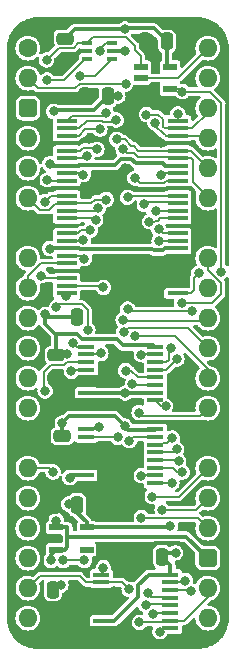
<source format=gbr>
%TF.GenerationSoftware,KiCad,Pcbnew,7.0.5*%
%TF.CreationDate,2024-01-22T19:19:11+02:00*%
%TF.ProjectId,Video Counter 12bit,56696465-6f20-4436-9f75-6e7465722031,rev?*%
%TF.SameCoordinates,Original*%
%TF.FileFunction,Copper,L1,Top*%
%TF.FilePolarity,Positive*%
%FSLAX46Y46*%
G04 Gerber Fmt 4.6, Leading zero omitted, Abs format (unit mm)*
G04 Created by KiCad (PCBNEW 7.0.5) date 2024-01-22 19:19:11*
%MOMM*%
%LPD*%
G01*
G04 APERTURE LIST*
G04 Aperture macros list*
%AMRoundRect*
0 Rectangle with rounded corners*
0 $1 Rounding radius*
0 $2 $3 $4 $5 $6 $7 $8 $9 X,Y pos of 4 corners*
0 Add a 4 corners polygon primitive as box body*
4,1,4,$2,$3,$4,$5,$6,$7,$8,$9,$2,$3,0*
0 Add four circle primitives for the rounded corners*
1,1,$1+$1,$2,$3*
1,1,$1+$1,$4,$5*
1,1,$1+$1,$6,$7*
1,1,$1+$1,$8,$9*
0 Add four rect primitives between the rounded corners*
20,1,$1+$1,$2,$3,$4,$5,0*
20,1,$1+$1,$4,$5,$6,$7,0*
20,1,$1+$1,$6,$7,$8,$9,0*
20,1,$1+$1,$8,$9,$2,$3,0*%
G04 Aperture macros list end*
%TA.AperFunction,SMDPad,CuDef*%
%ADD10RoundRect,0.250000X0.250000X0.475000X-0.250000X0.475000X-0.250000X-0.475000X0.250000X-0.475000X0*%
%TD*%
%TA.AperFunction,SMDPad,CuDef*%
%ADD11RoundRect,0.250000X-0.250000X-0.475000X0.250000X-0.475000X0.250000X0.475000X-0.250000X0.475000X0*%
%TD*%
%TA.AperFunction,SMDPad,CuDef*%
%ADD12RoundRect,0.250000X-0.475000X0.250000X-0.475000X-0.250000X0.475000X-0.250000X0.475000X0.250000X0*%
%TD*%
%TA.AperFunction,SMDPad,CuDef*%
%ADD13R,1.250000X0.600000*%
%TD*%
%TA.AperFunction,SMDPad,CuDef*%
%ADD14R,1.450000X0.450000*%
%TD*%
%TA.AperFunction,SMDPad,CuDef*%
%ADD15R,1.800000X0.430000*%
%TD*%
%TA.AperFunction,SMDPad,CuDef*%
%ADD16R,1.150000X0.600000*%
%TD*%
%TA.AperFunction,SMDPad,CuDef*%
%ADD17R,0.875000X0.450000*%
%TD*%
%TA.AperFunction,ComponentPad*%
%ADD18C,1.600000*%
%TD*%
%TA.AperFunction,ComponentPad*%
%ADD19O,1.600000X1.600000*%
%TD*%
%TA.AperFunction,ComponentPad*%
%ADD20RoundRect,0.400000X-0.400000X-0.400000X0.400000X-0.400000X0.400000X0.400000X-0.400000X0.400000X0*%
%TD*%
%TA.AperFunction,ComponentPad*%
%ADD21R,1.600000X1.600000*%
%TD*%
%TA.AperFunction,ViaPad*%
%ADD22C,0.800000*%
%TD*%
%TA.AperFunction,Conductor*%
%ADD23C,0.200000*%
%TD*%
%TA.AperFunction,Conductor*%
%ADD24C,0.380000*%
%TD*%
G04 APERTURE END LIST*
D10*
%TO.P,C11,1*%
%TO.N,/3.3V*%
X100685600Y-57861200D03*
%TO.P,C11,2*%
%TO.N,/GND*%
X98785600Y-57861200D03*
%TD*%
D11*
%TO.P,C8,1*%
%TO.N,/5V*%
X91014000Y-104267000D03*
%TO.P,C8,2*%
%TO.N,/GND*%
X92914000Y-104267000D03*
%TD*%
%TO.P,C12,1*%
%TO.N,/3.3V*%
X93046000Y-81153000D03*
%TO.P,C12,2*%
%TO.N,/GND*%
X94946000Y-81153000D03*
%TD*%
D12*
%TO.P,C6,1*%
%TO.N,/3.3V*%
X91821000Y-91268000D03*
%TO.P,C6,2*%
%TO.N,/GND*%
X91821000Y-93168000D03*
%TD*%
D13*
%TO.P,IC2,1,B*%
%TO.N,/Read Row Position Low*%
X98445000Y-60010000D03*
%TO.P,IC2,2,A*%
%TO.N,/~{CLK}*%
X98445000Y-60960000D03*
%TO.P,IC2,3,GND*%
%TO.N,/GND*%
X98445000Y-61910000D03*
%TO.P,IC2,4,Y*%
%TO.N,/Clock Read Row Position*%
X100945000Y-61910000D03*
%TO.P,IC2,5,3V*%
%TO.N,/3.3V*%
X100945000Y-60010000D03*
%TD*%
D14*
%TO.P,IC3,1,~{MR}*%
%TO.N,/~{Reset}*%
X93849000Y-90689000D03*
%TO.P,IC3,2,CP*%
%TO.N,/CLK*%
X93849000Y-91339000D03*
%TO.P,IC3,3,D0*%
%TO.N,/GND*%
X93849000Y-91989000D03*
%TO.P,IC3,4,D1*%
X93849000Y-92639000D03*
%TO.P,IC3,5,D2*%
X93849000Y-93289000D03*
%TO.P,IC3,6,D3*%
X93849000Y-93939000D03*
%TO.P,IC3,7,CEP*%
%TO.N,/3.3V*%
X93849000Y-94589000D03*
%TO.P,IC3,8,GND*%
%TO.N,/GND*%
X93849000Y-95239000D03*
%TO.P,IC3,9,~{PE}*%
%TO.N,/~{Load}*%
X99699000Y-95239000D03*
%TO.P,IC3,10,CET*%
%TO.N,/TC_{0..3}*%
X99699000Y-94589000D03*
%TO.P,IC3,11,Q3*%
%TO.N,/R7*%
X99699000Y-93939000D03*
%TO.P,IC3,12,Q2*%
%TO.N,/R6*%
X99699000Y-93289000D03*
%TO.P,IC3,13,Q1*%
%TO.N,/R5*%
X99699000Y-92639000D03*
%TO.P,IC3,14,Q0*%
%TO.N,/R4*%
X99699000Y-91989000D03*
%TO.P,IC3,15,TC*%
%TO.N,/TC_{4..7}*%
X99699000Y-91339000D03*
%TO.P,IC3,16,3V*%
%TO.N,/3.3V*%
X99699000Y-90689000D03*
%TD*%
D12*
%TO.P,C5,1*%
%TO.N,/3.3V*%
X91313000Y-84410000D03*
%TO.P,C5,2*%
%TO.N,/GND*%
X91313000Y-86310000D03*
%TD*%
D15*
%TO.P,IC10,1,1~{OE}*%
%TO.N,/~{Read Row Position Low}*%
X92201000Y-64580000D03*
%TO.P,IC10,2,1Q0*%
%TO.N,/D0*%
X92201000Y-65214000D03*
%TO.P,IC10,3,1Q1*%
%TO.N,/D1*%
X92201000Y-65850000D03*
%TO.P,IC10,4,GND*%
%TO.N,/GND*%
X92201000Y-66484000D03*
%TO.P,IC10,5,1Q2*%
%TO.N,/D2*%
X92201000Y-67120000D03*
%TO.P,IC10,6,1Q3*%
%TO.N,/D3*%
X92201000Y-67754000D03*
%TO.P,IC10,7,3V*%
%TO.N,/3.3V*%
X92201000Y-68390000D03*
%TO.P,IC10,8,1Q4*%
%TO.N,/D4*%
X92201000Y-69024000D03*
%TO.P,IC10,9,1Q5*%
%TO.N,/D5*%
X92201000Y-69660000D03*
%TO.P,IC10,10,GND*%
%TO.N,/GND*%
X92201000Y-70294000D03*
%TO.P,IC10,11,1Q6*%
%TO.N,/D6*%
X92201000Y-70930000D03*
%TO.P,IC10,12,1Q7*%
%TO.N,/D7*%
X92201000Y-71564000D03*
%TO.P,IC10,13,2Q0*%
%TO.N,/D0*%
X92201000Y-72200000D03*
%TO.P,IC10,14,2Q1*%
%TO.N,/D1*%
X92201000Y-72834000D03*
%TO.P,IC10,15,GND*%
%TO.N,/GND*%
X92201000Y-73470000D03*
%TO.P,IC10,16,2Q2*%
%TO.N,/D2*%
X92201000Y-74104000D03*
%TO.P,IC10,17,2Q3*%
%TO.N,/D3*%
X92201000Y-74740000D03*
%TO.P,IC10,18,3V*%
%TO.N,/3.3V*%
X92201000Y-75374000D03*
%TO.P,IC10,19,2Q4*%
%TO.N,/D4*%
X92201000Y-76010000D03*
%TO.P,IC10,20,2Q5*%
%TO.N,/D5*%
X92201000Y-76644000D03*
%TO.P,IC10,21,GND*%
%TO.N,/GND*%
X92201000Y-77280000D03*
%TO.P,IC10,22,2Q6*%
%TO.N,/D6*%
X92201000Y-77914000D03*
%TO.P,IC10,23,2Q7*%
%TO.N,/D7*%
X92201000Y-78550000D03*
%TO.P,IC10,24,2~{OE}*%
%TO.N,/~{Read Row Position High}*%
X92201000Y-79184000D03*
%TO.P,IC10,25,2CP*%
%TO.N,/Clock Read Row Position*%
X101601000Y-79184000D03*
%TO.P,IC10,26,2D7*%
%TO.N,/GND*%
X101601000Y-78550000D03*
%TO.P,IC10,27,2D6*%
X101601000Y-77914000D03*
%TO.P,IC10,28,GND*%
X101601000Y-77280000D03*
%TO.P,IC10,29,2D5*%
X101601000Y-76644000D03*
%TO.P,IC10,30,2D4*%
X101601000Y-76010000D03*
%TO.P,IC10,31,3V*%
%TO.N,/3.3V*%
X101601000Y-75374000D03*
%TO.P,IC10,32,2D3*%
%TO.N,/R11*%
X101601000Y-74740000D03*
%TO.P,IC10,33,2D2*%
%TO.N,/R10*%
X101601000Y-74104000D03*
%TO.P,IC10,34,GND*%
%TO.N,/GND*%
X101601000Y-73470000D03*
%TO.P,IC10,35,2D1*%
%TO.N,/R9*%
X101601000Y-72834000D03*
%TO.P,IC10,36,2D0*%
%TO.N,/R8*%
X101601000Y-72200000D03*
%TO.P,IC10,37,1D7*%
%TO.N,/R7*%
X101601000Y-71564000D03*
%TO.P,IC10,38,1D6*%
%TO.N,/R6*%
X101601000Y-70930000D03*
%TO.P,IC10,39,GND*%
%TO.N,/GND*%
X101601000Y-70294000D03*
%TO.P,IC10,40,1D5*%
%TO.N,/R5*%
X101601000Y-69660000D03*
%TO.P,IC10,41,1D4*%
%TO.N,/R4*%
X101601000Y-69024000D03*
%TO.P,IC10,42,3V*%
%TO.N,/3.3V*%
X101601000Y-68390000D03*
%TO.P,IC10,43,1D3*%
%TO.N,/R3*%
X101601000Y-67754000D03*
%TO.P,IC10,44,1D2*%
%TO.N,/R2*%
X101601000Y-67120000D03*
%TO.P,IC10,45,GND*%
%TO.N,/GND*%
X101601000Y-66484000D03*
%TO.P,IC10,46,1D1*%
%TO.N,/R1*%
X101601000Y-65850000D03*
%TO.P,IC10,47,1D0*%
%TO.N,/R0*%
X101601000Y-65214000D03*
%TO.P,IC10,48,1CP*%
%TO.N,/Clock Read Row Position*%
X101601000Y-64580000D03*
%TD*%
D12*
%TO.P,C10,1*%
%TO.N,/3.3V*%
X92075000Y-57613000D03*
%TO.P,C10,2*%
%TO.N,/GND*%
X92075000Y-59513000D03*
%TD*%
D10*
%TO.P,C7,1*%
%TO.N,/3.3V*%
X100248000Y-101473000D03*
%TO.P,C7,2*%
%TO.N,/GND*%
X98348000Y-101473000D03*
%TD*%
D14*
%TO.P,IC1,1,~{MR}*%
%TO.N,/~{Reset}*%
X93849000Y-83704000D03*
%TO.P,IC1,2,CP*%
%TO.N,/CLK*%
X93849000Y-84354000D03*
%TO.P,IC1,3,D0*%
%TO.N,/IR0*%
X93849000Y-85004000D03*
%TO.P,IC1,4,D1*%
%TO.N,/IR1*%
X93849000Y-85654000D03*
%TO.P,IC1,5,D2*%
%TO.N,/GND*%
X93849000Y-86304000D03*
%TO.P,IC1,6,D3*%
X93849000Y-86954000D03*
%TO.P,IC1,7,CEP*%
%TO.N,/3.3V*%
X93849000Y-87604000D03*
%TO.P,IC1,8,GND*%
%TO.N,/GND*%
X93849000Y-88254000D03*
%TO.P,IC1,9,~{PE}*%
%TO.N,/~{Load}*%
X99699000Y-88254000D03*
%TO.P,IC1,10,CET*%
%TO.N,/3.3V*%
X99699000Y-87604000D03*
%TO.P,IC1,11,Q3*%
%TO.N,/R3*%
X99699000Y-86954000D03*
%TO.P,IC1,12,Q2*%
%TO.N,/R2*%
X99699000Y-86304000D03*
%TO.P,IC1,13,Q1*%
%TO.N,/R1*%
X99699000Y-85654000D03*
%TO.P,IC1,14,Q0*%
%TO.N,/R0*%
X99699000Y-85004000D03*
%TO.P,IC1,15,TC*%
%TO.N,/TC_{0..3}*%
X99699000Y-84354000D03*
%TO.P,IC1,16,3V*%
%TO.N,/3.3V*%
X99699000Y-83704000D03*
%TD*%
D10*
%TO.P,C9,2*%
%TO.N,/GND*%
X91185200Y-97078800D03*
%TO.P,C9,1*%
%TO.N,/3.3V*%
X93085200Y-97078800D03*
%TD*%
D14*
%TO.P,IC4,1,~{MR}*%
%TO.N,/~{Reset}*%
X95119000Y-103008000D03*
%TO.P,IC4,2,CP*%
%TO.N,/CLK*%
X95119000Y-103658000D03*
%TO.P,IC4,3,D0*%
%TO.N,/GND*%
X95119000Y-104308000D03*
%TO.P,IC4,4,D1*%
X95119000Y-104958000D03*
%TO.P,IC4,5,D2*%
X95119000Y-105608000D03*
%TO.P,IC4,6,D3*%
X95119000Y-106258000D03*
%TO.P,IC4,7,CEP*%
%TO.N,/3.3V*%
X95119000Y-106908000D03*
%TO.P,IC4,8,GND*%
%TO.N,/GND*%
X95119000Y-107558000D03*
%TO.P,IC4,9,~{PE}*%
%TO.N,/~{Load}*%
X100969000Y-107558000D03*
%TO.P,IC4,10,CET*%
%TO.N,/TC_{4..7}*%
X100969000Y-106908000D03*
%TO.P,IC4,11,Q3*%
%TO.N,/R11*%
X100969000Y-106258000D03*
%TO.P,IC4,12,Q2*%
%TO.N,/R10*%
X100969000Y-105608000D03*
%TO.P,IC4,13,Q1*%
%TO.N,/R9*%
X100969000Y-104958000D03*
%TO.P,IC4,14,Q0*%
%TO.N,/R8*%
X100969000Y-104308000D03*
%TO.P,IC4,15,TC*%
%TO.N,/TC_{8..11}*%
X100969000Y-103658000D03*
%TO.P,IC4,16,3V*%
%TO.N,/3.3V*%
X100969000Y-103008000D03*
%TD*%
D16*
%TO.P,IC5,1,VIN*%
%TO.N,/5V*%
X91283000Y-98999000D03*
%TO.P,IC5,2,GND*%
%TO.N,/GND*%
X91283000Y-99949000D03*
%TO.P,IC5,3,EN*%
%TO.N,/5V*%
X91283000Y-100899000D03*
%TO.P,IC5,4,ADJ*%
%TO.N,unconnected-(IC5-ADJ-Pad4)*%
X93883000Y-100899000D03*
%TO.P,IC5,5,VOUT*%
%TO.N,/3.3V*%
X93883000Y-98999000D03*
%TD*%
D17*
%TO.P,IC9,1,1A*%
%TO.N,/Read Row Position Low*%
X93934000Y-58024000D03*
%TO.P,IC9,2,GND*%
%TO.N,/GND*%
X93934000Y-58674000D03*
%TO.P,IC9,3,2A*%
%TO.N,/Read Row Position High*%
X93934000Y-59324000D03*
%TO.P,IC9,4,2Y*%
%TO.N,/~{Read Row Position High}*%
X96058000Y-59324000D03*
%TO.P,IC9,5,3V*%
%TO.N,/3.3V*%
X96058000Y-58674000D03*
%TO.P,IC9,6,1Y*%
%TO.N,/~{Read Row Position Low}*%
X96058000Y-58024000D03*
%TD*%
D10*
%TO.P,C13,1*%
%TO.N,/3.3V*%
X95676000Y-62484000D03*
%TO.P,C13,2*%
%TO.N,/GND*%
X93776000Y-62484000D03*
%TD*%
D18*
%TO.P,J3,1,Pin_1*%
%TO.N,/~{Reset}*%
X88900000Y-58420000D03*
D19*
%TO.P,J3,2,Pin_2*%
%TO.N,/~{Load}*%
X88900000Y-60960000D03*
D20*
%TO.P,J3,3,Pin_3*%
%TO.N,/5V*%
X88900000Y-63500000D03*
D19*
%TO.P,J3,4,Pin_4*%
%TO.N,/Read Row Position High*%
X88900000Y-66040000D03*
%TO.P,J3,5,Pin_5*%
%TO.N,/Read Row Position Low*%
X88900000Y-68580000D03*
%TO.P,J3,6,Pin_6*%
%TO.N,/D7*%
X88900000Y-71120000D03*
D21*
%TO.P,J3,7,Pin_7*%
%TO.N,/GND*%
X88900000Y-73660000D03*
D19*
%TO.P,J3,8,Pin_8*%
%TO.N,/D6*%
X88900000Y-76200000D03*
%TO.P,J3,9,Pin_9*%
%TO.N,/D5*%
X88900000Y-78740000D03*
%TO.P,J3,10,Pin_10*%
%TO.N,/D4*%
X88900000Y-81280000D03*
%TO.P,J3,11,Pin_11*%
%TO.N,/D3*%
X88900000Y-83820000D03*
%TO.P,J3,12,Pin_12*%
%TO.N,/D2*%
X88900000Y-86360000D03*
%TO.P,J3,13,Pin_13*%
%TO.N,/D1*%
X88900000Y-88900000D03*
D21*
%TO.P,J3,14,Pin_14*%
%TO.N,/GND*%
X88900000Y-91440000D03*
D19*
%TO.P,J3,15,Pin_15*%
%TO.N,/D0*%
X88900000Y-93980000D03*
%TO.P,J3,16,Pin_16*%
%TO.N,/IR0*%
X88900000Y-96520000D03*
%TO.P,J3,17,Pin_17*%
%TO.N,/IR1*%
X88900000Y-99060000D03*
%TO.P,J3,18,Pin_18*%
%TO.N,unconnected-(J3-Pin_18-Pad18)*%
X88900000Y-101600000D03*
%TO.P,J3,19,Pin_19*%
%TO.N,/CLK*%
X88900000Y-104140000D03*
%TO.P,J3,20,Pin_20*%
%TO.N,unconnected-(J3-Pin_20-Pad20)*%
X88900000Y-106680000D03*
%TO.P,J3,21,Pin_21*%
%TO.N,/TC_{8..11}*%
X104140000Y-106680000D03*
%TO.P,J3,22,Pin_22*%
%TO.N,/TC_{4..7}*%
X104140000Y-104140000D03*
D20*
%TO.P,J3,23,Pin_23*%
%TO.N,/5V*%
X104140000Y-101600000D03*
D19*
%TO.P,J3,24,Pin_24*%
%TO.N,/TC_{0..3}*%
X104140000Y-99060000D03*
%TO.P,J3,25,Pin_25*%
%TO.N,/R11*%
X104140000Y-96520000D03*
%TO.P,J3,26,Pin_26*%
%TO.N,/R10*%
X104140000Y-93980000D03*
D21*
%TO.P,J3,27,Pin_27*%
%TO.N,/GND*%
X104140000Y-91440000D03*
D19*
%TO.P,J3,28,Pin_28*%
%TO.N,/R9*%
X104140000Y-88900000D03*
%TO.P,J3,29,Pin_29*%
%TO.N,/R8*%
X104140000Y-86360000D03*
%TO.P,J3,30,Pin_30*%
%TO.N,/R7*%
X104140000Y-83820000D03*
%TO.P,J3,31,Pin_31*%
%TO.N,/R6*%
X104140000Y-81280000D03*
%TO.P,J3,32,Pin_32*%
%TO.N,/R5*%
X104140000Y-78740000D03*
%TO.P,J3,33,Pin_33*%
%TO.N,/R4*%
X104140000Y-76200000D03*
D21*
%TO.P,J3,34,Pin_34*%
%TO.N,/GND*%
X104140000Y-73660000D03*
D19*
%TO.P,J3,35,Pin_35*%
%TO.N,/R3*%
X104140000Y-71120000D03*
%TO.P,J3,36,Pin_36*%
%TO.N,/R2*%
X104140000Y-68580000D03*
%TO.P,J3,37,Pin_37*%
%TO.N,/R1*%
X104140000Y-66040000D03*
%TO.P,J3,38,Pin_38*%
%TO.N,/R0*%
X104140000Y-63500000D03*
%TO.P,J3,39,Pin_39*%
%TO.N,unconnected-(J3-Pin_39-Pad39)*%
X104140000Y-60960000D03*
%TO.P,J3,40,Pin_40*%
%TO.N,/~{CLK}*%
X104140000Y-58420000D03*
%TD*%
D22*
%TO.N,/GND*%
X94538800Y-96012000D03*
%TO.N,/IR1*%
X93698000Y-101798502D03*
X92598974Y-85789603D03*
X91897200Y-101803200D03*
%TO.N,/D0*%
X91045510Y-94308518D03*
%TO.N,/3.3V*%
X92455998Y-94792800D03*
%TO.N,/IR0*%
X90363294Y-87442294D03*
%TO.N,/TC_{0..3}*%
X98510000Y-98171000D03*
%TO.N,/TC_{8..11}*%
X102234998Y-103505000D03*
%TO.N,/5V*%
X91693998Y-103886000D03*
X91313002Y-98425000D03*
X90880000Y-101803218D03*
%TO.N,/GND*%
X97977428Y-65649597D03*
X100177428Y-66418238D03*
X96310000Y-102154109D03*
X94049821Y-66105000D03*
X87630000Y-61849000D03*
X96256418Y-96002418D03*
X97155004Y-68580004D03*
X95606917Y-88647472D03*
X96215194Y-104394000D03*
X99568000Y-61976000D03*
X94996000Y-82042000D03*
X94459890Y-62582880D03*
X99530082Y-57822918D03*
X92018895Y-60052696D03*
%TO.N,/3.3V*%
X100976344Y-98923207D03*
X91100004Y-63782000D03*
X97130839Y-56799000D03*
X92252692Y-84304000D03*
X90382701Y-80961000D03*
X97155000Y-87630000D03*
X90755152Y-68217978D03*
X91820999Y-90169991D03*
X97155000Y-58674000D03*
X96519996Y-62483996D03*
X97093000Y-90394567D03*
X90758318Y-75389319D03*
X101416481Y-101148000D03*
X92354400Y-97028000D03*
%TO.N,/D0*%
X94861977Y-71979823D03*
X96392996Y-64516000D03*
%TO.N,/D1*%
X94654321Y-72958028D03*
X94994948Y-65283512D03*
%TO.N,/D2*%
X94189656Y-73843518D03*
X94757126Y-66991863D03*
%TO.N,/D3*%
X93924051Y-67545029D03*
X93615562Y-74662310D03*
%TO.N,/D4*%
X93686063Y-76249170D03*
X93608466Y-69125029D03*
%TO.N,/D5*%
X90551000Y-69596014D03*
%TO.N,/D6*%
X90041275Y-77693810D03*
X90328562Y-71424494D03*
%TO.N,/D7*%
X95302148Y-78681808D03*
X95543742Y-71247000D03*
%TO.N,/~{Reset}*%
X93980000Y-82267992D03*
X92760214Y-83425747D03*
X95300800Y-102412800D03*
X91325521Y-80363000D03*
X94906917Y-90461917D03*
%TO.N,/R3*%
X96962442Y-67000000D03*
X97757382Y-86831788D03*
%TO.N,/R2*%
X97175953Y-85725000D03*
X96441897Y-66146163D03*
%TO.N,/R1*%
X99677411Y-64750157D03*
X101519025Y-84736024D03*
%TO.N,/R0*%
X98945115Y-64048917D03*
X101027000Y-83806686D03*
%TO.N,/TC_{0..3}*%
X98510000Y-94616849D03*
X98512445Y-84388906D03*
%TO.N,/R7*%
X97026713Y-82426415D03*
X101977076Y-94331057D03*
X98764359Y-71656577D03*
%TO.N,/R6*%
X97343350Y-71051539D03*
X101671739Y-93378810D03*
X96978690Y-81427566D03*
%TO.N,/R5*%
X97358645Y-80502558D03*
X102779003Y-80699610D03*
X101506031Y-92392632D03*
X97977428Y-69425601D03*
%TO.N,/R4*%
X100177428Y-69136465D03*
X101140000Y-91445418D03*
X101919000Y-79999610D03*
%TO.N,/TC_{4..7}*%
X97504375Y-91662941D03*
X98348800Y-107035600D03*
%TO.N,/R11*%
X100274068Y-97523207D03*
X99534228Y-106335600D03*
X100015129Y-74754183D03*
%TO.N,/R10*%
X98880995Y-105578439D03*
X99441000Y-96393000D03*
X99973370Y-73744534D03*
%TO.N,/R9*%
X98323281Y-89284000D03*
X99194800Y-73116972D03*
X99060118Y-104586063D03*
%TO.N,/R8*%
X97950675Y-82808906D03*
X102757601Y-104423426D03*
X99740126Y-72232213D03*
%TO.N,/Read Row Position Low*%
X90486000Y-59435998D03*
%TO.N,/Clock Read Row Position*%
X105288622Y-77343037D03*
X101981000Y-62102984D03*
X101600000Y-64008000D03*
X103377978Y-77469994D03*
%TO.N,/Read Row Position High*%
X90540612Y-61120000D03*
%TO.N,/~{Read Row Position High}*%
X92123000Y-79374823D03*
X93345000Y-60756480D03*
%TO.N,/~{Read Row Position Low}*%
X95014214Y-58624000D03*
X95555247Y-63937824D03*
%TO.N,/~{Load}*%
X97183000Y-61467992D03*
X100092353Y-107817712D03*
X101092000Y-95250000D03*
X100561185Y-88726000D03*
%TO.N,/CLK*%
X97480546Y-104232828D03*
X96548000Y-91370791D03*
X95084294Y-84267855D03*
%TD*%
D23*
%TO.N,/D0*%
X90716992Y-93980000D02*
X91045510Y-94308518D01*
X88900000Y-93980000D02*
X90716992Y-93980000D01*
D24*
%TO.N,/GND*%
X96256418Y-96002418D02*
X96246836Y-96012000D01*
X96246836Y-96012000D02*
X94538800Y-96012000D01*
D23*
%TO.N,/IR1*%
X91897200Y-101803200D02*
X93693302Y-101803200D01*
X93693302Y-101803200D02*
X93698000Y-101798502D01*
D24*
%TO.N,/3.3V*%
X91313000Y-84410000D02*
X92146692Y-84410000D01*
X92416709Y-89574291D02*
X96272724Y-89574291D01*
D23*
%TO.N,/~{Reset}*%
X93849000Y-90689000D02*
X94679834Y-90689000D01*
X94679834Y-90689000D02*
X94906917Y-90461917D01*
D24*
%TO.N,/3.3V*%
X91821000Y-90170000D02*
X92416709Y-89574291D01*
X96272724Y-89574291D02*
X97093000Y-90394567D01*
X92146692Y-84410000D02*
X92252692Y-84304000D01*
D23*
%TO.N,/IR0*%
X93849000Y-85004000D02*
X92237200Y-85004000D01*
X92237200Y-85004000D02*
X91998800Y-85242400D01*
X91998800Y-85242400D02*
X90877783Y-85242400D01*
X90288000Y-87367000D02*
X90363294Y-87442294D01*
X90877783Y-85242400D02*
X90288000Y-85832183D01*
X90288000Y-85832183D02*
X90288000Y-87367000D01*
D24*
%TO.N,/3.3V*%
X93087443Y-82635747D02*
X91354253Y-82635747D01*
D23*
%TO.N,/~{Reset}*%
X93849000Y-83704000D02*
X93038467Y-83704000D01*
X91325521Y-80363000D02*
X91560521Y-80128000D01*
X93038467Y-83704000D02*
X92760214Y-83425747D01*
X93980000Y-80584183D02*
X93980000Y-82267992D01*
D24*
%TO.N,/3.3V*%
X99672478Y-83730522D02*
X99540862Y-83598906D01*
X99540862Y-83598906D02*
X96959677Y-83598906D01*
X96959677Y-83598906D02*
X96418771Y-83058000D01*
X96418771Y-83058000D02*
X93509696Y-83058000D01*
D23*
%TO.N,/~{Reset}*%
X91560521Y-80128000D02*
X93523817Y-80128000D01*
D24*
%TO.N,/3.3V*%
X93509696Y-83058000D02*
X93087443Y-82635747D01*
X91354253Y-82635747D02*
X91313000Y-82677000D01*
D23*
%TO.N,/~{Reset}*%
X93523817Y-80128000D02*
X93980000Y-80584183D01*
D24*
%TO.N,/GND*%
X94946000Y-81153000D02*
X94946000Y-81992000D01*
X94946000Y-81992000D02*
X94996000Y-82042000D01*
%TO.N,/3.3V*%
X91313000Y-82677000D02*
X90382701Y-81746701D01*
X90382701Y-81746701D02*
X90382701Y-80961000D01*
X93046000Y-81153000D02*
X90574701Y-81153000D01*
X90574701Y-81153000D02*
X90382701Y-80961000D01*
D23*
%TO.N,/~{Read Row Position High}*%
X92201000Y-79296823D02*
X92123000Y-79374823D01*
%TO.N,/D5*%
X88900000Y-78740000D02*
X88900000Y-77755636D01*
X88900000Y-77755636D02*
X90011636Y-76644000D01*
%TO.N,/D6*%
X92201000Y-77914000D02*
X90261465Y-77914000D01*
X90261465Y-77914000D02*
X90041275Y-77693810D01*
%TO.N,/D5*%
X90011636Y-76644000D02*
X92201000Y-76644000D01*
%TO.N,/R7*%
X97349128Y-82104000D02*
X97026713Y-82426415D01*
%TO.N,/R6*%
X97085124Y-81534000D02*
X96978690Y-81427566D01*
X103886000Y-81534000D02*
X97085124Y-81534000D01*
%TO.N,/R5*%
X97555697Y-80699610D02*
X97358645Y-80502558D01*
X102779003Y-80699610D02*
X97555697Y-80699610D01*
%TO.N,/R7*%
X104140000Y-83820000D02*
X102424000Y-82104000D01*
X102424000Y-82104000D02*
X97349128Y-82104000D01*
%TO.N,/~{Reset}*%
X95195527Y-102518073D02*
X95300800Y-102412800D01*
X95195527Y-102931473D02*
X95195527Y-102518073D01*
D24*
%TO.N,/GND*%
X96875109Y-101589000D02*
X96310000Y-102154109D01*
X98232000Y-101589000D02*
X96875109Y-101589000D01*
%TO.N,/3.3V*%
X93085200Y-97078800D02*
X93085200Y-97758800D01*
X93085200Y-97758800D02*
X93883000Y-98556600D01*
X93883000Y-98556600D02*
X93883000Y-98999000D01*
X92405200Y-97078800D02*
X92354400Y-97028000D01*
X93085200Y-97078800D02*
X92405200Y-97078800D01*
%TO.N,/5V*%
X90880000Y-101302000D02*
X90880000Y-101803218D01*
X91283000Y-100899000D02*
X90880000Y-101302000D01*
%TO.N,/GND*%
X88567085Y-105490000D02*
X92072000Y-105490000D01*
X87710000Y-104632915D02*
X88567085Y-105490000D01*
X87710000Y-103647085D02*
X87710000Y-104632915D01*
X88407085Y-102950000D02*
X87710000Y-103647085D01*
X89392915Y-102950000D02*
X88407085Y-102950000D01*
X90090000Y-102252915D02*
X89392915Y-102950000D01*
X90090000Y-100537000D02*
X90090000Y-102252915D01*
X90678000Y-99949000D02*
X90090000Y-100537000D01*
X92072000Y-105490000D02*
X92914000Y-104648000D01*
X95493000Y-95239000D02*
X96256418Y-96002418D01*
X93849000Y-95239000D02*
X95493000Y-95239000D01*
X94954000Y-95239000D02*
X93849000Y-95239000D01*
X94964000Y-95229000D02*
X94954000Y-95239000D01*
X94964000Y-93904000D02*
X94964000Y-95229000D01*
X94349000Y-93289000D02*
X94964000Y-93904000D01*
%TO.N,/3.3V*%
X92659798Y-94589000D02*
X92455998Y-94792800D01*
X93849000Y-94589000D02*
X92659798Y-94589000D01*
D23*
%TO.N,/IR1*%
X92734577Y-85654000D02*
X92598974Y-85789603D01*
X93849000Y-85654000D02*
X92734577Y-85654000D01*
D24*
%TO.N,/GND*%
X93839000Y-86964000D02*
X92734000Y-86964000D01*
X91967000Y-86964000D02*
X91313000Y-86310000D01*
X92734000Y-86964000D02*
X91967000Y-86964000D01*
X91313000Y-89408000D02*
X91313000Y-86310000D01*
X89281000Y-91440000D02*
X91313000Y-89408000D01*
%TO.N,/3.3V*%
X91313000Y-82677000D02*
X91313000Y-84410000D01*
%TO.N,/GND*%
X96463134Y-88647472D02*
X95606917Y-88647472D01*
X95213445Y-88254000D02*
X95606917Y-88647472D01*
X102774000Y-90074000D02*
X97889662Y-90074000D01*
X93849000Y-88254000D02*
X95213445Y-88254000D01*
X97889662Y-90074000D02*
X96463134Y-88647472D01*
X104140000Y-91440000D02*
X102774000Y-90074000D01*
D23*
%TO.N,/R3*%
X99699000Y-86954000D02*
X97879594Y-86954000D01*
D24*
%TO.N,/3.3V*%
X99664000Y-90724000D02*
X97422433Y-90724000D01*
X99673000Y-87630000D02*
X97155000Y-87630000D01*
X93849000Y-87604000D02*
X97129000Y-87604000D01*
X97129000Y-87604000D02*
X97155000Y-87630000D01*
X97422433Y-90724000D02*
X97093000Y-90394567D01*
D23*
%TO.N,/R3*%
X97879594Y-86954000D02*
X97757382Y-86831788D01*
%TO.N,/R2*%
X99699000Y-86304000D02*
X98219544Y-86304000D01*
X98219544Y-86304000D02*
X97640544Y-85725000D01*
X97640544Y-85725000D02*
X97175953Y-85725000D01*
%TO.N,/TC_{4..7}*%
X97828316Y-91339000D02*
X97504375Y-91662941D01*
%TO.N,/CLK*%
X93849000Y-91339000D02*
X96516209Y-91339000D01*
X96516209Y-91339000D02*
X96548000Y-91370791D01*
%TO.N,/TC_{4..7}*%
X99699000Y-91339000D02*
X97828316Y-91339000D01*
D24*
%TO.N,/GND*%
X95119000Y-104308000D02*
X96129194Y-104308000D01*
X92991000Y-104394000D02*
X96215194Y-104394000D01*
D23*
%TO.N,/R9*%
X100869000Y-104858000D02*
X99332055Y-104858000D01*
D24*
%TO.N,/3.3V*%
X96224000Y-106908000D02*
X95119000Y-106908000D01*
X98270546Y-104861454D02*
X96224000Y-106908000D01*
X99168145Y-103008000D02*
X98270546Y-103905599D01*
X100969000Y-103008000D02*
X99168145Y-103008000D01*
%TO.N,/GND*%
X96129194Y-104308000D02*
X96215194Y-104394000D01*
D23*
%TO.N,/R9*%
X99332055Y-104858000D02*
X99060118Y-104586063D01*
%TO.N,/CLK*%
X95119000Y-103658000D02*
X96905718Y-103658000D01*
D24*
%TO.N,/3.3V*%
X98270546Y-103905599D02*
X98270546Y-104861454D01*
D23*
%TO.N,/CLK*%
X96905718Y-103658000D02*
X97480546Y-104232828D01*
%TO.N,/R10*%
X100878186Y-105517186D02*
X98942248Y-105517186D01*
%TO.N,/R11*%
X99611828Y-106258000D02*
X99534228Y-106335600D01*
X100969000Y-106258000D02*
X99611828Y-106258000D01*
%TO.N,/TC_{4..7}*%
X99939770Y-107012391D02*
X99916561Y-107035600D01*
%TO.N,/R10*%
X98942248Y-105517186D02*
X98880995Y-105578439D01*
%TO.N,/TC_{4..7}*%
X100864609Y-107012391D02*
X99939770Y-107012391D01*
X99916561Y-107035600D02*
X98348800Y-107035600D01*
%TO.N,/TC_{0..3}*%
X98562207Y-98223207D02*
X98510000Y-98171000D01*
X103303207Y-98223207D02*
X98562207Y-98223207D01*
X104140000Y-99060000D02*
X103303207Y-98223207D01*
%TO.N,/R11*%
X100029312Y-74740000D02*
X100015129Y-74754183D01*
X101601000Y-74740000D02*
X100029312Y-74740000D01*
D24*
%TO.N,/3.3V*%
X100322029Y-75556928D02*
X100504957Y-75374000D01*
X99551935Y-75556928D02*
X100322029Y-75556928D01*
X93288333Y-75452310D02*
X99447317Y-75452310D01*
X93210023Y-75374000D02*
X93288333Y-75452310D01*
X92201000Y-75374000D02*
X93210023Y-75374000D01*
X99447317Y-75452310D02*
X99551935Y-75556928D01*
X100504957Y-75374000D02*
X101601000Y-75374000D01*
D23*
%TO.N,/R7*%
X101508354Y-71471354D02*
X98949582Y-71471354D01*
X98949582Y-71471354D02*
X98764359Y-71656577D01*
%TO.N,/R10*%
X100332836Y-74104000D02*
X99973370Y-73744534D01*
X101601000Y-74104000D02*
X100332836Y-74104000D01*
%TO.N,/R9*%
X99556718Y-73116972D02*
X99194800Y-73116972D01*
X99653374Y-73020316D02*
X99556718Y-73116972D01*
X99941973Y-73020316D02*
X99653374Y-73020316D01*
X100128289Y-72834000D02*
X99941973Y-73020316D01*
X101601000Y-72834000D02*
X100128289Y-72834000D01*
D24*
%TO.N,/5V*%
X91283000Y-98455002D02*
X91313002Y-98425000D01*
%TO.N,/GND*%
X90142000Y-99413000D02*
X90678000Y-99949000D01*
X90142000Y-98270000D02*
X90142000Y-99413000D01*
X88900000Y-91440000D02*
X87710000Y-92630000D01*
X88567085Y-97870000D02*
X89742000Y-97870000D01*
X87710000Y-97012915D02*
X88567085Y-97870000D01*
X89742000Y-97870000D02*
X90142000Y-98270000D01*
X87710000Y-92630000D02*
X87710000Y-97012915D01*
%TO.N,/5V*%
X91283000Y-98963000D02*
X91283000Y-98455002D01*
D23*
%TO.N,/TC_{0..3}*%
X98537849Y-94589000D02*
X98510000Y-94616849D01*
X99699000Y-94589000D02*
X98537849Y-94589000D01*
%TO.N,/R8*%
X97960651Y-82818882D02*
X97950675Y-82808906D01*
X104140000Y-85624050D02*
X101334832Y-82818882D01*
X104140000Y-86360000D02*
X104140000Y-85624050D01*
X101334832Y-82818882D02*
X97960651Y-82818882D01*
%TO.N,/TC_{0..3}*%
X98547351Y-84354000D02*
X98512445Y-84388906D01*
X99699000Y-84354000D02*
X98547351Y-84354000D01*
D24*
%TO.N,/3.3V*%
X91820999Y-90170001D02*
X91820999Y-90169991D01*
X91821000Y-90170000D02*
X91820999Y-90170001D01*
X91821000Y-91268000D02*
X91821000Y-90170000D01*
X100900551Y-98999000D02*
X100976344Y-98923207D01*
X93883000Y-98999000D02*
X100900551Y-98999000D01*
D23*
%TO.N,/R11*%
X104140000Y-96520000D02*
X103136793Y-97523207D01*
X103136793Y-97523207D02*
X100274068Y-97523207D01*
%TO.N,/R8*%
X100969000Y-104308000D02*
X102642175Y-104308000D01*
%TO.N,/TC_{8..11}*%
X100969000Y-103658000D02*
X102081998Y-103658000D01*
X102081998Y-103658000D02*
X102234998Y-103505000D01*
%TO.N,/R8*%
X102642175Y-104308000D02*
X102757601Y-104423426D01*
D24*
%TO.N,/3.3V*%
X100969000Y-102194000D02*
X100248000Y-101473000D01*
X100969000Y-103008000D02*
X100969000Y-102194000D01*
D23*
%TO.N,/TC_{4..7}*%
X100969000Y-106908000D02*
X102148000Y-106908000D01*
%TO.N,/~{Load}*%
X100352065Y-107558000D02*
X100092353Y-107817712D01*
%TO.N,/CLK*%
X89916000Y-103124000D02*
X88900000Y-104140000D01*
X93281500Y-103124000D02*
X89916000Y-103124000D01*
X95119000Y-103658000D02*
X93815500Y-103658000D01*
D24*
%TO.N,/GND*%
X95119000Y-104958000D02*
X95119000Y-105608000D01*
X95119000Y-106258000D02*
X94014000Y-106258000D01*
D23*
%TO.N,/TC_{4..7}*%
X104140000Y-104916000D02*
X104140000Y-104140000D01*
D24*
%TO.N,/GND*%
X94004000Y-106268000D02*
X94004000Y-107548000D01*
X94014000Y-106258000D02*
X94004000Y-106268000D01*
X95119000Y-104308000D02*
X95119000Y-104958000D01*
X94004000Y-107548000D02*
X94014000Y-107558000D01*
D23*
%TO.N,/TC_{4..7}*%
X102148000Y-106908000D02*
X104140000Y-104916000D01*
%TO.N,/CLK*%
X93815500Y-103658000D02*
X93281500Y-103124000D01*
D24*
%TO.N,/GND*%
X95119000Y-105608000D02*
X95119000Y-106258000D01*
X94014000Y-107558000D02*
X95119000Y-107558000D01*
X105330000Y-92630000D02*
X104140000Y-91440000D01*
X102489000Y-101866229D02*
X103412771Y-102790000D01*
X102489000Y-101103290D02*
X102489000Y-101866229D01*
X103412771Y-102790000D02*
X104982000Y-102790000D01*
X101743710Y-100358000D02*
X102489000Y-101103290D01*
X98552000Y-101473000D02*
X99667000Y-100358000D01*
X99667000Y-100358000D02*
X101743710Y-100358000D01*
X104982000Y-102790000D02*
X105330000Y-102442000D01*
X105330000Y-102442000D02*
X105330000Y-92630000D01*
%TO.N,/5V*%
X91283000Y-98999000D02*
X92238000Y-98999000D01*
X92292000Y-99778000D02*
X92248000Y-99822000D01*
X92248000Y-99009000D02*
X92248000Y-99822000D01*
X92014000Y-100899000D02*
X91283000Y-100899000D01*
X91395000Y-103886000D02*
X91693998Y-103886000D01*
X92248000Y-99822000D02*
X92248000Y-100665000D01*
X102318000Y-99778000D02*
X92292000Y-99778000D01*
X92248000Y-100665000D02*
X92014000Y-100899000D01*
X91014000Y-104267000D02*
X91395000Y-103886000D01*
X104140000Y-101600000D02*
X102318000Y-99778000D01*
X92238000Y-98999000D02*
X92248000Y-99009000D01*
%TO.N,/GND*%
X93849000Y-86304000D02*
X93849000Y-86954000D01*
X91283000Y-99949000D02*
X90678000Y-99949000D01*
X92201000Y-70294000D02*
X90921000Y-70294000D01*
X102881000Y-73470000D02*
X102891000Y-73480000D01*
X93934000Y-58674000D02*
X93209782Y-58674000D01*
X100243190Y-66484000D02*
X100177428Y-66418238D01*
X102950000Y-73401000D02*
X102950000Y-70565000D01*
X101601000Y-73470000D02*
X102881000Y-73470000D01*
X92744000Y-88254000D02*
X93849000Y-88254000D01*
X92075000Y-59513000D02*
X92075000Y-59996591D01*
X87710000Y-72470000D02*
X88900000Y-73660000D01*
X102950000Y-70565000D02*
X102679000Y-70294000D01*
X87710000Y-69232915D02*
X87710000Y-68087085D01*
X99491800Y-57861200D02*
X99530082Y-57822918D01*
X101601000Y-70294000D02*
X100696201Y-70294000D01*
X88172771Y-62310000D02*
X94187010Y-62310000D01*
X96114668Y-65356163D02*
X97683994Y-65356163D01*
X91102000Y-66484000D02*
X92201000Y-66484000D01*
X92201000Y-77280000D02*
X96139000Y-77280000D01*
X90090000Y-70386000D02*
X89634000Y-69930000D01*
X102891000Y-76000000D02*
X102881000Y-76010000D01*
X88407085Y-69930000D02*
X87710000Y-69232915D01*
X94049821Y-66105000D02*
X95365831Y-66105000D01*
X90829000Y-70386000D02*
X90090000Y-70386000D01*
X101601000Y-77914000D02*
X101601000Y-78550000D01*
X92201000Y-66484000D02*
X93263589Y-66484000D01*
X93849000Y-93289000D02*
X93849000Y-93939000D01*
X100663735Y-70326465D02*
X97761063Y-70326465D01*
X93849000Y-93289000D02*
X91942000Y-93289000D01*
X92734000Y-87503000D02*
X92734000Y-88244000D01*
X101601000Y-76010000D02*
X101601000Y-76644000D01*
X102881000Y-76010000D02*
X101601000Y-76010000D01*
X89634000Y-69930000D02*
X88407085Y-69930000D01*
X87710000Y-62772771D02*
X88172771Y-62310000D01*
X100177428Y-66418238D02*
X98746069Y-66418238D01*
X101601000Y-66484000D02*
X100243190Y-66484000D01*
X95441008Y-70294000D02*
X97155004Y-68580004D01*
X99568000Y-61976000D02*
X98511000Y-61976000D01*
X97155004Y-69720406D02*
X97155004Y-68580004D01*
X93849000Y-91989000D02*
X93849000Y-92639000D01*
X98746069Y-66418238D02*
X97977428Y-65649597D01*
X96139000Y-77280000D02*
X101601000Y-77280000D01*
X96092148Y-80006852D02*
X96092148Y-77326852D01*
X88487085Y-67310000D02*
X90276000Y-67310000D01*
X94187010Y-62310000D02*
X94459890Y-62582880D01*
X92201000Y-73470000D02*
X89090000Y-73470000D01*
X93209782Y-58674000D02*
X92370782Y-59513000D01*
X87710000Y-90250000D02*
X88900000Y-91440000D01*
X103950000Y-73470000D02*
X101601000Y-73470000D01*
X93263589Y-66484000D02*
X93642589Y-66105000D01*
X92075000Y-59996591D02*
X92018895Y-60052696D01*
X93642589Y-66105000D02*
X94049821Y-66105000D01*
X94946000Y-81153000D02*
X96092148Y-80006852D01*
X88900000Y-73660000D02*
X87710000Y-74850000D01*
X98785600Y-57861200D02*
X99491800Y-57861200D01*
X92734000Y-86964000D02*
X92734000Y-87503000D01*
X102891000Y-73480000D02*
X102891000Y-76000000D01*
X101601000Y-76644000D02*
X101601000Y-77280000D01*
X87710000Y-68087085D02*
X88487085Y-67310000D01*
X87710000Y-70627085D02*
X87710000Y-72470000D01*
X101601000Y-77280000D02*
X101601000Y-77914000D01*
X97761063Y-70326465D02*
X97155004Y-69720406D01*
X88487085Y-67310000D02*
X87710000Y-66532915D01*
X90921000Y-70294000D02*
X90829000Y-70386000D01*
X96092148Y-77326852D02*
X96139000Y-77280000D01*
X87710000Y-74850000D02*
X87710000Y-90250000D01*
X100696201Y-70294000D02*
X100663735Y-70326465D01*
X102881000Y-73470000D02*
X102950000Y-73401000D01*
X90276000Y-67310000D02*
X91102000Y-66484000D01*
X92201000Y-70294000D02*
X95441008Y-70294000D01*
X95365831Y-66105000D02*
X96114668Y-65356163D01*
X88407085Y-69930000D02*
X87710000Y-70627085D01*
X102679000Y-70294000D02*
X101601000Y-70294000D01*
X93849000Y-92639000D02*
X93849000Y-93289000D01*
X88172771Y-62310000D02*
X87711771Y-61849000D01*
X87710000Y-66532915D02*
X87710000Y-62772771D01*
X92734000Y-88244000D02*
X92744000Y-88254000D01*
X87711771Y-61849000D02*
X87503000Y-61849000D01*
X97683994Y-65356163D02*
X97977428Y-65649597D01*
%TO.N,/3.3V*%
X100685600Y-59750600D02*
X100945000Y-60010000D01*
X98057740Y-68167763D02*
X100307769Y-68167763D01*
X97679977Y-67790000D02*
X98057740Y-68167763D01*
X93211550Y-68390000D02*
X93266521Y-68335029D01*
X96282742Y-68335029D02*
X96827771Y-67790000D01*
X100530006Y-68390000D02*
X101601000Y-68390000D01*
X100261244Y-101473000D02*
X100586244Y-101148000D01*
X94505000Y-63655000D02*
X91227004Y-63655000D01*
X90927174Y-68390000D02*
X90755152Y-68217978D01*
X97112303Y-56817536D02*
X97130839Y-56799000D01*
X91227004Y-63655000D02*
X91100004Y-63782000D01*
X96519992Y-62484000D02*
X96519996Y-62483996D01*
X97183639Y-56746200D02*
X97130839Y-56799000D01*
X96058000Y-58674000D02*
X97155000Y-58674000D01*
X92201000Y-68390000D02*
X90927174Y-68390000D01*
X100685600Y-57861200D02*
X100685600Y-59750600D01*
X100586244Y-101148000D02*
X101416481Y-101148000D01*
X100307769Y-68167763D02*
X100530006Y-68390000D01*
X92201000Y-68390000D02*
X93211550Y-68390000D01*
X96827771Y-67790000D02*
X97679977Y-67790000D01*
X92201000Y-75374000D02*
X90773637Y-75374000D01*
X95676000Y-62484000D02*
X94505000Y-63655000D01*
X92075000Y-57613000D02*
X92870464Y-56817536D01*
X90773637Y-75374000D02*
X90758318Y-75389319D01*
X95676000Y-62484000D02*
X96519992Y-62484000D01*
X100685600Y-57861200D02*
X99570600Y-56746200D01*
X92870464Y-56817536D02*
X97112303Y-56817536D01*
X93266521Y-68335029D02*
X96282742Y-68335029D01*
X99570600Y-56746200D02*
X97183639Y-56746200D01*
D23*
%TO.N,/D0*%
X92201000Y-72200000D02*
X94641800Y-72200000D01*
X96271172Y-64637824D02*
X96392996Y-64516000D01*
X92201000Y-65214000D02*
X93267708Y-65214000D01*
X93267708Y-65214000D02*
X93900708Y-64581000D01*
X95265297Y-64637824D02*
X96271172Y-64637824D01*
X95208473Y-64581000D02*
X95265297Y-64637824D01*
X93900708Y-64581000D02*
X95208473Y-64581000D01*
X94641800Y-72200000D02*
X94861977Y-71979823D01*
%TO.N,/D1*%
X93197394Y-65850000D02*
X93763882Y-65283512D01*
X92201000Y-65850000D02*
X93197394Y-65850000D01*
X94530293Y-72834000D02*
X94654321Y-72958028D01*
X93763882Y-65283512D02*
X94994948Y-65283512D01*
X92201000Y-72834000D02*
X94530293Y-72834000D01*
%TO.N,/D2*%
X94604868Y-66839605D02*
X94757126Y-66991863D01*
X93320554Y-67120000D02*
X93600949Y-66839605D01*
X93600949Y-66839605D02*
X94604868Y-66839605D01*
X92201000Y-67120000D02*
X93320554Y-67120000D01*
X93408961Y-73843518D02*
X94189656Y-73843518D01*
X93148479Y-74104000D02*
X93408961Y-73843518D01*
X92201000Y-74104000D02*
X93148479Y-74104000D01*
%TO.N,/D3*%
X93537872Y-74740000D02*
X93615562Y-74662310D01*
X92201000Y-74740000D02*
X93537872Y-74740000D01*
X93715080Y-67754000D02*
X93924051Y-67545029D01*
X92201000Y-67754000D02*
X93715080Y-67754000D01*
%TO.N,/D4*%
X92201000Y-69024000D02*
X93507437Y-69024000D01*
X93507437Y-69024000D02*
X93608466Y-69125029D01*
X92201000Y-76010000D02*
X93446893Y-76010000D01*
X93446893Y-76010000D02*
X93686063Y-76249170D01*
%TO.N,/D5*%
X92201000Y-69660000D02*
X90614986Y-69660000D01*
X90614986Y-69660000D02*
X90551000Y-69596014D01*
%TO.N,/D6*%
X90823056Y-70930000D02*
X90328562Y-71424494D01*
X92201000Y-70930000D02*
X90823056Y-70930000D01*
%TO.N,/D7*%
X92201000Y-78550000D02*
X95170340Y-78550000D01*
X94568151Y-71247000D02*
X95543742Y-71247000D01*
X88900000Y-71120000D02*
X89916000Y-72136000D01*
X95170340Y-78550000D02*
X95302148Y-78681808D01*
X92201000Y-71564000D02*
X94251151Y-71564000D01*
X89916000Y-72136000D02*
X90678000Y-72136000D01*
X90678000Y-72136000D02*
X91194759Y-71619241D01*
X94251151Y-71564000D02*
X94568151Y-71247000D01*
X91194759Y-71619241D02*
X92145759Y-71619241D01*
%TO.N,/R3*%
X102701000Y-67754000D02*
X101601000Y-67754000D01*
X97882940Y-67300000D02*
X97262442Y-67300000D01*
X97262442Y-67300000D02*
X96962442Y-67000000D01*
X98244940Y-67662000D02*
X97882940Y-67300000D01*
X102870000Y-67923000D02*
X102701000Y-67754000D01*
X101509000Y-67662000D02*
X98244940Y-67662000D01*
X102870000Y-69792036D02*
X102870000Y-67923000D01*
X104140000Y-71062036D02*
X102870000Y-69792036D01*
%TO.N,/R2*%
X97098555Y-66146163D02*
X96441897Y-66146163D01*
X98268625Y-67120000D02*
X97858675Y-66710050D01*
X97662442Y-66710050D02*
X97098555Y-66146163D01*
X101601000Y-67120000D02*
X98268625Y-67120000D01*
X97858675Y-66710050D02*
X97662442Y-66710050D01*
X101601000Y-67120000D02*
X102680000Y-67120000D01*
X102680000Y-67120000D02*
X104140000Y-68580000D01*
%TO.N,/R1*%
X101601000Y-65850000D02*
X100599140Y-65850000D01*
X100599140Y-65850000D02*
X100478140Y-65729000D01*
X99677411Y-65005411D02*
X99677411Y-64750157D01*
X100478140Y-65729000D02*
X100401000Y-65729000D01*
X99699000Y-85654000D02*
X100601049Y-85654000D01*
X100401000Y-65729000D02*
X99677411Y-65005411D01*
X103950000Y-65850000D02*
X101601000Y-65850000D01*
X100601049Y-85654000D02*
X101519025Y-84736024D01*
%TO.N,/R0*%
X101601000Y-65214000D02*
X100501000Y-65214000D01*
X100501000Y-65214000D02*
X100377411Y-65090411D01*
X100819025Y-84808975D02*
X100819025Y-84014661D01*
X99699000Y-85004000D02*
X100624000Y-85004000D01*
X100377411Y-65090411D02*
X100377411Y-64460207D01*
X102807000Y-65214000D02*
X104140000Y-63881000D01*
X100377411Y-64460207D02*
X99966121Y-64048917D01*
X99966121Y-64048917D02*
X98945115Y-64048917D01*
X101601000Y-65214000D02*
X102807000Y-65214000D01*
X100624000Y-85004000D02*
X100819025Y-84808975D01*
X100819025Y-84014661D02*
X101027000Y-83806686D01*
%TO.N,/R7*%
X101556632Y-94331057D02*
X101977076Y-94331057D01*
X99699000Y-93939000D02*
X101164575Y-93939000D01*
X101164575Y-93939000D02*
X101556632Y-94331057D01*
%TO.N,/R6*%
X101581929Y-93289000D02*
X101671739Y-93378810D01*
X97464889Y-70930000D02*
X97343350Y-71051539D01*
X101601000Y-70930000D02*
X97464889Y-70930000D01*
X99699000Y-93289000D02*
X101581929Y-93289000D01*
%TO.N,/R5*%
X100467378Y-69836465D02*
X98388292Y-69836465D01*
X101601000Y-69660000D02*
X100643843Y-69660000D01*
X101259663Y-92639000D02*
X101506031Y-92392632D01*
X99699000Y-92639000D02*
X101259663Y-92639000D01*
X100643843Y-69660000D02*
X100467378Y-69836465D01*
X98388292Y-69836465D02*
X97977428Y-69425601D01*
%TO.N,/R4*%
X101601000Y-69024000D02*
X100289893Y-69024000D01*
X104140000Y-76200000D02*
X104140000Y-77184365D01*
X105283000Y-79248000D02*
X104531390Y-79999610D01*
X105283000Y-78327365D02*
X105283000Y-79248000D01*
X104531390Y-79999610D02*
X101919000Y-79999610D01*
X100389000Y-91889000D02*
X100696418Y-91889000D01*
X100289893Y-69024000D02*
X100177428Y-69136465D01*
X100696418Y-91889000D02*
X101140000Y-91445418D01*
X104140000Y-77184365D02*
X105283000Y-78327365D01*
%TO.N,/R10*%
X104140000Y-93980000D02*
X101727000Y-96393000D01*
X101727000Y-96393000D02*
X99441000Y-96393000D01*
%TO.N,/R9*%
X104140000Y-88900000D02*
X103456000Y-89584000D01*
X98623281Y-89584000D02*
X98323281Y-89284000D01*
X103456000Y-89584000D02*
X98623281Y-89584000D01*
%TO.N,/R8*%
X101601000Y-72200000D02*
X99772339Y-72200000D01*
X99772339Y-72200000D02*
X99740126Y-72232213D01*
%TO.N,/Read Row Position Low*%
X98445000Y-60010000D02*
X98445000Y-59075000D01*
X94459000Y-57499000D02*
X93934000Y-58024000D01*
X93934000Y-58024000D02*
X93166817Y-58024000D01*
X97985600Y-58234600D02*
X97250000Y-57499000D01*
X93166817Y-58024000D02*
X92777817Y-58413000D01*
X92777817Y-58413000D02*
X91508998Y-58413000D01*
X97985600Y-58615600D02*
X97985600Y-58234600D01*
X98445000Y-59075000D02*
X97985600Y-58615600D01*
X97250000Y-57499000D02*
X94459000Y-57499000D01*
X91508998Y-58413000D02*
X90486000Y-59435998D01*
%TO.N,/Clock Read Row Position*%
X101981000Y-62102984D02*
X104298619Y-62102984D01*
X100945000Y-61910000D02*
X101788016Y-61910000D01*
X101601000Y-79184000D02*
X102701000Y-79184000D01*
X101600000Y-64579000D02*
X101600000Y-64008000D01*
X105288622Y-63092987D02*
X105288622Y-77343037D01*
X102701000Y-79184000D02*
X102997000Y-78888000D01*
X101788016Y-61910000D02*
X101981000Y-62102984D01*
X102997000Y-78888000D02*
X102997000Y-77850972D01*
X104298619Y-62102984D02*
X105288622Y-63092987D01*
X102997000Y-77850972D02*
X103377978Y-77469994D01*
%TO.N,/Read Row Position High*%
X93783119Y-59324000D02*
X91987119Y-61120000D01*
X91987119Y-61120000D02*
X90540612Y-61120000D01*
%TO.N,/~{Read Row Position High}*%
X94625520Y-60756480D02*
X93345000Y-60756480D01*
X96058000Y-59324000D02*
X94625520Y-60756480D01*
%TO.N,/~{Read Row Position Low}*%
X95348071Y-64145000D02*
X95555247Y-63937824D01*
X96058000Y-58024000D02*
X95509950Y-58024000D01*
X95509950Y-58024000D02*
X95014214Y-58519736D01*
X95014214Y-58519736D02*
X95014214Y-58624000D01*
X92636000Y-64145000D02*
X95348071Y-64145000D01*
X92201000Y-64580000D02*
X92636000Y-64145000D01*
%TO.N,/~{Load}*%
X89760000Y-61820000D02*
X88900000Y-60960000D01*
X99699000Y-95239000D02*
X101081000Y-95239000D01*
X97174008Y-61459000D02*
X93298183Y-61459000D01*
X101081000Y-95239000D02*
X101092000Y-95250000D01*
X100171000Y-88726000D02*
X100561185Y-88726000D01*
X99699000Y-88254000D02*
X100171000Y-88726000D01*
X97183000Y-61467992D02*
X97174008Y-61459000D01*
X93298183Y-61459000D02*
X92937183Y-61820000D01*
X92937183Y-61820000D02*
X89760000Y-61820000D01*
%TO.N,/CLK*%
X94998149Y-84354000D02*
X95084294Y-84267855D01*
X93849000Y-84354000D02*
X94998149Y-84354000D01*
%TO.N,/~{CLK}*%
X101600000Y-60960000D02*
X104140000Y-58420000D01*
X98445000Y-60960000D02*
X101600000Y-60960000D01*
%TD*%
%TA.AperFunction,Conductor*%
%TO.N,/GND*%
G36*
X103306000Y-55806865D02*
G01*
X103420742Y-55813311D01*
X103426778Y-55813676D01*
X103600422Y-55824177D01*
X103607060Y-55824940D01*
X103629218Y-55828705D01*
X103747099Y-55848737D01*
X103829956Y-55863922D01*
X103900366Y-55876826D01*
X103906356Y-55878234D01*
X104046960Y-55918744D01*
X104048010Y-55919059D01*
X104192132Y-55963970D01*
X104197376Y-55965869D01*
X104334293Y-56022585D01*
X104335915Y-56023286D01*
X104471723Y-56084409D01*
X104476230Y-56086663D01*
X104551706Y-56128379D01*
X104606800Y-56158830D01*
X104608858Y-56160019D01*
X104703681Y-56217342D01*
X104735393Y-56236513D01*
X104739190Y-56239002D01*
X104830121Y-56303524D01*
X104861315Y-56325658D01*
X104863673Y-56327417D01*
X104979597Y-56418237D01*
X104982650Y-56420792D01*
X105094603Y-56520843D01*
X105097078Y-56523183D01*
X105201018Y-56627123D01*
X105203385Y-56629625D01*
X105203822Y-56630114D01*
X105303518Y-56741678D01*
X105306094Y-56744755D01*
X105396672Y-56860370D01*
X105398432Y-56862730D01*
X105485373Y-56985262D01*
X105487867Y-56989066D01*
X105563928Y-57114887D01*
X105565134Y-57116972D01*
X105637713Y-57248295D01*
X105639987Y-57252841D01*
X105700534Y-57387369D01*
X105701270Y-57389073D01*
X105705126Y-57398381D01*
X105758500Y-57527241D01*
X105760412Y-57532524D01*
X105804600Y-57674324D01*
X105804985Y-57675606D01*
X105846109Y-57818353D01*
X105847517Y-57824345D01*
X105874847Y-57973479D01*
X105899348Y-58117692D01*
X105900112Y-58124338D01*
X105910100Y-58289443D01*
X105917401Y-58419431D01*
X105917499Y-58422908D01*
X105917499Y-76755597D01*
X105897814Y-76822636D01*
X105845010Y-76868391D01*
X105775852Y-76878335D01*
X105712296Y-76849310D01*
X105711273Y-76848413D01*
X105680896Y-76821502D01*
X105643769Y-76762313D01*
X105639122Y-76728686D01*
X105639122Y-63142198D01*
X105641761Y-63116751D01*
X105643665Y-63107672D01*
X105641892Y-63093450D01*
X105639599Y-63075048D01*
X105639122Y-63067372D01*
X105639122Y-63063949D01*
X105639122Y-63063947D01*
X105635740Y-63043686D01*
X105635376Y-63041177D01*
X105629195Y-62991594D01*
X105627100Y-62984561D01*
X105624714Y-62977609D01*
X105624714Y-62977606D01*
X105600934Y-62933664D01*
X105599764Y-62931392D01*
X105593473Y-62918524D01*
X105577820Y-62886504D01*
X105577818Y-62886502D01*
X105573558Y-62880534D01*
X105569039Y-62874728D01*
X105532267Y-62840876D01*
X105530418Y-62839102D01*
X104714743Y-62023426D01*
X104681258Y-61962103D01*
X104686242Y-61892411D01*
X104723760Y-61839891D01*
X104726444Y-61837687D01*
X104726450Y-61837685D01*
X104886410Y-61706410D01*
X105017685Y-61546450D01*
X105115232Y-61363954D01*
X105175300Y-61165934D01*
X105195583Y-60960000D01*
X105175300Y-60754066D01*
X105115232Y-60556046D01*
X105017685Y-60373550D01*
X104911217Y-60243817D01*
X104886410Y-60213589D01*
X104726452Y-60082317D01*
X104726453Y-60082317D01*
X104726450Y-60082315D01*
X104543954Y-59984768D01*
X104345934Y-59924700D01*
X104345932Y-59924699D01*
X104345934Y-59924699D01*
X104140000Y-59904417D01*
X103934067Y-59924699D01*
X103736043Y-59984769D01*
X103647429Y-60032135D01*
X103553550Y-60082315D01*
X103553548Y-60082316D01*
X103553547Y-60082317D01*
X103393589Y-60213589D01*
X103262317Y-60373547D01*
X103262315Y-60373550D01*
X103239299Y-60416610D01*
X103164769Y-60556043D01*
X103104699Y-60754067D01*
X103084417Y-60960000D01*
X103104699Y-61165932D01*
X103132573Y-61257819D01*
X103154524Y-61330185D01*
X103164769Y-61363956D01*
X103262316Y-61546452D01*
X103265082Y-61549822D01*
X103292393Y-61614133D01*
X103280599Y-61683000D01*
X103233445Y-61734559D01*
X103169226Y-61752484D01*
X102594564Y-61752484D01*
X102527525Y-61732799D01*
X102492513Y-61698922D01*
X102471484Y-61668455D01*
X102422222Y-61624813D01*
X102353240Y-61563701D01*
X102353238Y-61563700D01*
X102353237Y-61563699D01*
X102213365Y-61490287D01*
X102059986Y-61452484D01*
X102059985Y-61452484D01*
X101905730Y-61452484D01*
X101838691Y-61432799D01*
X101792936Y-61379995D01*
X101782992Y-61310837D01*
X101812017Y-61247281D01*
X101814498Y-61244504D01*
X101834908Y-61222329D01*
X101852124Y-61203628D01*
X101853849Y-61201831D01*
X103625491Y-59430189D01*
X103686812Y-59396706D01*
X103749162Y-59399210D01*
X103934066Y-59455300D01*
X103934065Y-59455300D01*
X103952529Y-59457118D01*
X104140000Y-59475583D01*
X104345934Y-59455300D01*
X104543954Y-59395232D01*
X104726450Y-59297685D01*
X104886410Y-59166410D01*
X105017685Y-59006450D01*
X105115232Y-58823954D01*
X105175300Y-58625934D01*
X105195583Y-58420000D01*
X105175300Y-58214066D01*
X105115232Y-58016046D01*
X105017685Y-57833550D01*
X104905903Y-57697342D01*
X104886410Y-57673589D01*
X104751694Y-57563032D01*
X104726450Y-57542315D01*
X104543954Y-57444768D01*
X104345934Y-57384700D01*
X104345932Y-57384699D01*
X104345934Y-57384699D01*
X104140000Y-57364417D01*
X103934067Y-57384699D01*
X103736043Y-57444769D01*
X103625898Y-57503643D01*
X103553550Y-57542315D01*
X103553548Y-57542316D01*
X103553547Y-57542317D01*
X103393589Y-57673589D01*
X103270387Y-57823714D01*
X103262315Y-57833550D01*
X103223643Y-57905898D01*
X103164769Y-58016043D01*
X103104699Y-58214067D01*
X103084417Y-58420000D01*
X103104699Y-58625932D01*
X103125171Y-58693418D01*
X103157651Y-58800493D01*
X103160788Y-58810832D01*
X103161411Y-58880699D01*
X103129808Y-58934508D01*
X102032181Y-60032135D01*
X101970858Y-60065620D01*
X101901166Y-60060636D01*
X101845233Y-60018764D01*
X101820816Y-59953300D01*
X101820500Y-59944454D01*
X101820500Y-59685323D01*
X101820499Y-59685321D01*
X101805967Y-59612264D01*
X101805966Y-59612260D01*
X101792974Y-59592816D01*
X101750601Y-59529399D01*
X101695235Y-59492405D01*
X101667739Y-59474033D01*
X101667735Y-59474032D01*
X101594677Y-59459500D01*
X101594674Y-59459500D01*
X101250100Y-59459500D01*
X101183061Y-59439815D01*
X101137306Y-59387011D01*
X101126100Y-59335500D01*
X101126100Y-58880866D01*
X101145785Y-58813827D01*
X101175789Y-58781599D01*
X101177929Y-58779996D01*
X101177931Y-58779996D01*
X101293146Y-58693746D01*
X101379396Y-58578531D01*
X101429691Y-58443683D01*
X101436100Y-58384073D01*
X101436099Y-57338328D01*
X101429691Y-57278717D01*
X101425457Y-57267366D01*
X101379397Y-57143871D01*
X101379393Y-57143864D01*
X101293147Y-57028655D01*
X101293144Y-57028652D01*
X101177935Y-56942406D01*
X101177928Y-56942402D01*
X101043086Y-56892110D01*
X101043085Y-56892109D01*
X101043083Y-56892109D01*
X100983473Y-56885700D01*
X100983464Y-56885700D01*
X100384423Y-56885700D01*
X100317384Y-56866015D01*
X100296742Y-56849381D01*
X99902043Y-56454682D01*
X99897406Y-56449494D01*
X99874754Y-56421089D01*
X99873601Y-56419643D01*
X99873600Y-56419642D01*
X99873599Y-56419641D01*
X99826493Y-56387524D01*
X99824603Y-56386183D01*
X99795182Y-56364470D01*
X99778757Y-56352348D01*
X99778755Y-56352347D01*
X99771394Y-56348456D01*
X99763884Y-56344839D01*
X99709418Y-56328039D01*
X99707215Y-56327314D01*
X99653419Y-56308489D01*
X99645240Y-56306941D01*
X99636999Y-56305700D01*
X99636995Y-56305700D01*
X99580004Y-56305700D01*
X99577722Y-56305657D01*
X99553661Y-56304757D01*
X99520722Y-56303524D01*
X99511490Y-56304565D01*
X99511393Y-56303710D01*
X99496280Y-56305700D01*
X97602010Y-56305700D01*
X97534971Y-56286015D01*
X97519783Y-56274515D01*
X97503082Y-56259719D01*
X97503074Y-56259714D01*
X97363204Y-56186303D01*
X97209825Y-56148500D01*
X97209824Y-56148500D01*
X97051854Y-56148500D01*
X97051853Y-56148500D01*
X96898473Y-56186303D01*
X96758601Y-56259715D01*
X96741895Y-56274515D01*
X96681863Y-56327699D01*
X96661372Y-56345852D01*
X96598138Y-56375573D01*
X96579145Y-56377036D01*
X92898691Y-56377036D01*
X92891752Y-56376646D01*
X92879440Y-56375259D01*
X92853808Y-56372370D01*
X92797796Y-56382968D01*
X92795511Y-56383356D01*
X92739157Y-56391850D01*
X92731202Y-56394303D01*
X92723332Y-56397058D01*
X92672957Y-56423681D01*
X92670890Y-56424724D01*
X92619517Y-56449465D01*
X92612661Y-56454139D01*
X92605928Y-56459109D01*
X92565649Y-56499388D01*
X92563981Y-56500995D01*
X92522174Y-56539787D01*
X92516383Y-56547050D01*
X92515713Y-56546516D01*
X92506432Y-56558605D01*
X92238856Y-56826181D01*
X92177533Y-56859666D01*
X92151175Y-56862500D01*
X91552129Y-56862500D01*
X91552123Y-56862501D01*
X91492516Y-56868908D01*
X91357671Y-56919202D01*
X91357664Y-56919206D01*
X91242455Y-57005452D01*
X91242452Y-57005455D01*
X91156206Y-57120664D01*
X91156202Y-57120671D01*
X91106907Y-57252841D01*
X91105909Y-57255517D01*
X91099500Y-57315127D01*
X91099500Y-57315134D01*
X91099500Y-57315135D01*
X91099500Y-57910870D01*
X91099501Y-57910876D01*
X91105908Y-57970483D01*
X91156202Y-58105328D01*
X91156204Y-58105332D01*
X91162356Y-58113549D01*
X91186775Y-58179013D01*
X91171925Y-58247286D01*
X91150772Y-58275543D01*
X90675275Y-58751040D01*
X90613952Y-58784525D01*
X90572722Y-58784002D01*
X90572431Y-58786402D01*
X90564985Y-58785498D01*
X90407015Y-58785498D01*
X90407014Y-58785498D01*
X90253634Y-58823301D01*
X90113762Y-58896712D01*
X90085536Y-58921719D01*
X90022302Y-58951439D01*
X89953039Y-58942255D01*
X89899736Y-58897082D01*
X89879317Y-58830262D01*
X89884648Y-58792912D01*
X89935300Y-58625934D01*
X89955583Y-58420000D01*
X89935300Y-58214066D01*
X89875232Y-58016046D01*
X89777685Y-57833550D01*
X89665903Y-57697342D01*
X89646410Y-57673589D01*
X89511694Y-57563032D01*
X89486450Y-57542315D01*
X89303954Y-57444768D01*
X89105934Y-57384700D01*
X89105932Y-57384699D01*
X89105934Y-57384699D01*
X88900000Y-57364417D01*
X88694067Y-57384699D01*
X88496043Y-57444769D01*
X88385898Y-57503643D01*
X88313550Y-57542315D01*
X88313548Y-57542316D01*
X88313547Y-57542317D01*
X88153589Y-57673589D01*
X88030387Y-57823714D01*
X88022315Y-57833550D01*
X87983643Y-57905898D01*
X87924769Y-58016043D01*
X87864699Y-58214067D01*
X87844417Y-58420000D01*
X87864699Y-58625932D01*
X87894488Y-58724133D01*
X87924768Y-58823954D01*
X88022315Y-59006450D01*
X88036053Y-59023190D01*
X88153589Y-59166410D01*
X88234527Y-59232833D01*
X88313550Y-59297685D01*
X88496046Y-59395232D01*
X88694066Y-59455300D01*
X88694065Y-59455300D01*
X88714348Y-59457297D01*
X88900000Y-59475583D01*
X89105934Y-59455300D01*
X89303954Y-59395232D01*
X89486450Y-59297685D01*
X89646410Y-59166410D01*
X89646411Y-59166408D01*
X89648443Y-59164741D01*
X89712753Y-59137428D01*
X89781621Y-59149219D01*
X89833181Y-59196371D01*
X89851064Y-59263914D01*
X89850204Y-59275540D01*
X89830722Y-59435997D01*
X89830722Y-59435998D01*
X89849762Y-59592816D01*
X89884845Y-59685321D01*
X89905780Y-59740521D01*
X89995517Y-59870528D01*
X90113760Y-59975281D01*
X90113762Y-59975282D01*
X90253634Y-60048694D01*
X90407014Y-60086498D01*
X90407015Y-60086498D01*
X90564985Y-60086498D01*
X90718365Y-60048694D01*
X90775391Y-60018764D01*
X90858240Y-59975281D01*
X90976483Y-59870528D01*
X91066220Y-59740521D01*
X91122237Y-59592816D01*
X91141278Y-59435998D01*
X91131274Y-59353615D01*
X91142734Y-59284694D01*
X91166686Y-59250992D01*
X91617860Y-58799819D01*
X91679184Y-58766334D01*
X91705542Y-58763500D01*
X92728606Y-58763500D01*
X92754051Y-58766138D01*
X92763132Y-58768043D01*
X92778822Y-58766087D01*
X92795756Y-58763977D01*
X92803432Y-58763500D01*
X92806852Y-58763500D01*
X92806857Y-58763500D01*
X92816120Y-58761954D01*
X92827095Y-58760123D01*
X92829628Y-58759753D01*
X92879210Y-58753573D01*
X92879216Y-58753569D01*
X92886268Y-58751470D01*
X92893194Y-58749092D01*
X92893198Y-58749092D01*
X92922083Y-58733459D01*
X92937146Y-58725308D01*
X92939407Y-58724143D01*
X92984301Y-58702198D01*
X92984304Y-58702194D01*
X92990270Y-58697935D01*
X92996071Y-58693419D01*
X92996075Y-58693418D01*
X93029918Y-58656653D01*
X93031643Y-58654854D01*
X93208573Y-58477924D01*
X93269894Y-58444441D01*
X93339586Y-58449425D01*
X93365141Y-58462503D01*
X93398760Y-58484966D01*
X93398762Y-58484966D01*
X93398764Y-58484967D01*
X93471821Y-58499499D01*
X93471824Y-58499500D01*
X93471826Y-58499500D01*
X94234936Y-58499500D01*
X94301975Y-58519185D01*
X94347730Y-58571989D01*
X94357440Y-58616626D01*
X94358032Y-58616555D01*
X94358798Y-58622868D01*
X94358936Y-58623500D01*
X94358936Y-58624000D01*
X94369324Y-58709554D01*
X94357864Y-58778477D01*
X94310960Y-58830263D01*
X94246228Y-58848500D01*
X93471823Y-58848500D01*
X93398764Y-58863032D01*
X93398760Y-58863033D01*
X93315899Y-58918399D01*
X93260533Y-59001260D01*
X93260532Y-59001264D01*
X93246000Y-59074321D01*
X93246000Y-59314075D01*
X93226315Y-59381114D01*
X93209681Y-59401756D01*
X91878256Y-60733181D01*
X91816933Y-60766666D01*
X91790575Y-60769500D01*
X91154176Y-60769500D01*
X91087137Y-60749815D01*
X91052125Y-60715938D01*
X91031096Y-60685471D01*
X90974490Y-60635323D01*
X90912852Y-60580717D01*
X90912850Y-60580716D01*
X90912849Y-60580715D01*
X90772977Y-60507303D01*
X90619598Y-60469500D01*
X90619597Y-60469500D01*
X90461627Y-60469500D01*
X90461626Y-60469500D01*
X90308246Y-60507303D01*
X90168373Y-60580715D01*
X90168371Y-60580717D01*
X90087972Y-60651943D01*
X90024739Y-60681664D01*
X89955475Y-60672480D01*
X89902172Y-60627307D01*
X89887085Y-60595122D01*
X89875232Y-60556046D01*
X89777685Y-60373550D01*
X89671217Y-60243817D01*
X89646410Y-60213589D01*
X89486452Y-60082317D01*
X89486453Y-60082317D01*
X89486450Y-60082315D01*
X89303954Y-59984768D01*
X89105934Y-59924700D01*
X89105932Y-59924699D01*
X89105934Y-59924699D01*
X88918463Y-59906235D01*
X88900000Y-59904417D01*
X88899999Y-59904417D01*
X88694067Y-59924699D01*
X88496043Y-59984769D01*
X88407429Y-60032135D01*
X88313550Y-60082315D01*
X88313548Y-60082316D01*
X88313547Y-60082317D01*
X88153589Y-60213589D01*
X88022317Y-60373547D01*
X88022315Y-60373550D01*
X87999299Y-60416610D01*
X87924769Y-60556043D01*
X87864699Y-60754067D01*
X87844417Y-60960000D01*
X87864699Y-61165932D01*
X87892573Y-61257819D01*
X87924768Y-61363954D01*
X88022315Y-61546450D01*
X88054215Y-61585321D01*
X88153589Y-61706410D01*
X88234141Y-61772516D01*
X88313550Y-61837685D01*
X88496046Y-61935232D01*
X88694066Y-61995300D01*
X88694065Y-61995300D01*
X88714347Y-61997297D01*
X88900000Y-62015583D01*
X89105934Y-61995300D01*
X89290836Y-61939210D01*
X89360699Y-61938588D01*
X89414509Y-61970191D01*
X89477362Y-62033044D01*
X89493489Y-62052902D01*
X89498563Y-62060669D01*
X89498565Y-62060671D01*
X89524505Y-62080860D01*
X89530268Y-62085950D01*
X89532694Y-62088376D01*
X89549399Y-62100303D01*
X89551432Y-62101818D01*
X89590874Y-62132517D01*
X89590875Y-62132517D01*
X89590876Y-62132518D01*
X89597318Y-62136004D01*
X89603936Y-62139241D01*
X89651822Y-62153497D01*
X89654242Y-62154272D01*
X89701512Y-62170500D01*
X89701517Y-62170500D01*
X89708768Y-62171710D01*
X89716046Y-62172617D01*
X89765962Y-62170552D01*
X89768521Y-62170500D01*
X92887972Y-62170500D01*
X92913417Y-62173138D01*
X92922498Y-62175043D01*
X92938188Y-62173087D01*
X92955122Y-62170977D01*
X92962798Y-62170500D01*
X92966218Y-62170500D01*
X92966223Y-62170500D01*
X92975486Y-62168954D01*
X92986461Y-62167123D01*
X92988994Y-62166753D01*
X93038576Y-62160573D01*
X93038582Y-62160569D01*
X93045634Y-62158470D01*
X93052560Y-62156092D01*
X93052564Y-62156092D01*
X93081449Y-62140459D01*
X93096512Y-62132308D01*
X93098773Y-62131143D01*
X93143667Y-62109198D01*
X93143670Y-62109194D01*
X93149636Y-62104935D01*
X93155437Y-62100419D01*
X93155441Y-62100418D01*
X93189284Y-62063653D01*
X93191009Y-62061854D01*
X93407047Y-61845816D01*
X93468369Y-61812334D01*
X93494727Y-61809500D01*
X94803756Y-61809500D01*
X94870795Y-61829185D01*
X94916550Y-61881989D01*
X94927045Y-61946752D01*
X94925500Y-61961127D01*
X94925499Y-61961133D01*
X94925500Y-61961134D01*
X94925500Y-62560176D01*
X94905815Y-62627215D01*
X94889181Y-62647857D01*
X94358858Y-63178181D01*
X94297535Y-63211666D01*
X94271177Y-63214500D01*
X91449045Y-63214500D01*
X91391419Y-63200296D01*
X91332369Y-63169304D01*
X91178989Y-63131500D01*
X91021019Y-63131500D01*
X91021018Y-63131500D01*
X90867638Y-63169303D01*
X90727766Y-63242715D01*
X90609520Y-63347471D01*
X90519785Y-63477475D01*
X90519784Y-63477476D01*
X90463766Y-63625181D01*
X90444726Y-63781999D01*
X90444726Y-63782000D01*
X90463766Y-63938818D01*
X90505522Y-64048917D01*
X90519784Y-64086523D01*
X90609521Y-64216530D01*
X90727764Y-64321283D01*
X90727766Y-64321284D01*
X90867638Y-64394696D01*
X90896953Y-64401921D01*
X90956175Y-64416517D01*
X91016555Y-64451672D01*
X91048344Y-64513891D01*
X91050500Y-64536914D01*
X91050500Y-64819673D01*
X91061069Y-64872810D01*
X91061069Y-64921190D01*
X91050500Y-64974326D01*
X91050500Y-65453673D01*
X91061268Y-65507810D01*
X91061268Y-65556190D01*
X91050500Y-65610326D01*
X91050500Y-66089678D01*
X91065032Y-66162735D01*
X91065033Y-66162739D01*
X91067221Y-66166013D01*
X91120399Y-66245601D01*
X91203259Y-66300965D01*
X91203260Y-66300966D01*
X91203264Y-66300967D01*
X91276321Y-66315499D01*
X91276324Y-66315500D01*
X91276326Y-66315500D01*
X93125676Y-66315500D01*
X93125677Y-66315499D01*
X93198740Y-66300966D01*
X93281601Y-66245601D01*
X93309161Y-66204352D01*
X93353225Y-66164200D01*
X93356757Y-66162288D01*
X93358952Y-66161159D01*
X93403878Y-66139198D01*
X93403882Y-66139193D01*
X93409847Y-66134935D01*
X93415648Y-66130419D01*
X93415652Y-66130418D01*
X93449495Y-66093653D01*
X93451220Y-66091854D01*
X93872744Y-65670331D01*
X93934068Y-65636846D01*
X93960426Y-65634012D01*
X94381384Y-65634012D01*
X94448423Y-65653697D01*
X94483435Y-65687574D01*
X94504463Y-65718040D01*
X94504464Y-65718041D01*
X94504465Y-65718042D01*
X94622708Y-65822795D01*
X94622710Y-65822796D01*
X94762582Y-65896208D01*
X94915962Y-65934012D01*
X94915963Y-65934012D01*
X95073933Y-65934012D01*
X95227313Y-65896208D01*
X95248085Y-65885306D01*
X95367188Y-65822795D01*
X95485431Y-65718042D01*
X95575168Y-65588035D01*
X95631185Y-65440330D01*
X95650226Y-65283512D01*
X95631254Y-65127270D01*
X95642715Y-65058347D01*
X95689619Y-65006561D01*
X95754351Y-64988324D01*
X95898147Y-64988324D01*
X95965186Y-65008009D01*
X95980373Y-65019508D01*
X96009614Y-65045412D01*
X96020076Y-65054681D01*
X96020755Y-65055282D01*
X96020757Y-65055284D01*
X96160630Y-65128696D01*
X96314010Y-65166500D01*
X96314011Y-65166500D01*
X96471981Y-65166500D01*
X96625361Y-65128696D01*
X96629175Y-65126694D01*
X96765236Y-65055283D01*
X96883479Y-64950530D01*
X96973216Y-64820523D01*
X97029233Y-64672818D01*
X97048274Y-64516000D01*
X97044322Y-64483447D01*
X97029233Y-64359181D01*
X96994373Y-64267264D01*
X96973216Y-64211477D01*
X96883479Y-64081470D01*
X96765236Y-63976717D01*
X96765234Y-63976716D01*
X96765233Y-63976715D01*
X96625361Y-63903303D01*
X96471982Y-63865500D01*
X96471981Y-63865500D01*
X96314011Y-63865500D01*
X96309120Y-63865500D01*
X96242081Y-63845815D01*
X96196326Y-63793011D01*
X96193178Y-63785472D01*
X96173653Y-63733990D01*
X96135467Y-63633301D01*
X96106084Y-63590733D01*
X96084202Y-63524380D01*
X96101667Y-63456728D01*
X96152935Y-63409258D01*
X96164808Y-63404110D01*
X96164842Y-63404097D01*
X96168331Y-63402796D01*
X96283546Y-63316546D01*
X96369796Y-63201331D01*
X96369798Y-63201323D01*
X96371028Y-63199074D01*
X96372852Y-63197249D01*
X96375112Y-63194231D01*
X96375545Y-63194555D01*
X96420432Y-63149666D01*
X96479863Y-63134496D01*
X96598981Y-63134496D01*
X96752361Y-63096692D01*
X96753598Y-63096043D01*
X96892236Y-63023279D01*
X97010479Y-62918526D01*
X97100216Y-62788519D01*
X97156233Y-62640814D01*
X97175274Y-62483996D01*
X97171086Y-62449500D01*
X97156233Y-62327177D01*
X97140792Y-62286463D01*
X97135425Y-62216800D01*
X97168572Y-62155294D01*
X97229710Y-62121472D01*
X97256734Y-62118492D01*
X97261985Y-62118492D01*
X97415365Y-62080688D01*
X97451341Y-62061806D01*
X97555240Y-62007275D01*
X97673483Y-61902522D01*
X97763220Y-61772515D01*
X97819237Y-61624810D01*
X97819874Y-61619557D01*
X97847494Y-61555379D01*
X97905427Y-61516320D01*
X97942971Y-61510500D01*
X99094676Y-61510500D01*
X99094677Y-61510499D01*
X99167740Y-61495966D01*
X99250601Y-61440601D01*
X99277450Y-61400418D01*
X99300709Y-61365609D01*
X99354321Y-61320804D01*
X99403811Y-61310500D01*
X99986858Y-61310500D01*
X100053897Y-61330185D01*
X100099652Y-61382989D01*
X100109596Y-61452147D01*
X100089960Y-61503390D01*
X100084035Y-61512256D01*
X100084032Y-61512264D01*
X100069500Y-61585321D01*
X100069500Y-62234678D01*
X100084032Y-62307735D01*
X100084033Y-62307739D01*
X100084034Y-62307740D01*
X100139399Y-62390601D01*
X100222259Y-62445965D01*
X100222260Y-62445966D01*
X100222264Y-62445967D01*
X100295321Y-62460499D01*
X100295324Y-62460500D01*
X100295326Y-62460500D01*
X101372278Y-62460500D01*
X101439317Y-62480185D01*
X101474327Y-62514059D01*
X101490517Y-62537514D01*
X101608760Y-62642267D01*
X101608762Y-62642268D01*
X101748634Y-62715680D01*
X101902014Y-62753484D01*
X101902015Y-62753484D01*
X102059985Y-62753484D01*
X102213365Y-62715680D01*
X102246805Y-62698129D01*
X102353240Y-62642267D01*
X102471483Y-62537514D01*
X102492513Y-62507045D01*
X102546795Y-62463054D01*
X102594564Y-62453484D01*
X103412714Y-62453484D01*
X103479753Y-62473169D01*
X103525508Y-62525973D01*
X103535452Y-62595131D01*
X103506427Y-62658687D01*
X103491378Y-62673338D01*
X103393589Y-62753589D01*
X103284509Y-62886506D01*
X103262315Y-62913550D01*
X103224163Y-62984926D01*
X103164769Y-63096043D01*
X103104699Y-63294067D01*
X103086635Y-63477476D01*
X103084417Y-63500000D01*
X103085366Y-63509632D01*
X103104699Y-63705932D01*
X103127774Y-63781999D01*
X103164768Y-63903954D01*
X103262315Y-64086450D01*
X103270598Y-64096543D01*
X103297912Y-64160852D01*
X103286122Y-64229719D01*
X103262427Y-64262890D01*
X102963181Y-64562137D01*
X102901858Y-64595622D01*
X102832167Y-64590638D01*
X102776233Y-64548767D01*
X102751816Y-64483302D01*
X102751500Y-64474456D01*
X102751500Y-64340323D01*
X102751499Y-64340321D01*
X102736967Y-64267264D01*
X102736966Y-64267260D01*
X102734046Y-64262890D01*
X102681601Y-64184399D01*
X102598740Y-64129034D01*
X102598739Y-64129033D01*
X102598735Y-64129032D01*
X102525677Y-64114500D01*
X102525674Y-64114500D01*
X102378064Y-64114500D01*
X102311025Y-64094815D01*
X102265270Y-64042011D01*
X102254968Y-64005446D01*
X102236237Y-63851181D01*
X102211400Y-63785692D01*
X102180220Y-63703477D01*
X102090483Y-63573470D01*
X101972240Y-63468717D01*
X101972238Y-63468716D01*
X101972237Y-63468715D01*
X101832365Y-63395303D01*
X101678986Y-63357500D01*
X101678985Y-63357500D01*
X101521015Y-63357500D01*
X101521014Y-63357500D01*
X101367634Y-63395303D01*
X101227762Y-63468715D01*
X101109516Y-63573471D01*
X101019781Y-63703475D01*
X101019780Y-63703476D01*
X100963762Y-63851181D01*
X100945032Y-64005446D01*
X100917410Y-64069624D01*
X100859476Y-64108681D01*
X100821936Y-64114500D01*
X100676326Y-64114500D01*
X100617100Y-64126280D01*
X100547508Y-64120051D01*
X100505229Y-64092343D01*
X100248758Y-63835872D01*
X100232632Y-63816015D01*
X100227558Y-63808248D01*
X100201608Y-63788050D01*
X100195862Y-63782976D01*
X100193428Y-63780542D01*
X100176730Y-63768620D01*
X100174676Y-63767088D01*
X100149396Y-63747413D01*
X100135247Y-63736400D01*
X100135245Y-63736399D01*
X100128769Y-63732894D01*
X100122187Y-63729676D01*
X100074303Y-63715420D01*
X100071864Y-63714639D01*
X100024605Y-63698415D01*
X100017390Y-63697211D01*
X100010074Y-63696299D01*
X99961260Y-63698318D01*
X99960170Y-63698364D01*
X99957610Y-63698417D01*
X99558679Y-63698417D01*
X99491640Y-63678732D01*
X99456628Y-63644855D01*
X99435599Y-63614388D01*
X99389413Y-63573471D01*
X99317355Y-63509634D01*
X99317353Y-63509633D01*
X99317352Y-63509632D01*
X99177480Y-63436220D01*
X99024101Y-63398417D01*
X99024100Y-63398417D01*
X98866130Y-63398417D01*
X98866129Y-63398417D01*
X98712749Y-63436220D01*
X98572877Y-63509632D01*
X98454631Y-63614388D01*
X98364896Y-63744392D01*
X98364895Y-63744393D01*
X98308877Y-63892098D01*
X98289837Y-64048916D01*
X98289837Y-64048917D01*
X98308877Y-64205735D01*
X98360928Y-64342980D01*
X98364895Y-64353440D01*
X98454632Y-64483447D01*
X98572875Y-64588200D01*
X98572877Y-64588201D01*
X98712749Y-64661613D01*
X98866129Y-64699417D01*
X98906117Y-64699417D01*
X98973156Y-64719102D01*
X99018911Y-64771906D01*
X99029213Y-64808470D01*
X99041174Y-64906976D01*
X99078236Y-65004699D01*
X99097191Y-65054680D01*
X99186928Y-65184687D01*
X99305171Y-65289440D01*
X99445046Y-65362853D01*
X99536395Y-65385367D01*
X99594401Y-65418083D01*
X100118362Y-65942044D01*
X100134489Y-65961902D01*
X100139563Y-65969669D01*
X100139565Y-65969671D01*
X100165505Y-65989860D01*
X100171268Y-65994950D01*
X100173693Y-65997375D01*
X100173695Y-65997377D01*
X100190390Y-66009297D01*
X100192445Y-66010829D01*
X100212339Y-66026313D01*
X100231874Y-66041517D01*
X100231878Y-66041518D01*
X100238346Y-66045018D01*
X100244930Y-66048237D01*
X100244933Y-66048239D01*
X100276947Y-66057770D01*
X100286197Y-66060524D01*
X100327890Y-66086546D01*
X100329594Y-66084357D01*
X100337702Y-66090667D01*
X100337703Y-66090669D01*
X100363649Y-66110863D01*
X100369412Y-66115953D01*
X100371834Y-66118375D01*
X100388531Y-66130296D01*
X100390569Y-66131816D01*
X100430014Y-66162517D01*
X100430015Y-66162517D01*
X100430016Y-66162518D01*
X100436475Y-66166013D01*
X100443072Y-66169238D01*
X100443074Y-66169240D01*
X100443076Y-66169240D01*
X100452084Y-66173645D01*
X100500723Y-66216154D01*
X100514629Y-66236965D01*
X100520399Y-66245601D01*
X100603260Y-66300966D01*
X100603263Y-66300966D01*
X100603264Y-66300967D01*
X100676321Y-66315499D01*
X100676324Y-66315500D01*
X100676326Y-66315500D01*
X102525676Y-66315500D01*
X102525677Y-66315499D01*
X102598740Y-66300966D01*
X102681601Y-66245601D01*
X102681603Y-66245597D01*
X102690237Y-66236965D01*
X102693400Y-66240128D01*
X102728766Y-66210700D01*
X102778016Y-66200500D01*
X102998953Y-66200500D01*
X103065992Y-66220185D01*
X103111747Y-66272989D01*
X103117612Y-66288499D01*
X103164768Y-66443954D01*
X103262315Y-66626450D01*
X103285335Y-66654500D01*
X103393589Y-66786410D01*
X103482216Y-66859143D01*
X103553550Y-66917685D01*
X103736046Y-67015232D01*
X103934066Y-67075300D01*
X103934065Y-67075300D01*
X103952529Y-67077118D01*
X104140000Y-67095583D01*
X104345934Y-67075300D01*
X104543954Y-67015232D01*
X104726450Y-66917685D01*
X104735454Y-66910295D01*
X104799764Y-66882980D01*
X104868632Y-66894770D01*
X104920193Y-66941921D01*
X104938122Y-67006146D01*
X104938122Y-67613853D01*
X104918437Y-67680892D01*
X104865633Y-67726647D01*
X104796475Y-67736591D01*
X104735459Y-67709708D01*
X104726452Y-67702317D01*
X104726453Y-67702317D01*
X104726450Y-67702315D01*
X104543954Y-67604768D01*
X104345934Y-67544700D01*
X104345932Y-67544699D01*
X104345934Y-67544699D01*
X104140000Y-67524417D01*
X103934067Y-67544699D01*
X103749166Y-67600788D01*
X103679299Y-67601411D01*
X103625490Y-67569808D01*
X102962637Y-66906955D01*
X102946511Y-66887098D01*
X102941437Y-66879331D01*
X102915487Y-66859133D01*
X102909741Y-66854059D01*
X102907307Y-66851625D01*
X102896510Y-66843916D01*
X102890609Y-66839703D01*
X102888555Y-66838171D01*
X102863275Y-66818496D01*
X102849126Y-66807483D01*
X102849124Y-66807482D01*
X102842648Y-66803977D01*
X102836067Y-66800759D01*
X102788181Y-66786503D01*
X102785742Y-66785721D01*
X102743359Y-66771172D01*
X102686343Y-66730786D01*
X102681953Y-66724751D01*
X102681602Y-66724401D01*
X102681601Y-66724399D01*
X102598740Y-66669034D01*
X102598738Y-66669033D01*
X102598735Y-66669032D01*
X102525677Y-66654500D01*
X102525674Y-66654500D01*
X100676326Y-66654500D01*
X100676323Y-66654500D01*
X100603264Y-66669032D01*
X100603260Y-66669033D01*
X100520396Y-66724401D01*
X100511763Y-66733035D01*
X100508599Y-66729871D01*
X100473234Y-66759300D01*
X100423984Y-66769500D01*
X98465169Y-66769500D01*
X98398130Y-66749815D01*
X98377488Y-66733181D01*
X98141312Y-66497005D01*
X98125186Y-66477148D01*
X98120112Y-66469381D01*
X98094162Y-66449183D01*
X98088416Y-66444109D01*
X98085982Y-66441675D01*
X98069284Y-66429753D01*
X98067230Y-66428221D01*
X98041950Y-66408546D01*
X98027801Y-66397533D01*
X98027799Y-66397532D01*
X98021323Y-66394027D01*
X98014741Y-66390809D01*
X97966857Y-66376553D01*
X97964418Y-66375772D01*
X97917159Y-66359548D01*
X97909944Y-66358344D01*
X97902626Y-66357432D01*
X97863706Y-66359042D01*
X97795911Y-66342144D01*
X97770902Y-66322829D01*
X97587271Y-66139198D01*
X97381192Y-65933118D01*
X97365066Y-65913261D01*
X97359992Y-65905494D01*
X97334042Y-65885296D01*
X97328296Y-65880222D01*
X97325862Y-65877788D01*
X97309164Y-65865866D01*
X97307110Y-65864334D01*
X97281830Y-65844659D01*
X97267681Y-65833646D01*
X97267679Y-65833645D01*
X97261203Y-65830140D01*
X97254621Y-65826922D01*
X97206737Y-65812666D01*
X97204298Y-65811885D01*
X97157039Y-65795661D01*
X97149824Y-65794457D01*
X97142508Y-65793545D01*
X97093694Y-65795564D01*
X97092604Y-65795610D01*
X97090044Y-65795663D01*
X97055461Y-65795663D01*
X96988422Y-65775978D01*
X96953410Y-65742101D01*
X96932381Y-65711634D01*
X96932380Y-65711633D01*
X96814137Y-65606880D01*
X96814135Y-65606879D01*
X96814134Y-65606878D01*
X96674262Y-65533466D01*
X96520883Y-65495663D01*
X96520882Y-65495663D01*
X96362912Y-65495663D01*
X96362911Y-65495663D01*
X96209531Y-65533466D01*
X96069659Y-65606878D01*
X95951413Y-65711634D01*
X95861678Y-65841638D01*
X95861677Y-65841639D01*
X95805659Y-65989344D01*
X95786619Y-66146162D01*
X95786619Y-66146163D01*
X95805659Y-66302981D01*
X95853157Y-66428221D01*
X95861677Y-66450686D01*
X95951414Y-66580693D01*
X96069657Y-66685446D01*
X96209532Y-66758859D01*
X96226091Y-66762940D01*
X96286471Y-66798094D01*
X96318262Y-66860312D01*
X96319514Y-66898283D01*
X96307164Y-66999999D01*
X96307164Y-67000000D01*
X96326204Y-67156818D01*
X96382222Y-67304523D01*
X96382223Y-67304524D01*
X96449322Y-67401734D01*
X96471205Y-67468088D01*
X96453740Y-67535740D01*
X96434953Y-67559855D01*
X96136598Y-67858211D01*
X96075278Y-67891695D01*
X96048919Y-67894529D01*
X94666859Y-67894529D01*
X94599820Y-67874844D01*
X94554065Y-67822040D01*
X94544121Y-67752882D01*
X94550908Y-67726582D01*
X94552584Y-67722160D01*
X94594750Y-67666448D01*
X94660343Y-67642378D01*
X94670640Y-67642660D01*
X94670640Y-67642363D01*
X94836111Y-67642363D01*
X94989491Y-67604559D01*
X95027180Y-67584778D01*
X95129366Y-67531146D01*
X95247609Y-67426393D01*
X95337346Y-67296386D01*
X95393363Y-67148681D01*
X95412404Y-66991863D01*
X95402095Y-66906955D01*
X95393363Y-66835044D01*
X95364637Y-66759300D01*
X95337346Y-66687340D01*
X95247609Y-66557333D01*
X95129366Y-66452580D01*
X95129364Y-66452579D01*
X95129363Y-66452578D01*
X94989491Y-66379166D01*
X94836112Y-66341363D01*
X94836111Y-66341363D01*
X94678141Y-66341363D01*
X94678140Y-66341363D01*
X94524760Y-66379166D01*
X94384890Y-66452577D01*
X94384887Y-66452579D01*
X94384885Y-66452580D01*
X94384886Y-66452580D01*
X94378857Y-66457920D01*
X94315626Y-66487641D01*
X94296631Y-66489105D01*
X93650155Y-66489105D01*
X93624710Y-66486466D01*
X93615634Y-66484563D01*
X93615631Y-66484563D01*
X93583017Y-66488628D01*
X93575341Y-66489105D01*
X93571909Y-66489105D01*
X93551665Y-66492482D01*
X93549142Y-66492850D01*
X93499555Y-66499031D01*
X93492524Y-66501124D01*
X93485567Y-66503512D01*
X93441636Y-66527287D01*
X93439360Y-66528458D01*
X93394462Y-66550408D01*
X93388515Y-66554653D01*
X93382688Y-66559189D01*
X93348862Y-66595934D01*
X93347088Y-66597782D01*
X93309912Y-66634958D01*
X93248589Y-66668443D01*
X93198039Y-66668894D01*
X93125676Y-66654500D01*
X93125674Y-66654500D01*
X91276326Y-66654500D01*
X91276323Y-66654500D01*
X91203264Y-66669032D01*
X91203260Y-66669033D01*
X91120399Y-66724399D01*
X91065033Y-66807260D01*
X91065032Y-66807264D01*
X91050500Y-66880321D01*
X91050500Y-67359673D01*
X91061069Y-67412810D01*
X91061069Y-67461189D01*
X91055623Y-67488570D01*
X91023239Y-67550482D01*
X90962523Y-67585057D01*
X90904331Y-67584778D01*
X90834138Y-67567478D01*
X90834137Y-67567478D01*
X90676167Y-67567478D01*
X90676166Y-67567478D01*
X90522786Y-67605281D01*
X90382914Y-67678693D01*
X90264668Y-67783449D01*
X90174933Y-67913453D01*
X90174932Y-67913454D01*
X90118915Y-68061158D01*
X90109773Y-68136446D01*
X90082150Y-68200623D01*
X90024216Y-68239679D01*
X89954363Y-68241214D01*
X89894770Y-68204739D01*
X89877319Y-68179951D01*
X89813822Y-68061158D01*
X89777685Y-67993550D01*
X89777684Y-67993548D01*
X89646410Y-67833589D01*
X89516099Y-67726647D01*
X89486450Y-67702315D01*
X89303954Y-67604768D01*
X89105934Y-67544700D01*
X89105932Y-67544699D01*
X89105934Y-67544699D01*
X88918463Y-67526235D01*
X88900000Y-67524417D01*
X88899999Y-67524417D01*
X88694067Y-67544699D01*
X88561025Y-67585057D01*
X88509167Y-67600788D01*
X88496043Y-67604769D01*
X88385898Y-67663643D01*
X88313550Y-67702315D01*
X88313548Y-67702316D01*
X88313547Y-67702317D01*
X88153589Y-67833589D01*
X88022317Y-67993547D01*
X87924769Y-68176043D01*
X87924768Y-68176045D01*
X87924768Y-68176046D01*
X87917898Y-68198692D01*
X87864699Y-68374067D01*
X87845488Y-68569123D01*
X87844417Y-68580000D01*
X87845247Y-68588427D01*
X87864699Y-68785932D01*
X87878656Y-68831941D01*
X87924768Y-68983954D01*
X88022315Y-69166450D01*
X88028960Y-69174547D01*
X88153589Y-69326410D01*
X88228221Y-69387658D01*
X88313550Y-69457685D01*
X88496046Y-69555232D01*
X88694066Y-69615300D01*
X88694065Y-69615300D01*
X88712529Y-69617118D01*
X88900000Y-69635583D01*
X89105934Y-69615300D01*
X89303954Y-69555232D01*
X89486450Y-69457685D01*
X89646410Y-69326410D01*
X89744614Y-69206747D01*
X89802359Y-69167413D01*
X89865521Y-69165720D01*
X89838957Y-69121212D01*
X89841269Y-69051380D01*
X89849662Y-69031790D01*
X89875232Y-68983954D01*
X89935300Y-68785934D01*
X89954753Y-68588423D01*
X89980913Y-68523640D01*
X90037947Y-68483281D01*
X90107747Y-68480164D01*
X90168152Y-68515278D01*
X90180205Y-68530141D01*
X90218941Y-68586259D01*
X90264669Y-68652508D01*
X90382912Y-68757261D01*
X90382913Y-68757261D01*
X90388526Y-68762234D01*
X90387160Y-68763775D01*
X90424565Y-68809922D01*
X90432231Y-68879369D01*
X90401134Y-68941937D01*
X90341147Y-68977760D01*
X90339817Y-68978096D01*
X90318635Y-68983317D01*
X90318634Y-68983317D01*
X90178762Y-69056729D01*
X90060512Y-69161488D01*
X90055543Y-69167098D01*
X90054401Y-69166086D01*
X90006775Y-69204671D01*
X89937325Y-69212321D01*
X89937101Y-69212210D01*
X89962688Y-69264485D01*
X89956409Y-69329383D01*
X89914763Y-69439195D01*
X89895722Y-69596013D01*
X89895722Y-69596014D01*
X89914762Y-69752832D01*
X89955455Y-69860129D01*
X89970780Y-69900537D01*
X90060517Y-70030544D01*
X90178760Y-70135297D01*
X90178762Y-70135298D01*
X90318634Y-70208710D01*
X90472014Y-70246514D01*
X90472015Y-70246514D01*
X90629985Y-70246514D01*
X90783365Y-70208710D01*
X90819768Y-70189604D01*
X90923240Y-70135297D01*
X90987699Y-70078191D01*
X91050929Y-70048471D01*
X91120193Y-70057654D01*
X91138811Y-70067903D01*
X91194090Y-70104839D01*
X91203260Y-70110966D01*
X91203264Y-70110967D01*
X91276321Y-70125499D01*
X91276324Y-70125500D01*
X91276326Y-70125500D01*
X93125676Y-70125500D01*
X93125677Y-70125499D01*
X93198740Y-70110966D01*
X93281601Y-70055601D01*
X93336966Y-69972740D01*
X93351500Y-69899674D01*
X93351500Y-69889935D01*
X93371185Y-69822896D01*
X93423989Y-69777141D01*
X93493147Y-69767197D01*
X93505170Y-69769537D01*
X93529481Y-69775529D01*
X93687451Y-69775529D01*
X93840831Y-69737725D01*
X93865432Y-69724813D01*
X93980706Y-69664312D01*
X94098949Y-69559559D01*
X94188686Y-69429552D01*
X94244703Y-69281847D01*
X94263744Y-69125029D01*
X94244703Y-68968211D01*
X94244702Y-68968208D01*
X94244702Y-68968207D01*
X94235332Y-68943499D01*
X94229965Y-68873836D01*
X94263113Y-68812330D01*
X94324252Y-68778509D01*
X94351274Y-68775529D01*
X96254514Y-68775529D01*
X96261454Y-68775918D01*
X96284445Y-68778509D01*
X96299398Y-68780194D01*
X96299398Y-68780193D01*
X96299399Y-68780194D01*
X96355446Y-68769588D01*
X96357713Y-68769204D01*
X96414048Y-68760714D01*
X96422019Y-68758255D01*
X96429869Y-68755508D01*
X96429869Y-68755507D01*
X96429873Y-68755507D01*
X96480271Y-68728869D01*
X96482317Y-68727837D01*
X96533688Y-68703099D01*
X96533690Y-68703096D01*
X96540546Y-68698422D01*
X96547274Y-68693458D01*
X96587579Y-68653151D01*
X96589202Y-68651587D01*
X96631029Y-68612779D01*
X96631031Y-68612775D01*
X96636824Y-68605511D01*
X96637500Y-68606050D01*
X96646770Y-68593960D01*
X96973914Y-68266816D01*
X97035236Y-68233334D01*
X97061594Y-68230500D01*
X97446154Y-68230500D01*
X97513193Y-68250185D01*
X97533835Y-68266819D01*
X97726295Y-68459279D01*
X97730931Y-68464467D01*
X97743450Y-68480164D01*
X97754739Y-68494320D01*
X97801861Y-68526447D01*
X97803710Y-68527759D01*
X97849583Y-68561615D01*
X97849584Y-68561615D01*
X97849585Y-68561616D01*
X97852763Y-68563296D01*
X97855596Y-68566053D01*
X97857061Y-68567134D01*
X97856913Y-68567334D01*
X97902838Y-68612022D01*
X97918619Y-68680087D01*
X97895097Y-68745878D01*
X97839740Y-68788508D01*
X97824501Y-68793325D01*
X97745061Y-68812905D01*
X97605190Y-68886316D01*
X97605187Y-68886318D01*
X97605188Y-68886318D01*
X97495697Y-68983318D01*
X97486944Y-68991072D01*
X97397209Y-69121076D01*
X97397208Y-69121077D01*
X97341190Y-69268782D01*
X97322150Y-69425600D01*
X97322150Y-69425601D01*
X97341190Y-69582419D01*
X97372249Y-69664313D01*
X97397208Y-69730124D01*
X97486945Y-69860131D01*
X97605188Y-69964884D01*
X97605190Y-69964885D01*
X97745062Y-70038297D01*
X97898442Y-70076101D01*
X97898443Y-70076101D01*
X98056415Y-70076101D01*
X98063861Y-70075197D01*
X98064255Y-70078442D01*
X98119269Y-70080781D01*
X98156713Y-70101992D01*
X98156809Y-70101859D01*
X98158077Y-70102764D01*
X98159455Y-70103545D01*
X98160983Y-70104839D01*
X98177682Y-70116762D01*
X98179737Y-70118294D01*
X98188996Y-70125500D01*
X98219166Y-70148982D01*
X98219170Y-70148983D01*
X98225638Y-70152483D01*
X98232222Y-70155702D01*
X98232225Y-70155704D01*
X98280134Y-70169967D01*
X98282536Y-70170737D01*
X98329804Y-70186965D01*
X98329806Y-70186965D01*
X98337046Y-70188173D01*
X98344338Y-70189082D01*
X98394242Y-70187017D01*
X98396803Y-70186965D01*
X100418167Y-70186965D01*
X100443612Y-70189603D01*
X100452693Y-70191508D01*
X100468383Y-70189552D01*
X100485317Y-70187442D01*
X100492993Y-70186965D01*
X100496413Y-70186965D01*
X100496418Y-70186965D01*
X100505681Y-70185419D01*
X100516656Y-70183588D01*
X100519189Y-70183218D01*
X100568771Y-70177038D01*
X100568777Y-70177034D01*
X100575829Y-70174935D01*
X100582755Y-70172557D01*
X100582759Y-70172557D01*
X100613899Y-70155704D01*
X100626707Y-70148773D01*
X100628990Y-70147598D01*
X100648426Y-70138097D01*
X100702881Y-70125500D01*
X102525676Y-70125500D01*
X102525677Y-70125499D01*
X102542719Y-70122109D01*
X102610719Y-70108584D01*
X102611513Y-70112577D01*
X102658451Y-70107516D01*
X102720940Y-70138771D01*
X102724154Y-70141872D01*
X103146261Y-70563979D01*
X103179746Y-70625302D01*
X103174762Y-70694994D01*
X103167943Y-70710104D01*
X103164770Y-70716040D01*
X103164768Y-70716045D01*
X103164768Y-70716046D01*
X103152888Y-70755209D01*
X103104699Y-70914067D01*
X103084417Y-71120000D01*
X103104699Y-71325932D01*
X103134734Y-71424943D01*
X103164768Y-71523954D01*
X103262315Y-71706450D01*
X103262317Y-71706452D01*
X103393589Y-71866410D01*
X103442067Y-71906194D01*
X103553550Y-71997685D01*
X103736046Y-72095232D01*
X103934066Y-72155300D01*
X103934065Y-72155300D01*
X103952529Y-72157118D01*
X104140000Y-72175583D01*
X104345934Y-72155300D01*
X104543954Y-72095232D01*
X104726450Y-71997685D01*
X104735454Y-71990295D01*
X104799764Y-71962980D01*
X104868632Y-71974770D01*
X104920193Y-72021921D01*
X104938122Y-72086146D01*
X104938122Y-75233853D01*
X104918437Y-75300892D01*
X104865633Y-75346647D01*
X104796475Y-75356591D01*
X104735459Y-75329708D01*
X104726452Y-75322317D01*
X104726453Y-75322317D01*
X104726450Y-75322315D01*
X104543954Y-75224768D01*
X104345934Y-75164700D01*
X104345932Y-75164699D01*
X104345934Y-75164699D01*
X104140000Y-75144417D01*
X103934067Y-75164699D01*
X103736043Y-75224769D01*
X103625898Y-75283643D01*
X103553550Y-75322315D01*
X103553548Y-75322316D01*
X103553547Y-75322317D01*
X103393589Y-75453589D01*
X103262317Y-75613547D01*
X103164769Y-75796043D01*
X103104699Y-75994067D01*
X103084417Y-76199999D01*
X103104699Y-76405932D01*
X103164769Y-76603958D01*
X103207646Y-76684174D01*
X103221888Y-76752576D01*
X103196888Y-76817820D01*
X103151239Y-76851878D01*
X103152254Y-76853812D01*
X103005740Y-76930709D01*
X102887494Y-77035465D01*
X102797759Y-77165469D01*
X102797758Y-77165470D01*
X102741740Y-77313175D01*
X102722700Y-77469993D01*
X102733631Y-77560023D01*
X102722170Y-77628947D01*
X102708389Y-77651130D01*
X102684483Y-77681844D01*
X102680975Y-77688325D01*
X102677761Y-77694903D01*
X102677760Y-77694905D01*
X102677760Y-77694906D01*
X102676584Y-77698856D01*
X102663506Y-77742781D01*
X102662725Y-77745218D01*
X102646499Y-77792484D01*
X102645294Y-77799705D01*
X102644382Y-77807018D01*
X102646447Y-77856920D01*
X102646500Y-77859482D01*
X102646500Y-78594500D01*
X102626815Y-78661539D01*
X102574011Y-78707294D01*
X102522500Y-78718500D01*
X100676323Y-78718500D01*
X100603264Y-78733032D01*
X100603260Y-78733033D01*
X100520399Y-78788399D01*
X100465033Y-78871260D01*
X100465032Y-78871264D01*
X100450500Y-78944321D01*
X100450500Y-79423678D01*
X100465032Y-79496735D01*
X100465033Y-79496739D01*
X100465034Y-79496740D01*
X100520399Y-79579601D01*
X100577397Y-79617685D01*
X100603260Y-79634966D01*
X100603264Y-79634967D01*
X100676321Y-79649499D01*
X100676324Y-79649500D01*
X100676326Y-79649500D01*
X101176424Y-79649500D01*
X101243463Y-79669185D01*
X101289218Y-79721989D01*
X101299162Y-79791147D01*
X101292366Y-79817472D01*
X101282762Y-79842792D01*
X101263722Y-79999609D01*
X101263722Y-79999610D01*
X101282763Y-80156429D01*
X101282763Y-80156431D01*
X101292134Y-80181140D01*
X101297501Y-80250803D01*
X101264353Y-80312309D01*
X101203214Y-80346130D01*
X101176192Y-80349110D01*
X98081751Y-80349110D01*
X98014712Y-80329425D01*
X97968957Y-80276621D01*
X97965809Y-80269081D01*
X97958877Y-80250803D01*
X97938865Y-80198035D01*
X97849128Y-80068028D01*
X97730885Y-79963275D01*
X97730883Y-79963274D01*
X97730882Y-79963273D01*
X97591010Y-79889861D01*
X97437631Y-79852058D01*
X97437630Y-79852058D01*
X97279660Y-79852058D01*
X97279659Y-79852058D01*
X97126279Y-79889861D01*
X96986407Y-79963273D01*
X96868161Y-80068029D01*
X96778426Y-80198033D01*
X96778425Y-80198034D01*
X96722407Y-80345739D01*
X96703367Y-80502557D01*
X96703367Y-80502558D01*
X96722407Y-80659376D01*
X96736605Y-80696813D01*
X96741971Y-80766476D01*
X96708822Y-80827982D01*
X96678289Y-80850578D01*
X96606451Y-80888282D01*
X96488206Y-80993037D01*
X96398471Y-81123041D01*
X96398470Y-81123042D01*
X96342452Y-81270747D01*
X96323412Y-81427565D01*
X96323412Y-81427566D01*
X96342452Y-81584384D01*
X96394627Y-81721955D01*
X96398470Y-81732089D01*
X96488207Y-81862096D01*
X96488208Y-81862097D01*
X96488209Y-81862098D01*
X96491373Y-81864902D01*
X96493022Y-81867532D01*
X96493181Y-81867711D01*
X96493151Y-81867737D01*
X96528498Y-81924092D01*
X96527729Y-81993957D01*
X96511194Y-82028154D01*
X96446496Y-82121885D01*
X96446493Y-82121891D01*
X96390475Y-82269596D01*
X96371630Y-82424810D01*
X96371435Y-82426415D01*
X96377235Y-82474185D01*
X96377766Y-82478553D01*
X96366306Y-82547476D01*
X96319402Y-82599263D01*
X96254670Y-82617500D01*
X94722805Y-82617500D01*
X94655766Y-82597815D01*
X94610011Y-82545011D01*
X94600067Y-82475853D01*
X94606863Y-82449530D01*
X94616236Y-82424814D01*
X94616236Y-82424812D01*
X94616237Y-82424810D01*
X94635278Y-82267992D01*
X94633729Y-82255230D01*
X94616237Y-82111173D01*
X94584090Y-82026410D01*
X94560220Y-81963469D01*
X94470483Y-81833462D01*
X94372272Y-81746455D01*
X94335147Y-81687268D01*
X94330500Y-81653641D01*
X94330500Y-80633389D01*
X94333139Y-80607943D01*
X94335042Y-80598868D01*
X94332456Y-80578120D01*
X94330977Y-80566251D01*
X94330500Y-80558574D01*
X94330500Y-80555146D01*
X94330499Y-80555140D01*
X94327123Y-80534911D01*
X94326753Y-80532371D01*
X94323037Y-80502558D01*
X94320573Y-80482790D01*
X94320572Y-80482787D01*
X94318481Y-80475762D01*
X94316091Y-80468799D01*
X94292317Y-80424871D01*
X94291157Y-80422620D01*
X94269460Y-80378234D01*
X94269200Y-80377702D01*
X94264919Y-80371707D01*
X94260420Y-80365927D01*
X94260418Y-80365925D01*
X94223642Y-80332070D01*
X94221820Y-80330321D01*
X93806454Y-79914955D01*
X93790328Y-79895098D01*
X93785254Y-79887331D01*
X93759304Y-79867133D01*
X93753558Y-79862059D01*
X93751124Y-79859625D01*
X93734426Y-79847703D01*
X93732372Y-79846171D01*
X93695498Y-79817472D01*
X93692943Y-79815483D01*
X93692941Y-79815482D01*
X93686465Y-79811977D01*
X93679883Y-79808759D01*
X93631999Y-79794503D01*
X93629560Y-79793722D01*
X93582301Y-79777498D01*
X93575086Y-79776294D01*
X93567770Y-79775382D01*
X93518956Y-79777401D01*
X93517866Y-79777447D01*
X93515306Y-79777500D01*
X93381356Y-79777500D01*
X93314317Y-79757815D01*
X93268562Y-79705011D01*
X93258618Y-79635853D01*
X93278254Y-79584609D01*
X93281599Y-79579602D01*
X93281601Y-79579601D01*
X93336966Y-79496740D01*
X93351500Y-79423674D01*
X93351500Y-79024499D01*
X93371185Y-78957461D01*
X93423989Y-78911706D01*
X93475500Y-78900500D01*
X94603786Y-78900500D01*
X94670825Y-78920185D01*
X94716580Y-78972989D01*
X94719727Y-78980529D01*
X94721928Y-78986331D01*
X94811665Y-79116338D01*
X94929908Y-79221091D01*
X94929910Y-79221092D01*
X95069782Y-79294504D01*
X95223162Y-79332308D01*
X95223163Y-79332308D01*
X95381133Y-79332308D01*
X95534513Y-79294504D01*
X95539375Y-79291952D01*
X95674388Y-79221091D01*
X95792631Y-79116338D01*
X95882368Y-78986331D01*
X95938385Y-78838626D01*
X95957426Y-78681808D01*
X95938385Y-78524990D01*
X95882368Y-78377285D01*
X95792631Y-78247278D01*
X95674388Y-78142525D01*
X95674386Y-78142524D01*
X95674385Y-78142523D01*
X95534513Y-78069111D01*
X95381134Y-78031308D01*
X95381133Y-78031308D01*
X95223163Y-78031308D01*
X95223162Y-78031308D01*
X95069782Y-78069111D01*
X94929909Y-78142523D01*
X94929907Y-78142525D01*
X94900795Y-78168316D01*
X94837562Y-78198037D01*
X94818569Y-78199500D01*
X93475500Y-78199500D01*
X93408461Y-78179815D01*
X93362706Y-78127011D01*
X93351500Y-78075500D01*
X93351500Y-77674323D01*
X93351499Y-77674321D01*
X93336967Y-77601264D01*
X93336966Y-77601260D01*
X93331800Y-77593528D01*
X93281601Y-77518399D01*
X93198740Y-77463034D01*
X93198739Y-77463033D01*
X93198735Y-77463032D01*
X93125677Y-77448500D01*
X93125674Y-77448500D01*
X91276326Y-77448500D01*
X91276323Y-77448500D01*
X91203264Y-77463032D01*
X91203260Y-77463033D01*
X91120396Y-77518401D01*
X91111763Y-77527035D01*
X91108599Y-77523871D01*
X91073234Y-77553300D01*
X91023984Y-77563500D01*
X90773156Y-77563500D01*
X90706117Y-77543815D01*
X90660362Y-77491011D01*
X90657214Y-77483471D01*
X90652103Y-77469994D01*
X90621495Y-77389287D01*
X90531758Y-77259280D01*
X90477616Y-77211315D01*
X90440490Y-77152126D01*
X90441258Y-77082261D01*
X90479675Y-77023901D01*
X90543546Y-76995576D01*
X90559844Y-76994500D01*
X91023984Y-76994500D01*
X91091023Y-77014185D01*
X91109970Y-77032757D01*
X91111763Y-77030965D01*
X91120396Y-77039598D01*
X91120397Y-77039599D01*
X91120399Y-77039601D01*
X91203260Y-77094966D01*
X91203264Y-77094967D01*
X91276321Y-77109499D01*
X91276324Y-77109500D01*
X91276326Y-77109500D01*
X93125676Y-77109500D01*
X93125677Y-77109499D01*
X93198740Y-77094966D01*
X93281601Y-77039601D01*
X93336966Y-76956740D01*
X93336966Y-76956738D01*
X93341640Y-76945456D01*
X93345156Y-76946912D01*
X93367445Y-76904257D01*
X93428145Y-76869656D01*
X93486387Y-76869922D01*
X93607078Y-76899670D01*
X93765048Y-76899670D01*
X93918428Y-76861866D01*
X93944060Y-76848413D01*
X94058303Y-76788453D01*
X94176546Y-76683700D01*
X94266283Y-76553693D01*
X94322300Y-76405988D01*
X94341341Y-76249170D01*
X94322300Y-76092352D01*
X94310327Y-76060781D01*
X94304960Y-75991118D01*
X94338107Y-75929612D01*
X94399246Y-75895790D01*
X94426269Y-75892810D01*
X99224362Y-75892810D01*
X99291401Y-75912495D01*
X99294197Y-75914345D01*
X99296010Y-75915581D01*
X99297895Y-75916917D01*
X99343777Y-75950780D01*
X99343779Y-75950780D01*
X99351158Y-75954680D01*
X99358648Y-75958287D01*
X99358650Y-75958288D01*
X99386614Y-75966913D01*
X99413119Y-75975089D01*
X99415305Y-75975808D01*
X99469116Y-75994638D01*
X99469121Y-75994638D01*
X99477291Y-75996184D01*
X99485539Y-75997427D01*
X99485540Y-75997428D01*
X99542531Y-75997428D01*
X99544812Y-75997470D01*
X99601812Y-75999603D01*
X99611045Y-75998563D01*
X99611141Y-75999417D01*
X99626255Y-75997428D01*
X100293801Y-75997428D01*
X100300741Y-75997817D01*
X100330680Y-76001191D01*
X100338685Y-76002093D01*
X100338685Y-76002092D01*
X100338686Y-76002093D01*
X100394733Y-75991487D01*
X100397000Y-75991103D01*
X100453335Y-75982613D01*
X100461306Y-75980154D01*
X100469156Y-75977407D01*
X100469156Y-75977406D01*
X100469160Y-75977406D01*
X100519558Y-75950768D01*
X100521604Y-75949736D01*
X100572975Y-75924998D01*
X100572977Y-75924995D01*
X100579833Y-75920321D01*
X100586557Y-75915358D01*
X100586561Y-75915357D01*
X100627042Y-75874874D01*
X100628624Y-75873361D01*
X100629797Y-75872273D01*
X100630096Y-75872000D01*
X100692850Y-75841280D01*
X100713785Y-75839500D01*
X102525676Y-75839500D01*
X102525677Y-75839499D01*
X102598740Y-75824966D01*
X102681601Y-75769601D01*
X102736966Y-75686740D01*
X102751500Y-75613674D01*
X102751500Y-75134326D01*
X102751500Y-75134323D01*
X102740931Y-75081191D01*
X102740931Y-75032806D01*
X102751500Y-74979675D01*
X102751500Y-74500326D01*
X102750245Y-74494018D01*
X102740730Y-74446187D01*
X102740731Y-74397810D01*
X102751500Y-74343674D01*
X102751500Y-73864326D01*
X102751500Y-73864323D01*
X102751499Y-73864321D01*
X102736967Y-73791264D01*
X102736966Y-73791260D01*
X102736965Y-73791259D01*
X102681601Y-73708399D01*
X102626235Y-73671405D01*
X102598739Y-73653033D01*
X102598735Y-73653032D01*
X102525677Y-73638500D01*
X102525674Y-73638500D01*
X100714458Y-73638500D01*
X100647419Y-73618815D01*
X100601664Y-73566011D01*
X100598516Y-73558471D01*
X100564004Y-73467471D01*
X100558637Y-73397808D01*
X100591784Y-73336302D01*
X100652923Y-73302480D01*
X100679946Y-73299500D01*
X102525676Y-73299500D01*
X102525677Y-73299499D01*
X102598740Y-73284966D01*
X102681601Y-73229601D01*
X102736966Y-73146740D01*
X102751500Y-73073674D01*
X102751500Y-72594326D01*
X102751500Y-72594323D01*
X102740931Y-72541191D01*
X102740931Y-72492806D01*
X102741661Y-72489139D01*
X102751500Y-72439674D01*
X102751500Y-71960326D01*
X102740730Y-71906187D01*
X102740730Y-71857812D01*
X102751500Y-71803674D01*
X102751500Y-71324326D01*
X102751500Y-71324323D01*
X102740931Y-71271192D01*
X102740931Y-71222808D01*
X102751500Y-71169676D01*
X102751500Y-70690323D01*
X102751499Y-70690321D01*
X102736967Y-70617264D01*
X102736966Y-70617260D01*
X102720546Y-70592686D01*
X102681601Y-70534399D01*
X102598740Y-70479034D01*
X102598739Y-70479033D01*
X102598735Y-70479032D01*
X102525677Y-70464500D01*
X102525674Y-70464500D01*
X100676326Y-70464500D01*
X100676323Y-70464500D01*
X100603264Y-70479032D01*
X100603260Y-70479033D01*
X100520396Y-70534401D01*
X100511763Y-70543035D01*
X100508599Y-70539871D01*
X100473234Y-70569300D01*
X100423984Y-70579500D01*
X97838520Y-70579500D01*
X97771481Y-70559815D01*
X97756294Y-70548316D01*
X97746761Y-70539871D01*
X97715590Y-70512256D01*
X97715585Y-70512253D01*
X97715582Y-70512251D01*
X97575715Y-70438842D01*
X97422336Y-70401039D01*
X97422335Y-70401039D01*
X97264365Y-70401039D01*
X97264364Y-70401039D01*
X97110984Y-70438842D01*
X96971112Y-70512254D01*
X96852866Y-70617010D01*
X96763131Y-70747014D01*
X96763130Y-70747015D01*
X96707112Y-70894720D01*
X96688072Y-71051538D01*
X96688072Y-71051539D01*
X96707112Y-71208357D01*
X96740235Y-71295694D01*
X96763130Y-71356062D01*
X96852867Y-71486069D01*
X96971110Y-71590822D01*
X96971112Y-71590823D01*
X97110984Y-71664235D01*
X97264364Y-71702039D01*
X97264365Y-71702039D01*
X97422335Y-71702039D01*
X97575715Y-71664235D01*
X97590308Y-71656576D01*
X97715590Y-71590822D01*
X97833833Y-71486069D01*
X97918390Y-71363565D01*
X97972672Y-71319575D01*
X98042121Y-71311915D01*
X98104686Y-71343018D01*
X98140503Y-71403008D01*
X98138202Y-71472840D01*
X98136383Y-71477973D01*
X98128122Y-71499755D01*
X98128122Y-71499757D01*
X98109081Y-71656576D01*
X98109081Y-71656577D01*
X98128121Y-71813395D01*
X98161904Y-71902471D01*
X98184139Y-71961100D01*
X98273876Y-72091107D01*
X98392119Y-72195860D01*
X98392121Y-72195861D01*
X98531993Y-72269273D01*
X98685373Y-72307077D01*
X98835079Y-72307077D01*
X98902118Y-72326762D01*
X98947873Y-72379566D01*
X98957817Y-72448724D01*
X98928792Y-72512280D01*
X98892705Y-72540873D01*
X98822562Y-72577686D01*
X98704316Y-72682443D01*
X98614581Y-72812447D01*
X98614580Y-72812448D01*
X98558562Y-72960153D01*
X98539522Y-73116971D01*
X98539522Y-73116972D01*
X98558562Y-73273790D01*
X98609837Y-73408988D01*
X98614580Y-73421495D01*
X98704317Y-73551502D01*
X98822560Y-73656255D01*
X98822562Y-73656256D01*
X98962434Y-73729668D01*
X99115814Y-73767472D01*
X99211022Y-73767472D01*
X99278061Y-73787157D01*
X99323816Y-73839961D01*
X99334118Y-73876524D01*
X99337132Y-73901350D01*
X99337133Y-73901355D01*
X99393149Y-74049057D01*
X99393150Y-74049057D01*
X99461474Y-74148042D01*
X99482887Y-74179064D01*
X99486788Y-74182520D01*
X99523916Y-74241709D01*
X99523150Y-74311574D01*
X99506614Y-74345776D01*
X99434909Y-74449659D01*
X99378891Y-74597364D01*
X99359851Y-74754182D01*
X99359851Y-74754183D01*
X99374261Y-74872864D01*
X99362800Y-74941787D01*
X99315896Y-74993573D01*
X99251165Y-75011810D01*
X94358370Y-75011810D01*
X94291331Y-74992125D01*
X94245576Y-74939321D01*
X94235632Y-74870163D01*
X94242428Y-74843840D01*
X94251798Y-74819131D01*
X94251798Y-74819130D01*
X94251799Y-74819128D01*
X94270840Y-74662310D01*
X94264177Y-74607435D01*
X94275637Y-74538512D01*
X94322541Y-74486726D01*
X94357597Y-74472092D01*
X94422021Y-74456214D01*
X94561896Y-74382801D01*
X94680139Y-74278048D01*
X94769876Y-74148041D01*
X94825893Y-74000336D01*
X94844934Y-73843518D01*
X94826613Y-73692632D01*
X94838073Y-73623710D01*
X94884977Y-73571924D01*
X94892050Y-73567908D01*
X95026561Y-73497311D01*
X95144804Y-73392558D01*
X95234541Y-73262551D01*
X95290558Y-73114846D01*
X95309599Y-72958028D01*
X95291923Y-72812447D01*
X95290558Y-72801209D01*
X95266854Y-72738709D01*
X95234541Y-72653505D01*
X95234536Y-72653498D01*
X95231434Y-72647587D01*
X95217709Y-72579078D01*
X95243202Y-72514025D01*
X95258999Y-72497150D01*
X95348535Y-72417830D01*
X95352459Y-72414354D01*
X95361021Y-72401950D01*
X95442197Y-72284346D01*
X95498214Y-72136641D01*
X95514112Y-72005705D01*
X95541734Y-71941528D01*
X95599668Y-71902471D01*
X95622270Y-71897555D01*
X95622716Y-71897500D01*
X95622727Y-71897500D01*
X95776107Y-71859696D01*
X95915982Y-71786283D01*
X96034225Y-71681530D01*
X96123962Y-71551523D01*
X96179979Y-71403818D01*
X96199020Y-71247000D01*
X96194953Y-71213500D01*
X96179979Y-71090181D01*
X96147049Y-71003353D01*
X96123962Y-70942477D01*
X96034225Y-70812470D01*
X95915982Y-70707717D01*
X95915980Y-70707716D01*
X95915979Y-70707715D01*
X95776107Y-70634303D01*
X95622728Y-70596500D01*
X95622727Y-70596500D01*
X95464757Y-70596500D01*
X95464756Y-70596500D01*
X95311376Y-70634303D01*
X95171504Y-70707715D01*
X95053257Y-70812471D01*
X95032229Y-70842938D01*
X94977947Y-70886930D01*
X94930178Y-70896500D01*
X94617362Y-70896500D01*
X94591916Y-70893861D01*
X94582836Y-70891957D01*
X94582835Y-70891957D01*
X94582833Y-70891957D01*
X94550212Y-70896023D01*
X94542536Y-70896500D01*
X94539111Y-70896500D01*
X94533905Y-70897368D01*
X94518851Y-70899879D01*
X94516322Y-70900247D01*
X94466759Y-70906426D01*
X94459717Y-70908522D01*
X94452770Y-70910907D01*
X94408834Y-70934683D01*
X94406559Y-70935855D01*
X94361662Y-70957804D01*
X94355686Y-70962070D01*
X94349893Y-70966580D01*
X94316041Y-71003353D01*
X94314268Y-71005201D01*
X94142288Y-71177181D01*
X94080965Y-71210666D01*
X94054607Y-71213500D01*
X93475500Y-71213500D01*
X93408461Y-71193815D01*
X93362706Y-71141011D01*
X93351500Y-71089500D01*
X93351500Y-70690323D01*
X93351499Y-70690321D01*
X93336967Y-70617264D01*
X93336966Y-70617260D01*
X93320546Y-70592686D01*
X93281601Y-70534399D01*
X93198740Y-70479034D01*
X93198739Y-70479033D01*
X93198735Y-70479032D01*
X93125677Y-70464500D01*
X93125674Y-70464500D01*
X91276326Y-70464500D01*
X91276323Y-70464500D01*
X91203264Y-70479032D01*
X91203260Y-70479033D01*
X91120396Y-70534401D01*
X91111763Y-70543035D01*
X91108599Y-70539871D01*
X91073234Y-70569300D01*
X91023984Y-70579500D01*
X90872262Y-70579500D01*
X90846817Y-70576861D01*
X90837741Y-70574958D01*
X90837738Y-70574958D01*
X90805124Y-70579023D01*
X90797448Y-70579500D01*
X90794016Y-70579500D01*
X90773772Y-70582877D01*
X90771249Y-70583245D01*
X90721662Y-70589426D01*
X90714631Y-70591519D01*
X90707674Y-70593907D01*
X90663743Y-70617682D01*
X90661467Y-70618853D01*
X90616569Y-70640803D01*
X90610622Y-70645048D01*
X90604795Y-70649584D01*
X90570969Y-70686329D01*
X90569195Y-70688177D01*
X90517836Y-70739536D01*
X90456513Y-70773021D01*
X90415283Y-70772498D01*
X90414992Y-70774898D01*
X90407547Y-70773994D01*
X90249577Y-70773994D01*
X90249576Y-70773994D01*
X90096196Y-70811797D01*
X90096195Y-70811798D01*
X90063396Y-70829012D01*
X89994888Y-70842736D01*
X89929835Y-70817243D01*
X89888891Y-70760627D01*
X89887120Y-70755237D01*
X89875232Y-70716046D01*
X89777685Y-70533550D01*
X89725702Y-70470209D01*
X89646410Y-70373589D01*
X89495458Y-70249708D01*
X89486450Y-70242315D01*
X89303954Y-70144768D01*
X89105934Y-70084700D01*
X89105932Y-70084699D01*
X89105934Y-70084699D01*
X88900000Y-70064417D01*
X88694067Y-70084699D01*
X88496043Y-70144769D01*
X88413141Y-70189082D01*
X88313550Y-70242315D01*
X88313548Y-70242316D01*
X88313547Y-70242317D01*
X88153589Y-70373589D01*
X88022317Y-70533547D01*
X88022315Y-70533550D01*
X87995836Y-70583089D01*
X87924769Y-70716043D01*
X87864699Y-70914067D01*
X87844417Y-71120000D01*
X87864699Y-71325932D01*
X87894734Y-71424943D01*
X87924768Y-71523954D01*
X88022315Y-71706450D01*
X88022317Y-71706452D01*
X88153589Y-71866410D01*
X88202067Y-71906194D01*
X88313550Y-71997685D01*
X88496046Y-72095232D01*
X88694066Y-72155300D01*
X88694065Y-72155300D01*
X88714347Y-72157297D01*
X88900000Y-72175583D01*
X89105934Y-72155300D01*
X89290836Y-72099210D01*
X89360699Y-72098588D01*
X89414509Y-72130191D01*
X89633362Y-72349044D01*
X89649486Y-72368899D01*
X89654563Y-72376669D01*
X89680508Y-72396862D01*
X89686260Y-72401942D01*
X89688693Y-72404375D01*
X89705414Y-72416313D01*
X89707421Y-72417809D01*
X89746874Y-72448517D01*
X89746876Y-72448517D01*
X89753357Y-72452025D01*
X89759933Y-72455240D01*
X89807822Y-72469497D01*
X89810242Y-72470272D01*
X89857512Y-72486500D01*
X89857514Y-72486500D01*
X89864751Y-72487707D01*
X89872046Y-72488617D01*
X89921950Y-72486552D01*
X89924511Y-72486500D01*
X90628789Y-72486500D01*
X90654234Y-72489138D01*
X90663315Y-72491043D01*
X90679005Y-72489087D01*
X90695939Y-72486977D01*
X90703615Y-72486500D01*
X90707035Y-72486500D01*
X90707040Y-72486500D01*
X90716303Y-72484954D01*
X90727278Y-72483123D01*
X90729811Y-72482753D01*
X90779393Y-72476573D01*
X90779399Y-72476569D01*
X90786451Y-72474470D01*
X90793377Y-72472092D01*
X90793381Y-72472092D01*
X90832491Y-72450926D01*
X90837329Y-72448308D01*
X90839610Y-72447134D01*
X90848844Y-72442620D01*
X90880733Y-72427031D01*
X90949604Y-72415275D01*
X91013900Y-72442620D01*
X91053206Y-72500385D01*
X91056805Y-72562625D01*
X91050500Y-72594321D01*
X91050500Y-73073678D01*
X91065032Y-73146735D01*
X91065033Y-73146739D01*
X91065034Y-73146740D01*
X91120399Y-73229601D01*
X91169715Y-73262552D01*
X91203260Y-73284966D01*
X91203264Y-73284967D01*
X91276321Y-73299499D01*
X91276324Y-73299500D01*
X91276326Y-73299500D01*
X93125675Y-73299500D01*
X93193135Y-73286081D01*
X93200306Y-73286722D01*
X93205789Y-73280255D01*
X93281601Y-73229601D01*
X93281603Y-73229597D01*
X93290237Y-73220965D01*
X93293400Y-73224128D01*
X93328766Y-73194700D01*
X93378016Y-73184500D01*
X93625607Y-73184500D01*
X93692646Y-73204185D01*
X93738401Y-73256989D01*
X93748345Y-73326147D01*
X93719320Y-73389703D01*
X93707832Y-73401317D01*
X93699172Y-73408988D01*
X93678143Y-73439456D01*
X93623861Y-73483448D01*
X93576092Y-73493018D01*
X93458167Y-73493018D01*
X93432722Y-73490379D01*
X93423646Y-73488476D01*
X93423643Y-73488476D01*
X93391029Y-73492541D01*
X93383353Y-73493018D01*
X93379921Y-73493018D01*
X93359677Y-73496395D01*
X93357154Y-73496763D01*
X93297376Y-73504215D01*
X93297131Y-73502252D01*
X93291137Y-73502274D01*
X93276342Y-73516754D01*
X93249648Y-73531199D01*
X93247372Y-73532371D01*
X93202474Y-73554321D01*
X93196527Y-73558566D01*
X93190704Y-73563098D01*
X93178611Y-73576233D01*
X93158127Y-73598484D01*
X93098244Y-73634473D01*
X93066901Y-73638500D01*
X91276323Y-73638500D01*
X91203264Y-73653032D01*
X91203260Y-73653033D01*
X91120399Y-73708399D01*
X91065033Y-73791260D01*
X91065032Y-73791264D01*
X91050500Y-73864321D01*
X91050500Y-74343673D01*
X91061268Y-74397810D01*
X91061268Y-74446190D01*
X91050500Y-74500326D01*
X91050500Y-74633092D01*
X91030815Y-74700131D01*
X90978011Y-74745886D01*
X90908853Y-74755830D01*
X90896826Y-74753489D01*
X90837304Y-74738819D01*
X90837303Y-74738819D01*
X90679333Y-74738819D01*
X90679332Y-74738819D01*
X90525952Y-74776622D01*
X90386080Y-74850034D01*
X90267834Y-74954790D01*
X90178099Y-75084794D01*
X90178098Y-75084795D01*
X90122080Y-75232500D01*
X90103040Y-75389318D01*
X90103040Y-75389319D01*
X90122080Y-75546137D01*
X90175403Y-75686735D01*
X90178098Y-75693842D01*
X90267835Y-75823849D01*
X90386078Y-75928602D01*
X90386080Y-75928603D01*
X90525952Y-76002015D01*
X90679332Y-76039819D01*
X90679333Y-76039819D01*
X90837303Y-76039819D01*
X90896826Y-76025148D01*
X90966627Y-76028217D01*
X91023689Y-76068537D01*
X91049895Y-76133306D01*
X91050500Y-76145545D01*
X91050500Y-76169500D01*
X91030815Y-76236539D01*
X90978011Y-76282294D01*
X90926500Y-76293500D01*
X90077179Y-76293500D01*
X90010140Y-76273815D01*
X89964385Y-76221011D01*
X89953776Y-76181654D01*
X89935743Y-75998563D01*
X89935300Y-75994066D01*
X89875232Y-75796046D01*
X89777685Y-75613550D01*
X89722361Y-75546137D01*
X89646410Y-75453589D01*
X89486452Y-75322317D01*
X89486453Y-75322317D01*
X89486450Y-75322315D01*
X89303954Y-75224768D01*
X89105934Y-75164700D01*
X89105932Y-75164699D01*
X89105934Y-75164699D01*
X88900000Y-75144417D01*
X88694067Y-75164699D01*
X88496043Y-75224769D01*
X88385898Y-75283643D01*
X88313550Y-75322315D01*
X88313548Y-75322316D01*
X88313547Y-75322317D01*
X88153589Y-75453589D01*
X88022317Y-75613547D01*
X87924769Y-75796043D01*
X87864699Y-75994067D01*
X87844417Y-76200000D01*
X87864699Y-76405932D01*
X87864700Y-76405934D01*
X87924768Y-76603954D01*
X88022315Y-76786450D01*
X88036516Y-76803754D01*
X88153589Y-76946410D01*
X88248014Y-77023901D01*
X88313550Y-77077685D01*
X88496046Y-77175232D01*
X88673011Y-77228913D01*
X88731450Y-77267211D01*
X88759906Y-77331023D01*
X88749346Y-77400090D01*
X88724697Y-77435255D01*
X88686955Y-77472997D01*
X88667106Y-77489118D01*
X88659331Y-77494198D01*
X88639143Y-77520134D01*
X88634067Y-77525884D01*
X88631634Y-77528317D01*
X88631624Y-77528330D01*
X88619695Y-77545037D01*
X88618164Y-77547089D01*
X88587483Y-77586508D01*
X88583975Y-77592989D01*
X88580761Y-77599567D01*
X88580760Y-77599569D01*
X88580760Y-77599570D01*
X88568303Y-77641410D01*
X88566506Y-77647445D01*
X88565725Y-77649883D01*
X88548913Y-77698856D01*
X88508529Y-77755873D01*
X88490085Y-77767954D01*
X88430684Y-77799705D01*
X88313550Y-77862315D01*
X88313548Y-77862316D01*
X88313547Y-77862317D01*
X88153589Y-77993589D01*
X88022317Y-78153547D01*
X88022315Y-78153550D01*
X88008276Y-78179815D01*
X87924769Y-78336043D01*
X87864699Y-78534067D01*
X87844417Y-78740000D01*
X87864699Y-78945932D01*
X87876954Y-78986331D01*
X87924768Y-79143954D01*
X88022315Y-79326450D01*
X88046722Y-79356190D01*
X88153589Y-79486410D01*
X88250209Y-79565702D01*
X88313550Y-79617685D01*
X88496046Y-79715232D01*
X88694066Y-79775300D01*
X88694065Y-79775300D01*
X88704158Y-79776294D01*
X88900000Y-79795583D01*
X89105934Y-79775300D01*
X89303954Y-79715232D01*
X89486450Y-79617685D01*
X89646410Y-79486410D01*
X89777685Y-79326450D01*
X89875232Y-79143954D01*
X89935300Y-78945934D01*
X89955583Y-78740000D01*
X89935300Y-78534066D01*
X89926271Y-78504304D01*
X89925649Y-78434438D01*
X89962897Y-78375325D01*
X90026192Y-78345734D01*
X90044933Y-78344310D01*
X90120260Y-78344310D01*
X90273640Y-78306506D01*
X90326611Y-78278704D01*
X90384238Y-78264500D01*
X90926500Y-78264500D01*
X90993539Y-78284185D01*
X91039294Y-78336989D01*
X91050500Y-78388500D01*
X91050500Y-78789678D01*
X91061068Y-78842808D01*
X91061069Y-78891189D01*
X91050500Y-78944326D01*
X91050500Y-79423678D01*
X91065032Y-79496735D01*
X91065033Y-79496739D01*
X91083631Y-79524573D01*
X91120399Y-79579601D01*
X91120400Y-79579601D01*
X91121184Y-79580775D01*
X91142061Y-79647452D01*
X91123576Y-79714832D01*
X91075708Y-79759461D01*
X90953282Y-79823716D01*
X90927935Y-79846171D01*
X90850294Y-79914955D01*
X90835037Y-79928471D01*
X90745302Y-80058475D01*
X90745301Y-80058476D01*
X90689284Y-80206180D01*
X90687243Y-80222990D01*
X90659620Y-80287168D01*
X90601686Y-80326223D01*
X90534474Y-80328439D01*
X90461689Y-80310500D01*
X90461686Y-80310500D01*
X90303716Y-80310500D01*
X90303715Y-80310500D01*
X90150335Y-80348303D01*
X90010463Y-80421715D01*
X89892217Y-80526470D01*
X89870746Y-80557577D01*
X89816462Y-80601566D01*
X89747014Y-80609224D01*
X89684449Y-80578120D01*
X89672843Y-80565799D01*
X89646410Y-80533589D01*
X89511155Y-80422590D01*
X89486450Y-80402315D01*
X89303954Y-80304768D01*
X89105934Y-80244700D01*
X89105932Y-80244699D01*
X89105934Y-80244699D01*
X88918463Y-80226235D01*
X88900000Y-80224417D01*
X88899999Y-80224417D01*
X88694067Y-80244699D01*
X88518692Y-80297898D01*
X88498140Y-80304133D01*
X88496043Y-80304769D01*
X88411218Y-80350110D01*
X88313550Y-80402315D01*
X88313548Y-80402316D01*
X88313547Y-80402317D01*
X88153589Y-80533589D01*
X88022317Y-80693547D01*
X87924769Y-80876043D01*
X87864699Y-81074067D01*
X87844417Y-81280000D01*
X87864699Y-81485932D01*
X87864700Y-81485934D01*
X87924768Y-81683954D01*
X88022315Y-81866450D01*
X88044787Y-81893832D01*
X88153589Y-82026410D01*
X88208893Y-82071796D01*
X88313550Y-82157685D01*
X88496046Y-82255232D01*
X88694066Y-82315300D01*
X88694065Y-82315300D01*
X88714347Y-82317297D01*
X88900000Y-82335583D01*
X89105934Y-82315300D01*
X89303954Y-82255232D01*
X89486450Y-82157685D01*
X89646410Y-82026410D01*
X89762804Y-81884581D01*
X89820549Y-81845248D01*
X89890393Y-81843377D01*
X89950162Y-81879564D01*
X89968287Y-81905306D01*
X89988846Y-81944205D01*
X89989891Y-81946275D01*
X90014631Y-81997649D01*
X90019287Y-82004479D01*
X90024270Y-82011229D01*
X90024272Y-82011233D01*
X90064577Y-82051538D01*
X90066160Y-82053182D01*
X90104951Y-82094988D01*
X90112217Y-82100782D01*
X90111679Y-82101455D01*
X90123773Y-82110734D01*
X90836181Y-82823142D01*
X90869666Y-82884465D01*
X90872500Y-82910823D01*
X90872500Y-83539261D01*
X90852815Y-83606300D01*
X90800011Y-83652055D01*
X90761754Y-83662551D01*
X90730516Y-83665909D01*
X90595671Y-83716202D01*
X90595664Y-83716206D01*
X90480455Y-83802452D01*
X90480452Y-83802455D01*
X90394206Y-83917664D01*
X90394202Y-83917671D01*
X90343910Y-84052513D01*
X90343909Y-84052517D01*
X90337500Y-84112127D01*
X90337500Y-84112134D01*
X90337500Y-84112135D01*
X90337500Y-84707870D01*
X90337501Y-84707876D01*
X90343908Y-84767483D01*
X90394202Y-84902328D01*
X90394203Y-84902329D01*
X90394204Y-84902331D01*
X90431850Y-84952619D01*
X90470219Y-85003874D01*
X90494636Y-85069338D01*
X90479784Y-85137611D01*
X90458633Y-85165866D01*
X90074955Y-85549544D01*
X90055106Y-85565665D01*
X90047331Y-85570745D01*
X90027143Y-85596681D01*
X90022067Y-85602431D01*
X90019634Y-85604864D01*
X90019624Y-85604877D01*
X90007695Y-85621584D01*
X90006164Y-85623636D01*
X89975483Y-85663055D01*
X89971975Y-85669536D01*
X89968760Y-85676116D01*
X89963216Y-85694735D01*
X89925218Y-85753369D01*
X89861552Y-85782151D01*
X89792432Y-85771944D01*
X89748519Y-85738011D01*
X89646410Y-85613589D01*
X89514443Y-85505288D01*
X89486450Y-85482315D01*
X89315871Y-85391138D01*
X89303956Y-85384769D01*
X89303955Y-85384768D01*
X89303954Y-85384768D01*
X89105934Y-85324700D01*
X89105932Y-85324699D01*
X89105934Y-85324699D01*
X88918463Y-85306235D01*
X88900000Y-85304417D01*
X88899999Y-85304417D01*
X88694067Y-85324699D01*
X88496043Y-85384769D01*
X88386783Y-85443171D01*
X88313550Y-85482315D01*
X88313548Y-85482316D01*
X88313547Y-85482317D01*
X88153589Y-85613589D01*
X88023633Y-85771944D01*
X88022315Y-85773550D01*
X87992409Y-85829500D01*
X87924769Y-85956043D01*
X87864699Y-86154067D01*
X87844417Y-86359999D01*
X87864699Y-86565932D01*
X87884516Y-86631260D01*
X87924768Y-86763954D01*
X88022315Y-86946450D01*
X88022317Y-86946452D01*
X88153589Y-87106410D01*
X88245620Y-87181937D01*
X88313550Y-87237685D01*
X88496046Y-87335232D01*
X88694066Y-87395300D01*
X88694065Y-87395300D01*
X88712529Y-87397118D01*
X88900000Y-87415583D01*
X89105934Y-87395300D01*
X89303954Y-87335232D01*
X89486450Y-87237685D01*
X89521099Y-87209249D01*
X89585405Y-87181937D01*
X89654272Y-87193727D01*
X89705833Y-87240878D01*
X89723718Y-87308420D01*
X89722858Y-87320048D01*
X89708016Y-87442292D01*
X89708016Y-87442294D01*
X89727056Y-87599112D01*
X89783073Y-87746817D01*
X89783074Y-87746817D01*
X89872811Y-87876824D01*
X89991054Y-87981577D01*
X89991056Y-87981578D01*
X90130928Y-88054990D01*
X90284308Y-88092794D01*
X90284309Y-88092794D01*
X90442279Y-88092794D01*
X90595659Y-88054990D01*
X90657915Y-88022315D01*
X90735534Y-87981577D01*
X90853777Y-87876824D01*
X90943514Y-87746817D01*
X90999531Y-87599112D01*
X91018572Y-87442294D01*
X91005573Y-87335232D01*
X90999531Y-87285475D01*
X90970623Y-87209251D01*
X90943514Y-87137771D01*
X90853777Y-87007764D01*
X90735534Y-86903011D01*
X90735533Y-86903010D01*
X90704871Y-86886917D01*
X90654660Y-86838331D01*
X90638500Y-86777122D01*
X90638500Y-86028726D01*
X90658185Y-85961687D01*
X90674814Y-85941050D01*
X90986645Y-85629219D01*
X91047969Y-85595734D01*
X91074327Y-85592900D01*
X91827613Y-85592900D01*
X91894652Y-85612585D01*
X91940407Y-85665389D01*
X91950708Y-85731846D01*
X91948096Y-85753369D01*
X91943696Y-85789603D01*
X91962736Y-85946421D01*
X92003660Y-86054326D01*
X92018754Y-86094126D01*
X92108491Y-86224133D01*
X92226734Y-86328886D01*
X92226736Y-86328887D01*
X92366608Y-86402299D01*
X92519988Y-86440103D01*
X92519989Y-86440103D01*
X92677959Y-86440103D01*
X92831339Y-86402299D01*
X92840944Y-86397258D01*
X92971214Y-86328886D01*
X93089457Y-86224133D01*
X93117807Y-86183059D01*
X93172089Y-86139070D01*
X93219857Y-86129500D01*
X94598676Y-86129500D01*
X94598677Y-86129499D01*
X94671740Y-86114966D01*
X94754601Y-86059601D01*
X94809966Y-85976740D01*
X94824500Y-85903674D01*
X94824500Y-85404326D01*
X94824500Y-85404325D01*
X94824500Y-85404323D01*
X94824499Y-85404321D01*
X94814329Y-85353190D01*
X94814329Y-85304807D01*
X94824500Y-85253676D01*
X94824500Y-85032064D01*
X94844185Y-84965025D01*
X94896989Y-84919270D01*
X94966147Y-84909326D01*
X94978171Y-84911666D01*
X95005309Y-84918355D01*
X95163279Y-84918355D01*
X95316659Y-84880551D01*
X95326125Y-84875583D01*
X95456534Y-84807138D01*
X95574777Y-84702385D01*
X95664514Y-84572378D01*
X95720531Y-84424673D01*
X95739572Y-84267855D01*
X95738412Y-84258297D01*
X95720531Y-84111036D01*
X95688247Y-84025912D01*
X95664514Y-83963332D01*
X95574777Y-83833325D01*
X95456534Y-83728572D01*
X95456532Y-83728571D01*
X95456531Y-83728570D01*
X95450707Y-83724550D01*
X95406717Y-83670267D01*
X95399057Y-83600819D01*
X95430160Y-83538254D01*
X95490151Y-83502436D01*
X95521147Y-83498500D01*
X96184948Y-83498500D01*
X96251987Y-83518185D01*
X96272629Y-83534819D01*
X96628232Y-83890422D01*
X96632868Y-83895610D01*
X96634351Y-83897469D01*
X96656676Y-83925463D01*
X96703798Y-83957590D01*
X96705647Y-83958902D01*
X96721752Y-83970788D01*
X96751518Y-83992757D01*
X96758893Y-83996654D01*
X96766390Y-84000265D01*
X96766392Y-84000266D01*
X96820872Y-84017070D01*
X96823014Y-84017775D01*
X96876858Y-84036617D01*
X96876860Y-84036617D01*
X96885017Y-84038160D01*
X96893279Y-84039406D01*
X96893282Y-84039406D01*
X96950262Y-84039406D01*
X96952544Y-84039448D01*
X97009554Y-84041581D01*
X97009554Y-84041580D01*
X97009555Y-84041581D01*
X97018789Y-84040541D01*
X97018885Y-84041395D01*
X97033998Y-84039406D01*
X97769637Y-84039406D01*
X97836676Y-84059091D01*
X97882431Y-84111895D01*
X97892375Y-84181053D01*
X97885579Y-84207376D01*
X97876208Y-84232084D01*
X97876208Y-84232086D01*
X97857167Y-84388905D01*
X97857167Y-84388906D01*
X97876207Y-84545724D01*
X97898185Y-84603674D01*
X97932225Y-84693429D01*
X98021962Y-84823436D01*
X98140205Y-84928189D01*
X98140207Y-84928190D01*
X98280079Y-85001602D01*
X98433459Y-85039406D01*
X98598931Y-85039406D01*
X98598931Y-85042663D01*
X98653301Y-85051615D01*
X98705161Y-85098438D01*
X98723500Y-85163335D01*
X98723500Y-85253674D01*
X98726123Y-85266864D01*
X98733671Y-85304809D01*
X98733671Y-85353188D01*
X98723500Y-85404325D01*
X98723500Y-85829500D01*
X98703815Y-85896539D01*
X98651011Y-85942294D01*
X98599500Y-85953500D01*
X98416087Y-85953500D01*
X98349048Y-85933815D01*
X98328406Y-85917181D01*
X98136453Y-85725228D01*
X97923181Y-85511955D01*
X97907055Y-85492098D01*
X97901981Y-85484331D01*
X97876031Y-85464133D01*
X97870285Y-85459059D01*
X97867851Y-85456625D01*
X97851153Y-85444703D01*
X97849099Y-85443171D01*
X97820588Y-85420981D01*
X97809670Y-85412483D01*
X97809668Y-85412482D01*
X97803192Y-85408977D01*
X97796612Y-85405760D01*
X97774783Y-85399261D01*
X97716149Y-85361265D01*
X97708118Y-85350857D01*
X97694591Y-85331260D01*
X97666436Y-85290470D01*
X97548193Y-85185717D01*
X97548191Y-85185716D01*
X97548190Y-85185715D01*
X97408318Y-85112303D01*
X97254939Y-85074500D01*
X97254938Y-85074500D01*
X97096968Y-85074500D01*
X97096967Y-85074500D01*
X96943587Y-85112303D01*
X96803715Y-85185715D01*
X96685469Y-85290471D01*
X96595734Y-85420475D01*
X96595733Y-85420476D01*
X96539715Y-85568181D01*
X96520675Y-85724999D01*
X96520675Y-85725000D01*
X96539715Y-85881818D01*
X96575715Y-85976740D01*
X96595733Y-86029523D01*
X96685470Y-86159530D01*
X96803713Y-86264283D01*
X96803715Y-86264284D01*
X96943587Y-86337696D01*
X96990274Y-86349202D01*
X97087043Y-86373053D01*
X97147423Y-86408208D01*
X97179212Y-86470428D01*
X97173310Y-86537421D01*
X97121145Y-86674969D01*
X97102104Y-86831787D01*
X97102104Y-86831790D01*
X97105518Y-86859912D01*
X97094056Y-86928835D01*
X97047152Y-86980620D01*
X97012098Y-86995253D01*
X96922632Y-87017304D01*
X96782761Y-87090715D01*
X96782759Y-87090717D01*
X96735803Y-87132316D01*
X96672570Y-87162037D01*
X96653577Y-87163500D01*
X94739985Y-87163500D01*
X94683368Y-87146875D01*
X94683024Y-87147707D01*
X94675288Y-87144502D01*
X94672946Y-87143815D01*
X94671772Y-87143046D01*
X94671740Y-87143033D01*
X94598677Y-87128500D01*
X94598674Y-87128500D01*
X93099326Y-87128500D01*
X93099323Y-87128500D01*
X93026264Y-87143032D01*
X93026260Y-87143033D01*
X92943399Y-87198399D01*
X92888033Y-87281260D01*
X92888032Y-87281264D01*
X92873500Y-87354321D01*
X92873500Y-87853678D01*
X92888032Y-87926735D01*
X92888033Y-87926739D01*
X92888034Y-87926740D01*
X92943399Y-88009601D01*
X92995630Y-88044500D01*
X93026260Y-88064966D01*
X93026264Y-88064967D01*
X93099321Y-88079499D01*
X93099324Y-88079500D01*
X93099326Y-88079500D01*
X94598676Y-88079500D01*
X94598677Y-88079499D01*
X94671740Y-88064966D01*
X94683024Y-88060293D01*
X94683526Y-88061505D01*
X94737769Y-88044520D01*
X94739985Y-88044500D01*
X96594881Y-88044500D01*
X96661920Y-88064185D01*
X96677103Y-88075680D01*
X96782760Y-88169283D01*
X96782762Y-88169284D01*
X96922634Y-88242696D01*
X97076014Y-88280500D01*
X97076015Y-88280500D01*
X97233985Y-88280500D01*
X97387365Y-88242696D01*
X97387364Y-88242695D01*
X97527240Y-88169283D01*
X97603544Y-88101683D01*
X97666778Y-88071963D01*
X97685771Y-88070500D01*
X98599500Y-88070500D01*
X98666539Y-88090185D01*
X98712294Y-88142989D01*
X98723500Y-88194500D01*
X98723500Y-88503673D01*
X98729644Y-88534564D01*
X98723415Y-88604156D01*
X98680551Y-88659333D01*
X98614661Y-88682576D01*
X98563616Y-88671436D01*
X98562658Y-88673963D01*
X98555646Y-88671303D01*
X98402267Y-88633500D01*
X98402266Y-88633500D01*
X98244296Y-88633500D01*
X98244295Y-88633500D01*
X98090915Y-88671303D01*
X97951043Y-88744715D01*
X97832797Y-88849471D01*
X97743062Y-88979475D01*
X97743061Y-88979476D01*
X97687043Y-89127181D01*
X97668003Y-89283999D01*
X97668003Y-89284000D01*
X97687043Y-89440818D01*
X97731217Y-89557294D01*
X97743061Y-89588523D01*
X97832798Y-89718530D01*
X97951041Y-89823283D01*
X97951043Y-89823284D01*
X98090915Y-89896696D01*
X98244295Y-89934500D01*
X98244296Y-89934500D01*
X98402268Y-89934500D01*
X98402268Y-89934499D01*
X98461441Y-89919914D01*
X98531239Y-89922980D01*
X98551160Y-89929819D01*
X98564792Y-89934500D01*
X98572032Y-89935707D01*
X98579327Y-89936617D01*
X98629231Y-89934552D01*
X98631792Y-89934500D01*
X103406789Y-89934500D01*
X103432234Y-89937138D01*
X103441315Y-89939043D01*
X103457005Y-89937087D01*
X103473939Y-89934977D01*
X103481615Y-89934500D01*
X103485035Y-89934500D01*
X103485040Y-89934500D01*
X103494303Y-89932954D01*
X103505278Y-89931123D01*
X103507811Y-89930753D01*
X103557393Y-89924573D01*
X103557399Y-89924569D01*
X103564451Y-89922470D01*
X103571377Y-89920092D01*
X103571381Y-89920092D01*
X103615327Y-89896308D01*
X103617589Y-89895144D01*
X103644286Y-89882093D01*
X103713157Y-89870336D01*
X103734738Y-89874834D01*
X103736040Y-89875229D01*
X103736046Y-89875232D01*
X103934066Y-89935300D01*
X103934065Y-89935300D01*
X103952529Y-89937118D01*
X104140000Y-89955583D01*
X104345934Y-89935300D01*
X104543954Y-89875232D01*
X104726450Y-89777685D01*
X104886410Y-89646410D01*
X105017685Y-89486450D01*
X105115232Y-89303954D01*
X105175300Y-89105934D01*
X105195583Y-88900000D01*
X105175300Y-88694066D01*
X105115232Y-88496046D01*
X105017685Y-88313550D01*
X104919984Y-88194500D01*
X104886410Y-88153589D01*
X104726452Y-88022317D01*
X104726453Y-88022317D01*
X104726450Y-88022315D01*
X104547643Y-87926740D01*
X104543956Y-87924769D01*
X104543955Y-87924768D01*
X104543954Y-87924768D01*
X104345934Y-87864700D01*
X104345932Y-87864699D01*
X104345934Y-87864699D01*
X104140000Y-87844417D01*
X103934067Y-87864699D01*
X103736043Y-87924769D01*
X103629765Y-87981577D01*
X103553550Y-88022315D01*
X103553548Y-88022316D01*
X103553547Y-88022317D01*
X103393589Y-88153589D01*
X103262317Y-88313547D01*
X103164769Y-88496043D01*
X103104699Y-88694067D01*
X103084417Y-88899999D01*
X103103854Y-89097346D01*
X103090835Y-89165992D01*
X103042770Y-89216702D01*
X102980451Y-89233500D01*
X101237562Y-89233500D01*
X101170523Y-89213815D01*
X101124768Y-89161011D01*
X101114824Y-89091853D01*
X101135512Y-89039060D01*
X101141405Y-89030523D01*
X101197422Y-88882818D01*
X101216463Y-88726000D01*
X101211191Y-88682576D01*
X101197422Y-88569181D01*
X101169684Y-88496043D01*
X101141405Y-88421477D01*
X101051668Y-88291470D01*
X100933425Y-88186717D01*
X100933423Y-88186716D01*
X100933422Y-88186715D01*
X100793550Y-88113303D01*
X100793547Y-88113302D01*
X100767670Y-88106924D01*
X100707290Y-88071767D01*
X100675868Y-88010264D01*
X100675689Y-88010300D01*
X100675562Y-88009666D01*
X100675502Y-88009547D01*
X100675406Y-88008880D01*
X100664329Y-87953190D01*
X100664329Y-87904807D01*
X100674500Y-87853676D01*
X100674500Y-87746817D01*
X100674500Y-87354326D01*
X100664328Y-87303188D01*
X100664328Y-87254811D01*
X100674500Y-87203674D01*
X100674500Y-86704326D01*
X100664328Y-86653188D01*
X100664328Y-86604811D01*
X100674500Y-86553674D01*
X100674500Y-86086671D01*
X100694185Y-86019632D01*
X100739480Y-85977618D01*
X100760378Y-85966308D01*
X100762639Y-85965143D01*
X100807533Y-85943198D01*
X100807536Y-85943194D01*
X100813502Y-85938935D01*
X100819303Y-85934419D01*
X100819307Y-85934418D01*
X100853150Y-85897653D01*
X100854875Y-85895854D01*
X101329750Y-85420979D01*
X101391071Y-85387496D01*
X101432296Y-85388063D01*
X101432593Y-85385620D01*
X101440039Y-85386524D01*
X101440040Y-85386524D01*
X101598010Y-85386524D01*
X101751390Y-85348720D01*
X101788963Y-85329000D01*
X101891265Y-85275307D01*
X102009508Y-85170554D01*
X102099245Y-85040547D01*
X102155262Y-84892842D01*
X102174303Y-84736024D01*
X102169648Y-84697682D01*
X102155262Y-84579205D01*
X102125792Y-84501501D01*
X102099245Y-84431501D01*
X102088834Y-84416418D01*
X102066951Y-84350064D01*
X102084416Y-84282412D01*
X102135684Y-84234942D01*
X102204477Y-84222725D01*
X102268955Y-84249640D01*
X102278565Y-84258297D01*
X103428814Y-85408546D01*
X103462299Y-85469869D01*
X103457315Y-85539561D01*
X103419800Y-85592079D01*
X103393589Y-85613590D01*
X103263633Y-85771944D01*
X103262315Y-85773550D01*
X103232409Y-85829500D01*
X103164769Y-85956043D01*
X103104699Y-86154067D01*
X103084417Y-86359999D01*
X103104699Y-86565932D01*
X103124516Y-86631260D01*
X103164768Y-86763954D01*
X103262315Y-86946450D01*
X103262317Y-86946452D01*
X103393589Y-87106410D01*
X103485620Y-87181937D01*
X103553550Y-87237685D01*
X103736046Y-87335232D01*
X103934066Y-87395300D01*
X103934065Y-87395300D01*
X103952529Y-87397118D01*
X104140000Y-87415583D01*
X104345934Y-87395300D01*
X104543954Y-87335232D01*
X104726450Y-87237685D01*
X104886410Y-87106410D01*
X105017685Y-86946450D01*
X105115232Y-86763954D01*
X105175300Y-86565934D01*
X105195583Y-86360000D01*
X105175300Y-86154066D01*
X105115232Y-85956046D01*
X105017685Y-85773550D01*
X104953004Y-85694735D01*
X104886410Y-85613589D01*
X104754443Y-85505288D01*
X104726450Y-85482315D01*
X104555871Y-85391138D01*
X104543956Y-85384769D01*
X104543955Y-85384768D01*
X104543954Y-85384768D01*
X104361870Y-85329534D01*
X104310186Y-85298555D01*
X104095265Y-85083634D01*
X104061780Y-85022311D01*
X104066764Y-84952619D01*
X104108636Y-84896686D01*
X104170791Y-84872550D01*
X104345934Y-84855300D01*
X104543954Y-84795232D01*
X104726450Y-84697685D01*
X104886410Y-84566410D01*
X105017685Y-84406450D01*
X105115232Y-84223954D01*
X105175300Y-84025934D01*
X105195583Y-83820000D01*
X105175300Y-83614066D01*
X105115232Y-83416046D01*
X105017685Y-83233550D01*
X104956016Y-83158406D01*
X104886410Y-83073589D01*
X104726452Y-82942317D01*
X104726453Y-82942317D01*
X104726450Y-82942315D01*
X104543954Y-82844768D01*
X104345934Y-82784700D01*
X104345932Y-82784699D01*
X104345934Y-82784699D01*
X104140000Y-82764417D01*
X103934067Y-82784699D01*
X103749166Y-82840788D01*
X103679299Y-82841411D01*
X103625490Y-82809808D01*
X102911863Y-82096181D01*
X102878378Y-82034858D01*
X102883362Y-81965166D01*
X102925234Y-81909233D01*
X102990698Y-81884816D01*
X102999544Y-81884500D01*
X103218480Y-81884500D01*
X103285519Y-81904185D01*
X103314334Y-81929836D01*
X103393589Y-82026410D01*
X103448893Y-82071796D01*
X103553550Y-82157685D01*
X103736046Y-82255232D01*
X103934066Y-82315300D01*
X103934065Y-82315300D01*
X103952529Y-82317118D01*
X104140000Y-82335583D01*
X104345934Y-82315300D01*
X104543954Y-82255232D01*
X104726450Y-82157685D01*
X104886410Y-82026410D01*
X105017685Y-81866450D01*
X105115232Y-81683954D01*
X105175300Y-81485934D01*
X105195583Y-81280000D01*
X105175300Y-81074066D01*
X105115232Y-80876046D01*
X105017685Y-80693550D01*
X104939981Y-80598867D01*
X104886410Y-80533589D01*
X104777001Y-80443801D01*
X104737666Y-80386055D01*
X104735795Y-80316211D01*
X104764434Y-80263966D01*
X104783488Y-80243267D01*
X104785216Y-80241464D01*
X105496046Y-79530634D01*
X105515902Y-79514511D01*
X105523669Y-79509437D01*
X105543873Y-79483477D01*
X105548941Y-79477739D01*
X105551375Y-79475307D01*
X105563325Y-79458567D01*
X105564832Y-79456548D01*
X105572695Y-79446446D01*
X105595517Y-79417126D01*
X105595519Y-79417118D01*
X105599017Y-79410655D01*
X105602241Y-79404063D01*
X105603576Y-79399577D01*
X105616506Y-79356144D01*
X105617264Y-79353777D01*
X105633500Y-79306488D01*
X105633500Y-79306481D01*
X105634706Y-79299256D01*
X105635617Y-79291952D01*
X105633553Y-79242051D01*
X105633500Y-79239489D01*
X105633500Y-78838626D01*
X105633500Y-78376561D01*
X105636137Y-78351131D01*
X105638042Y-78342050D01*
X105636191Y-78327204D01*
X105633977Y-78309433D01*
X105633500Y-78301756D01*
X105633500Y-78298328D01*
X105633499Y-78298322D01*
X105630123Y-78278093D01*
X105629753Y-78275553D01*
X105628375Y-78264500D01*
X105623573Y-78225972D01*
X105623572Y-78225969D01*
X105621481Y-78218944D01*
X105619091Y-78211981D01*
X105595317Y-78168053D01*
X105594157Y-78165802D01*
X105575195Y-78127011D01*
X105572200Y-78120884D01*
X105567917Y-78114887D01*
X105557451Y-78101440D01*
X105531808Y-78036446D01*
X105545375Y-77967906D01*
X105593843Y-77917581D01*
X105597636Y-77915503D01*
X105660862Y-77882320D01*
X105711272Y-77837660D01*
X105774505Y-77807939D01*
X105843768Y-77817123D01*
X105897072Y-77862295D01*
X105917492Y-77929114D01*
X105917499Y-77930476D01*
X105917499Y-106678256D01*
X105917401Y-106681734D01*
X105911001Y-106795695D01*
X105900083Y-106976229D01*
X105899319Y-106982877D01*
X105875700Y-107121889D01*
X105847414Y-107276239D01*
X105846006Y-107282231D01*
X105805778Y-107421865D01*
X105805393Y-107423146D01*
X105760242Y-107568039D01*
X105758329Y-107573323D01*
X105701995Y-107709326D01*
X105701252Y-107711045D01*
X105639739Y-107847720D01*
X105637464Y-107852267D01*
X105565787Y-107981957D01*
X105564582Y-107984041D01*
X105487559Y-108111453D01*
X105485064Y-108115258D01*
X105398988Y-108236567D01*
X105397229Y-108238926D01*
X105305740Y-108355703D01*
X105303164Y-108358781D01*
X105203862Y-108469900D01*
X105201472Y-108472428D01*
X105096712Y-108577186D01*
X105094184Y-108579576D01*
X104983015Y-108678922D01*
X104979938Y-108681498D01*
X104863298Y-108772879D01*
X104860939Y-108774638D01*
X104739436Y-108860849D01*
X104735632Y-108863343D01*
X104608539Y-108940173D01*
X104606454Y-108941379D01*
X104476395Y-109013259D01*
X104471848Y-109015533D01*
X104335764Y-109076780D01*
X104334044Y-109077523D01*
X104197417Y-109134115D01*
X104192133Y-109136028D01*
X104048276Y-109180855D01*
X104046994Y-109181239D01*
X103906290Y-109221774D01*
X103900299Y-109223182D01*
X103747954Y-109251101D01*
X103606909Y-109275063D01*
X103600264Y-109275826D01*
X103426762Y-109286321D01*
X103305434Y-109293134D01*
X103301957Y-109293232D01*
X89737471Y-109293232D01*
X89733995Y-109293134D01*
X89620412Y-109286757D01*
X89439448Y-109275812D01*
X89432801Y-109275048D01*
X89294365Y-109251528D01*
X89139401Y-109223130D01*
X89133410Y-109221722D01*
X88994374Y-109181668D01*
X88993108Y-109181289D01*
X88847517Y-109135920D01*
X88842259Y-109134017D01*
X88706901Y-109077951D01*
X88705192Y-109077213D01*
X88567798Y-109015376D01*
X88563251Y-109013102D01*
X88434225Y-108941793D01*
X88432140Y-108940587D01*
X88404949Y-108924150D01*
X88303986Y-108863116D01*
X88300202Y-108860634D01*
X88179585Y-108775052D01*
X88177225Y-108773292D01*
X88059674Y-108681197D01*
X88056597Y-108678621D01*
X87946201Y-108579966D01*
X87943673Y-108577576D01*
X87943283Y-108577186D01*
X87838113Y-108472016D01*
X87835742Y-108469507D01*
X87737144Y-108359178D01*
X87734568Y-108356100D01*
X87642347Y-108238388D01*
X87640588Y-108236029D01*
X87591716Y-108167153D01*
X87555151Y-108115620D01*
X87552689Y-108111867D01*
X87474982Y-107983323D01*
X87473781Y-107981245D01*
X87418233Y-107880740D01*
X87402689Y-107852615D01*
X87400423Y-107848086D01*
X87338270Y-107709987D01*
X87337585Y-107708401D01*
X87281780Y-107573678D01*
X87279879Y-107568432D01*
X87234134Y-107421632D01*
X87233757Y-107420375D01*
X87223882Y-107386100D01*
X87194052Y-107282557D01*
X87192646Y-107276572D01*
X87191388Y-107269706D01*
X87163829Y-107119324D01*
X87140696Y-106983169D01*
X87139938Y-106976579D01*
X87128532Y-106788008D01*
X87122753Y-106685100D01*
X87122598Y-106682337D01*
X87122532Y-106680000D01*
X87844417Y-106680000D01*
X87844588Y-106681734D01*
X87864699Y-106885932D01*
X87864700Y-106885934D01*
X87924768Y-107083954D01*
X88022315Y-107266450D01*
X88050512Y-107300808D01*
X88153589Y-107426410D01*
X88206863Y-107470130D01*
X88313550Y-107557685D01*
X88496046Y-107655232D01*
X88694066Y-107715300D01*
X88694065Y-107715300D01*
X88712529Y-107717118D01*
X88900000Y-107735583D01*
X89105934Y-107715300D01*
X89303954Y-107655232D01*
X89486450Y-107557685D01*
X89646410Y-107426410D01*
X89777685Y-107266450D01*
X89875232Y-107083954D01*
X89935300Y-106885934D01*
X89955583Y-106680000D01*
X89935300Y-106474066D01*
X89875232Y-106276046D01*
X89777685Y-106093550D01*
X89707744Y-106008326D01*
X89646410Y-105933589D01*
X89486452Y-105802317D01*
X89486453Y-105802317D01*
X89486450Y-105802315D01*
X89316554Y-105711502D01*
X89303956Y-105704769D01*
X89303955Y-105704768D01*
X89303954Y-105704768D01*
X89105934Y-105644700D01*
X89105932Y-105644699D01*
X89105934Y-105644699D01*
X88900000Y-105624417D01*
X88694067Y-105644699D01*
X88496043Y-105704769D01*
X88408789Y-105751408D01*
X88313550Y-105802315D01*
X88313548Y-105802316D01*
X88313547Y-105802317D01*
X88153589Y-105933589D01*
X88022317Y-106093547D01*
X87924769Y-106276043D01*
X87864699Y-106474067D01*
X87848039Y-106643223D01*
X87844417Y-106680000D01*
X87122532Y-106680000D01*
X87122500Y-106678860D01*
X87122500Y-104140000D01*
X87844417Y-104140000D01*
X87864699Y-104345932D01*
X87864700Y-104345934D01*
X87924768Y-104543954D01*
X88022315Y-104726450D01*
X88056969Y-104768677D01*
X88153589Y-104886410D01*
X88201794Y-104925970D01*
X88313550Y-105017685D01*
X88496046Y-105115232D01*
X88694066Y-105175300D01*
X88694065Y-105175300D01*
X88714347Y-105177297D01*
X88900000Y-105195583D01*
X89105934Y-105175300D01*
X89303954Y-105115232D01*
X89486450Y-105017685D01*
X89646410Y-104886410D01*
X89777685Y-104726450D01*
X89875232Y-104543954D01*
X89935300Y-104345934D01*
X89955583Y-104140000D01*
X89935300Y-103934066D01*
X89879210Y-103749163D01*
X89878588Y-103679298D01*
X89910190Y-103625491D01*
X90024863Y-103510818D01*
X90086187Y-103477334D01*
X90112544Y-103474500D01*
X90169647Y-103474500D01*
X90236686Y-103494185D01*
X90282441Y-103546989D01*
X90292385Y-103616147D01*
X90285829Y-103641833D01*
X90269908Y-103684517D01*
X90263501Y-103744116D01*
X90263500Y-103744135D01*
X90263500Y-104789870D01*
X90263501Y-104789876D01*
X90269908Y-104849483D01*
X90320202Y-104984328D01*
X90320206Y-104984335D01*
X90406452Y-105099544D01*
X90406455Y-105099547D01*
X90521664Y-105185793D01*
X90521671Y-105185797D01*
X90547909Y-105195583D01*
X90656517Y-105236091D01*
X90716127Y-105242500D01*
X91311872Y-105242499D01*
X91371483Y-105236091D01*
X91506331Y-105185796D01*
X91621546Y-105099546D01*
X91707796Y-104984331D01*
X91758091Y-104849483D01*
X91764500Y-104789873D01*
X91764500Y-104635739D01*
X91784185Y-104568700D01*
X91836989Y-104522945D01*
X91858826Y-104515342D01*
X91926363Y-104498696D01*
X92018117Y-104450539D01*
X92066238Y-104425283D01*
X92184481Y-104320530D01*
X92274218Y-104190523D01*
X92330235Y-104042818D01*
X92349276Y-103886000D01*
X92330235Y-103729182D01*
X92297350Y-103642471D01*
X92291983Y-103572808D01*
X92325130Y-103511302D01*
X92386269Y-103477480D01*
X92413292Y-103474500D01*
X93084956Y-103474500D01*
X93151995Y-103494185D01*
X93172637Y-103510819D01*
X93532862Y-103871044D01*
X93548986Y-103890899D01*
X93554063Y-103898669D01*
X93580008Y-103918862D01*
X93585760Y-103923942D01*
X93588193Y-103926375D01*
X93604914Y-103938313D01*
X93606921Y-103939809D01*
X93646374Y-103970517D01*
X93646376Y-103970517D01*
X93652857Y-103974025D01*
X93659433Y-103977240D01*
X93707322Y-103991497D01*
X93709742Y-103992272D01*
X93757012Y-104008500D01*
X93757014Y-104008500D01*
X93764251Y-104009707D01*
X93771546Y-104010617D01*
X93821450Y-104008552D01*
X93824011Y-104008500D01*
X94110303Y-104008500D01*
X94177342Y-104028185D01*
X94204686Y-104055046D01*
X94204766Y-104054967D01*
X94213396Y-104063597D01*
X94213399Y-104063601D01*
X94296260Y-104118966D01*
X94296263Y-104118966D01*
X94296264Y-104118967D01*
X94369321Y-104133499D01*
X94369324Y-104133500D01*
X94369326Y-104133500D01*
X95868676Y-104133500D01*
X95868677Y-104133499D01*
X95941740Y-104118966D01*
X96024601Y-104063601D01*
X96024605Y-104063594D01*
X96033234Y-104054967D01*
X96034009Y-104055742D01*
X96078204Y-104018805D01*
X96127697Y-104008500D01*
X96709174Y-104008500D01*
X96776213Y-104028185D01*
X96796855Y-104044819D01*
X96799855Y-104047819D01*
X96833340Y-104109142D01*
X96835270Y-104150445D01*
X96825268Y-104232827D01*
X96825268Y-104232828D01*
X96844308Y-104389646D01*
X96900003Y-104536500D01*
X96900326Y-104537351D01*
X96990063Y-104667358D01*
X97108306Y-104772111D01*
X97108308Y-104772112D01*
X97248180Y-104845524D01*
X97280427Y-104853471D01*
X97367918Y-104875036D01*
X97428298Y-104910190D01*
X97460087Y-104972409D01*
X97453192Y-105041938D01*
X97425924Y-105083113D01*
X96085367Y-106423671D01*
X96024044Y-106457156D01*
X95954352Y-106452172D01*
X95950236Y-106450552D01*
X95941740Y-106447033D01*
X95868677Y-106432500D01*
X95868674Y-106432500D01*
X94369326Y-106432500D01*
X94369323Y-106432500D01*
X94296264Y-106447032D01*
X94296260Y-106447033D01*
X94213399Y-106502399D01*
X94158033Y-106585260D01*
X94158032Y-106585264D01*
X94143500Y-106658321D01*
X94143500Y-107157678D01*
X94158032Y-107230735D01*
X94158033Y-107230739D01*
X94158034Y-107230740D01*
X94213399Y-107313601D01*
X94265630Y-107348500D01*
X94296260Y-107368966D01*
X94296264Y-107368967D01*
X94369321Y-107383499D01*
X94369324Y-107383500D01*
X94369326Y-107383500D01*
X95868676Y-107383500D01*
X95868677Y-107383499D01*
X95941740Y-107368966D01*
X95953024Y-107364293D01*
X95953526Y-107365505D01*
X96007769Y-107348520D01*
X96009985Y-107348500D01*
X96195772Y-107348500D01*
X96202712Y-107348889D01*
X96232651Y-107352263D01*
X96240656Y-107353165D01*
X96240656Y-107353164D01*
X96240657Y-107353165D01*
X96296704Y-107342559D01*
X96298971Y-107342175D01*
X96355306Y-107333685D01*
X96363277Y-107331226D01*
X96371127Y-107328479D01*
X96371127Y-107328478D01*
X96371131Y-107328478D01*
X96421529Y-107301840D01*
X96423575Y-107300808D01*
X96474946Y-107276070D01*
X96474948Y-107276067D01*
X96481804Y-107271393D01*
X96488532Y-107266429D01*
X96496463Y-107258498D01*
X96528837Y-107226122D01*
X96530460Y-107224558D01*
X96572287Y-107185750D01*
X96572289Y-107185746D01*
X96578082Y-107178482D01*
X96578758Y-107179021D01*
X96588031Y-107166928D01*
X98047262Y-105707697D01*
X98108583Y-105674214D01*
X98178275Y-105679198D01*
X98234208Y-105721070D01*
X98250883Y-105751408D01*
X98300776Y-105882964D01*
X98345643Y-105947965D01*
X98390512Y-106012969D01*
X98481467Y-106093547D01*
X98508757Y-106117724D01*
X98636726Y-106184888D01*
X98686939Y-106233473D01*
X98702913Y-106301492D01*
X98679577Y-106367349D01*
X98624341Y-106410136D01*
X98554741Y-106416268D01*
X98549425Y-106415081D01*
X98427785Y-106385100D01*
X98269815Y-106385100D01*
X98269814Y-106385100D01*
X98116434Y-106422903D01*
X97976562Y-106496315D01*
X97976559Y-106496317D01*
X97976560Y-106496317D01*
X97876159Y-106585264D01*
X97858316Y-106601071D01*
X97768581Y-106731075D01*
X97768580Y-106731076D01*
X97712562Y-106878781D01*
X97693522Y-107035599D01*
X97693522Y-107035600D01*
X97712562Y-107192418D01*
X97759227Y-107315461D01*
X97768580Y-107340123D01*
X97858317Y-107470130D01*
X97976560Y-107574883D01*
X97976562Y-107574884D01*
X98116434Y-107648296D01*
X98269814Y-107686100D01*
X98269815Y-107686100D01*
X98427785Y-107686100D01*
X98581165Y-107648296D01*
X98581164Y-107648296D01*
X98721040Y-107574883D01*
X98839283Y-107470130D01*
X98860313Y-107439661D01*
X98914595Y-107395670D01*
X98962364Y-107386100D01*
X99380687Y-107386100D01*
X99447726Y-107405785D01*
X99493481Y-107458589D01*
X99503425Y-107527747D01*
X99496630Y-107554065D01*
X99478083Y-107602970D01*
X99456115Y-107660894D01*
X99437075Y-107817711D01*
X99437075Y-107817712D01*
X99456115Y-107974530D01*
X99508044Y-108111453D01*
X99512133Y-108122235D01*
X99601870Y-108252242D01*
X99720113Y-108356995D01*
X99720115Y-108356996D01*
X99859987Y-108430408D01*
X100013367Y-108468212D01*
X100013368Y-108468212D01*
X100171338Y-108468212D01*
X100324718Y-108430408D01*
X100335557Y-108424719D01*
X100464593Y-108356995D01*
X100582836Y-108252242D01*
X100672573Y-108122235D01*
X100675876Y-108113524D01*
X100718056Y-108057824D01*
X100783654Y-108033769D01*
X100791817Y-108033500D01*
X101718676Y-108033500D01*
X101718677Y-108033499D01*
X101791740Y-108018966D01*
X101874601Y-107963601D01*
X101929966Y-107880740D01*
X101944500Y-107807674D01*
X101944500Y-107382500D01*
X101964185Y-107315461D01*
X102016989Y-107269706D01*
X102068500Y-107258500D01*
X102098789Y-107258500D01*
X102124234Y-107261138D01*
X102133315Y-107263043D01*
X102149005Y-107261087D01*
X102165939Y-107258977D01*
X102173615Y-107258500D01*
X102177035Y-107258500D01*
X102177040Y-107258500D01*
X102186303Y-107256954D01*
X102197278Y-107255123D01*
X102199811Y-107254753D01*
X102249393Y-107248573D01*
X102249399Y-107248569D01*
X102256451Y-107246470D01*
X102263377Y-107244092D01*
X102263381Y-107244092D01*
X102292266Y-107228459D01*
X102307329Y-107220308D01*
X102309590Y-107219143D01*
X102354484Y-107197198D01*
X102354487Y-107197194D01*
X102360453Y-107192935D01*
X102366254Y-107188419D01*
X102366258Y-107188418D01*
X102400101Y-107151653D01*
X102401826Y-107149854D01*
X102879958Y-106671722D01*
X102941279Y-106638239D01*
X103010971Y-106643223D01*
X103066904Y-106685095D01*
X103091040Y-106747250D01*
X103104699Y-106885932D01*
X103104700Y-106885934D01*
X103164768Y-107083954D01*
X103262315Y-107266450D01*
X103290512Y-107300808D01*
X103393589Y-107426410D01*
X103446863Y-107470130D01*
X103553550Y-107557685D01*
X103736046Y-107655232D01*
X103934066Y-107715300D01*
X103934065Y-107715300D01*
X103952529Y-107717118D01*
X104140000Y-107735583D01*
X104345934Y-107715300D01*
X104543954Y-107655232D01*
X104726450Y-107557685D01*
X104886410Y-107426410D01*
X105017685Y-107266450D01*
X105115232Y-107083954D01*
X105175300Y-106885934D01*
X105195583Y-106680000D01*
X105175300Y-106474066D01*
X105115232Y-106276046D01*
X105017685Y-106093550D01*
X104947744Y-106008326D01*
X104886410Y-105933589D01*
X104726452Y-105802317D01*
X104726453Y-105802317D01*
X104726450Y-105802315D01*
X104556554Y-105711502D01*
X104543956Y-105704769D01*
X104543955Y-105704768D01*
X104543954Y-105704768D01*
X104443230Y-105674214D01*
X104345932Y-105644699D01*
X104207250Y-105631040D01*
X104142463Y-105604879D01*
X104102105Y-105547844D01*
X104098988Y-105478044D01*
X104131722Y-105419958D01*
X104353046Y-105198634D01*
X104372902Y-105182511D01*
X104380669Y-105177437D01*
X104380669Y-105177435D01*
X104389276Y-105171814D01*
X104389664Y-105172408D01*
X104428329Y-105150305D01*
X104543954Y-105115232D01*
X104726450Y-105017685D01*
X104886410Y-104886410D01*
X105017685Y-104726450D01*
X105115232Y-104543954D01*
X105175300Y-104345934D01*
X105195583Y-104140000D01*
X105175300Y-103934066D01*
X105115232Y-103736046D01*
X105017685Y-103553550D01*
X104933799Y-103451334D01*
X104886410Y-103393589D01*
X104726452Y-103262317D01*
X104726453Y-103262317D01*
X104726450Y-103262315D01*
X104543954Y-103164768D01*
X104345934Y-103104700D01*
X104345932Y-103104699D01*
X104345934Y-103104699D01*
X104140000Y-103084417D01*
X103934067Y-103104699D01*
X103758692Y-103157898D01*
X103740909Y-103163293D01*
X103736043Y-103164769D01*
X103625897Y-103223643D01*
X103553550Y-103262315D01*
X103553548Y-103262316D01*
X103553547Y-103262317D01*
X103393589Y-103393589D01*
X103267699Y-103546989D01*
X103262315Y-103553550D01*
X103230250Y-103613539D01*
X103164767Y-103736047D01*
X103164738Y-103736144D01*
X103164707Y-103736190D01*
X103162438Y-103741670D01*
X103161398Y-103741239D01*
X103126436Y-103794580D01*
X103062622Y-103823032D01*
X102997117Y-103813010D01*
X102996974Y-103813388D01*
X102995211Y-103812719D01*
X102993555Y-103812466D01*
X102990342Y-103810872D01*
X102989959Y-103810727D01*
X102963790Y-103804277D01*
X102903409Y-103769121D01*
X102871622Y-103706901D01*
X102870370Y-103668934D01*
X102871233Y-103661821D01*
X102871235Y-103661818D01*
X102890276Y-103505000D01*
X102871235Y-103348182D01*
X102870211Y-103345483D01*
X102828315Y-103235011D01*
X102815218Y-103200477D01*
X102725481Y-103070470D01*
X102607238Y-102965717D01*
X102607236Y-102965716D01*
X102607235Y-102965715D01*
X102467363Y-102892303D01*
X102313984Y-102854500D01*
X102313983Y-102854500D01*
X102156013Y-102854500D01*
X102156012Y-102854500D01*
X102097801Y-102868847D01*
X102027999Y-102865777D01*
X101970937Y-102825457D01*
X101946156Y-102764207D01*
X101945689Y-102764300D01*
X101945200Y-102761845D01*
X101944732Y-102760687D01*
X101944723Y-102760597D01*
X101944500Y-102758333D01*
X101944500Y-102758326D01*
X101944498Y-102758318D01*
X101944498Y-102758313D01*
X101929967Y-102685264D01*
X101929966Y-102685260D01*
X101874601Y-102602399D01*
X101791740Y-102547034D01*
X101791739Y-102547033D01*
X101791735Y-102547032D01*
X101718677Y-102532500D01*
X101718674Y-102532500D01*
X101533500Y-102532500D01*
X101466461Y-102512815D01*
X101420706Y-102460011D01*
X101409500Y-102408500D01*
X101409500Y-102222228D01*
X101409890Y-102215280D01*
X101412702Y-102190331D01*
X101414165Y-102177343D01*
X101403560Y-102121302D01*
X101403175Y-102119028D01*
X101401555Y-102108277D01*
X101394685Y-102062694D01*
X101394683Y-102062690D01*
X101392228Y-102054730D01*
X101389479Y-102046875D01*
X101389478Y-102046869D01*
X101362841Y-101996470D01*
X101361808Y-101994424D01*
X101353081Y-101976302D01*
X101341729Y-101907361D01*
X101369451Y-101843226D01*
X101427446Y-101804261D01*
X101464801Y-101798500D01*
X101495466Y-101798500D01*
X101648846Y-101760696D01*
X101702427Y-101732574D01*
X101788721Y-101687283D01*
X101906964Y-101582530D01*
X101996701Y-101452523D01*
X102052718Y-101304818D01*
X102071759Y-101148000D01*
X102053357Y-100996440D01*
X102052718Y-100991181D01*
X102007956Y-100873155D01*
X101996701Y-100843477D01*
X101906964Y-100713470D01*
X101788721Y-100608717D01*
X101788719Y-100608716D01*
X101788718Y-100608715D01*
X101648846Y-100535303D01*
X101495467Y-100497500D01*
X101495466Y-100497500D01*
X101337496Y-100497500D01*
X101337495Y-100497500D01*
X101184115Y-100535303D01*
X101044242Y-100608715D01*
X101044240Y-100608717D01*
X101014042Y-100635470D01*
X100950809Y-100665191D01*
X100881545Y-100656007D01*
X100857505Y-100641920D01*
X100740335Y-100554206D01*
X100740328Y-100554202D01*
X100605486Y-100503910D01*
X100605485Y-100503909D01*
X100605483Y-100503909D01*
X100545873Y-100497500D01*
X100545863Y-100497500D01*
X99950129Y-100497500D01*
X99950123Y-100497501D01*
X99890516Y-100503908D01*
X99755671Y-100554202D01*
X99755664Y-100554206D01*
X99640455Y-100640452D01*
X99640452Y-100640455D01*
X99554206Y-100755664D01*
X99554202Y-100755671D01*
X99503908Y-100890517D01*
X99497501Y-100950116D01*
X99497500Y-100950135D01*
X99497500Y-101995870D01*
X99497501Y-101995876D01*
X99503908Y-102055483D01*
X99554202Y-102190328D01*
X99554206Y-102190335D01*
X99606656Y-102260398D01*
X99640454Y-102305546D01*
X99692135Y-102344234D01*
X99734005Y-102400167D01*
X99738989Y-102469859D01*
X99705504Y-102531182D01*
X99644180Y-102564666D01*
X99617823Y-102567500D01*
X99196373Y-102567500D01*
X99189434Y-102567110D01*
X99176218Y-102565621D01*
X99151489Y-102562834D01*
X99095462Y-102573434D01*
X99093179Y-102573822D01*
X99036837Y-102582315D01*
X99028859Y-102584776D01*
X99021013Y-102587522D01*
X98970638Y-102614145D01*
X98968571Y-102615188D01*
X98917198Y-102639929D01*
X98910342Y-102644603D01*
X98903609Y-102649573D01*
X98863330Y-102689852D01*
X98861662Y-102691459D01*
X98819855Y-102730251D01*
X98814064Y-102737514D01*
X98813394Y-102736980D01*
X98804113Y-102749069D01*
X97979027Y-103574156D01*
X97973840Y-103578791D01*
X97943989Y-103602597D01*
X97943985Y-103602601D01*
X97936528Y-103613539D01*
X97882498Y-103657839D01*
X97813095Y-103665896D01*
X97776451Y-103653480D01*
X97712911Y-103620131D01*
X97559532Y-103582328D01*
X97559531Y-103582328D01*
X97401561Y-103582328D01*
X97401559Y-103582328D01*
X97394118Y-103583232D01*
X97393730Y-103580037D01*
X97338208Y-103577304D01*
X97291270Y-103547870D01*
X97188355Y-103444955D01*
X97172229Y-103425098D01*
X97167155Y-103417331D01*
X97141205Y-103397133D01*
X97135459Y-103392059D01*
X97133025Y-103389625D01*
X97116327Y-103377703D01*
X97114273Y-103376171D01*
X97088993Y-103356496D01*
X97074844Y-103345483D01*
X97074842Y-103345482D01*
X97068366Y-103341977D01*
X97061784Y-103338759D01*
X97013900Y-103324503D01*
X97011461Y-103323722D01*
X96964202Y-103307498D01*
X96956987Y-103306294D01*
X96949671Y-103305382D01*
X96900857Y-103307401D01*
X96899767Y-103307447D01*
X96897207Y-103307500D01*
X96218500Y-103307500D01*
X96151461Y-103287815D01*
X96105706Y-103235011D01*
X96094500Y-103183500D01*
X96094500Y-102758323D01*
X96094499Y-102758321D01*
X96079967Y-102685264D01*
X96079966Y-102685260D01*
X96024601Y-102602399D01*
X96003320Y-102588179D01*
X95958517Y-102534570D01*
X95949116Y-102470133D01*
X95956078Y-102412800D01*
X95937037Y-102255982D01*
X95881020Y-102108277D01*
X95791283Y-101978270D01*
X95673040Y-101873517D01*
X95673038Y-101873516D01*
X95673037Y-101873515D01*
X95533165Y-101800103D01*
X95379786Y-101762300D01*
X95379785Y-101762300D01*
X95221815Y-101762300D01*
X95221814Y-101762300D01*
X95068434Y-101800103D01*
X94928562Y-101873515D01*
X94865404Y-101929468D01*
X94812539Y-101976302D01*
X94810316Y-101978271D01*
X94720581Y-102108275D01*
X94720580Y-102108276D01*
X94664562Y-102255981D01*
X94644618Y-102420245D01*
X94642160Y-102419946D01*
X94625837Y-102475539D01*
X94573033Y-102521294D01*
X94521522Y-102532500D01*
X94369323Y-102532500D01*
X94296264Y-102547032D01*
X94296260Y-102547033D01*
X94213399Y-102602399D01*
X94158033Y-102685260D01*
X94158032Y-102685264D01*
X94143500Y-102758321D01*
X94143500Y-103183500D01*
X94123815Y-103250539D01*
X94071011Y-103296294D01*
X94019500Y-103307500D01*
X94012044Y-103307500D01*
X93945005Y-103287815D01*
X93924363Y-103271181D01*
X93564137Y-102910955D01*
X93548011Y-102891098D01*
X93542937Y-102883331D01*
X93516987Y-102863133D01*
X93511241Y-102858059D01*
X93508807Y-102855625D01*
X93492109Y-102843703D01*
X93490055Y-102842171D01*
X93451669Y-102812295D01*
X93450626Y-102811483D01*
X93450624Y-102811482D01*
X93444148Y-102807977D01*
X93437566Y-102804759D01*
X93389682Y-102790503D01*
X93387243Y-102789722D01*
X93339984Y-102773498D01*
X93332769Y-102772294D01*
X93325453Y-102771382D01*
X93276639Y-102773401D01*
X93275549Y-102773447D01*
X93272989Y-102773500D01*
X89965211Y-102773500D01*
X89939765Y-102770861D01*
X89930685Y-102768957D01*
X89930684Y-102768957D01*
X89930682Y-102768957D01*
X89898061Y-102773023D01*
X89890385Y-102773500D01*
X89886960Y-102773500D01*
X89881754Y-102774368D01*
X89866700Y-102776879D01*
X89864171Y-102777247D01*
X89814608Y-102783426D01*
X89807570Y-102785521D01*
X89800617Y-102787908D01*
X89756687Y-102811682D01*
X89754411Y-102812853D01*
X89709513Y-102834803D01*
X89703566Y-102839048D01*
X89697739Y-102843584D01*
X89663913Y-102880329D01*
X89662139Y-102882177D01*
X89414508Y-103129808D01*
X89353185Y-103163293D01*
X89290833Y-103160788D01*
X89105934Y-103104700D01*
X89105932Y-103104699D01*
X89105934Y-103104699D01*
X88918463Y-103086235D01*
X88900000Y-103084417D01*
X88899999Y-103084417D01*
X88694067Y-103104699D01*
X88518692Y-103157898D01*
X88500909Y-103163293D01*
X88496043Y-103164769D01*
X88385897Y-103223643D01*
X88313550Y-103262315D01*
X88313548Y-103262316D01*
X88313547Y-103262317D01*
X88153589Y-103393589D01*
X88027699Y-103546989D01*
X88022315Y-103553550D01*
X87990250Y-103613539D01*
X87924769Y-103736043D01*
X87864699Y-103934067D01*
X87844417Y-104140000D01*
X87122500Y-104140000D01*
X87122500Y-101600000D01*
X87844417Y-101600000D01*
X87864699Y-101805932D01*
X87885200Y-101873515D01*
X87924768Y-102003954D01*
X88022315Y-102186450D01*
X88045975Y-102215280D01*
X88153589Y-102346410D01*
X88229247Y-102408500D01*
X88313550Y-102477685D01*
X88496046Y-102575232D01*
X88694066Y-102635300D01*
X88694065Y-102635300D01*
X88712529Y-102637118D01*
X88900000Y-102655583D01*
X89105934Y-102635300D01*
X89303954Y-102575232D01*
X89486450Y-102477685D01*
X89646410Y-102346410D01*
X89777685Y-102186450D01*
X89875232Y-102003954D01*
X89935300Y-101805934D01*
X89935568Y-101803218D01*
X90224722Y-101803218D01*
X90243762Y-101960036D01*
X90297820Y-102102573D01*
X90299780Y-102107741D01*
X90389517Y-102237748D01*
X90507760Y-102342501D01*
X90507762Y-102342502D01*
X90647634Y-102415914D01*
X90801014Y-102453718D01*
X90801015Y-102453718D01*
X90958985Y-102453718D01*
X91112365Y-102415914D01*
X91139133Y-102401865D01*
X91252240Y-102342501D01*
X91306383Y-102294534D01*
X91369616Y-102264813D01*
X91438879Y-102273997D01*
X91470833Y-102294532D01*
X91512148Y-102331133D01*
X91524962Y-102342485D01*
X91664834Y-102415896D01*
X91818214Y-102453700D01*
X91818215Y-102453700D01*
X91976185Y-102453700D01*
X92129565Y-102415896D01*
X92156304Y-102401862D01*
X92269440Y-102342483D01*
X92387683Y-102237730D01*
X92408715Y-102207260D01*
X92462995Y-102163270D01*
X92510764Y-102153700D01*
X93087678Y-102153700D01*
X93154717Y-102173385D01*
X93189727Y-102207259D01*
X93207517Y-102233032D01*
X93325760Y-102337785D01*
X93325762Y-102337786D01*
X93465634Y-102411198D01*
X93619014Y-102449002D01*
X93619015Y-102449002D01*
X93776985Y-102449002D01*
X93930365Y-102411198D01*
X93948153Y-102401862D01*
X94070240Y-102337785D01*
X94188483Y-102233032D01*
X94278220Y-102103025D01*
X94334237Y-101955320D01*
X94353278Y-101798502D01*
X94334237Y-101641684D01*
X94325055Y-101617473D01*
X94319686Y-101547810D01*
X94352833Y-101486303D01*
X94413971Y-101452481D01*
X94440996Y-101449500D01*
X94482676Y-101449500D01*
X94482677Y-101449499D01*
X94555740Y-101434966D01*
X94638601Y-101379601D01*
X94693966Y-101296740D01*
X94708500Y-101223674D01*
X94708500Y-100574326D01*
X94708500Y-100574325D01*
X94708500Y-100574323D01*
X94708499Y-100574321D01*
X94693967Y-100501264D01*
X94693966Y-100501260D01*
X94691454Y-100497500D01*
X94638601Y-100418399D01*
X94638599Y-100418398D01*
X94633917Y-100411390D01*
X94613040Y-100344713D01*
X94631525Y-100277333D01*
X94683504Y-100230643D01*
X94737020Y-100218500D01*
X102084177Y-100218500D01*
X102151216Y-100238185D01*
X102171858Y-100254819D01*
X103053181Y-101136142D01*
X103086666Y-101197465D01*
X103089500Y-101223823D01*
X103089500Y-102065701D01*
X103092401Y-102102567D01*
X103092402Y-102102573D01*
X103138254Y-102260393D01*
X103138255Y-102260396D01*
X103138256Y-102260398D01*
X103164955Y-102305543D01*
X103221917Y-102401862D01*
X103221923Y-102401870D01*
X103338129Y-102518076D01*
X103338133Y-102518079D01*
X103338135Y-102518081D01*
X103479602Y-102601744D01*
X103481857Y-102602399D01*
X103637426Y-102647597D01*
X103637429Y-102647597D01*
X103637431Y-102647598D01*
X103674306Y-102650500D01*
X103674314Y-102650500D01*
X104605686Y-102650500D01*
X104605694Y-102650500D01*
X104642569Y-102647598D01*
X104642571Y-102647597D01*
X104642573Y-102647597D01*
X104684899Y-102635300D01*
X104800398Y-102601744D01*
X104941865Y-102518081D01*
X105058081Y-102401865D01*
X105141744Y-102260398D01*
X105175505Y-102144191D01*
X105187597Y-102102573D01*
X105187598Y-102102567D01*
X105190499Y-102065701D01*
X105190500Y-102065694D01*
X105190500Y-101134306D01*
X105187598Y-101097431D01*
X105141744Y-100939602D01*
X105058081Y-100798135D01*
X105058079Y-100798133D01*
X105058076Y-100798129D01*
X104941870Y-100681923D01*
X104941862Y-100681917D01*
X104845229Y-100624769D01*
X104800398Y-100598256D01*
X104800397Y-100598255D01*
X104800396Y-100598255D01*
X104800393Y-100598254D01*
X104642573Y-100552402D01*
X104642567Y-100552401D01*
X104605701Y-100549500D01*
X104605694Y-100549500D01*
X103763823Y-100549500D01*
X103696784Y-100529815D01*
X103676142Y-100513181D01*
X102649443Y-99486482D01*
X102644806Y-99481294D01*
X102643455Y-99479600D01*
X102621001Y-99451443D01*
X102621000Y-99451442D01*
X102620999Y-99451441D01*
X102573893Y-99419324D01*
X102572003Y-99417983D01*
X102543212Y-99396735D01*
X102526157Y-99384148D01*
X102526155Y-99384147D01*
X102518794Y-99380256D01*
X102511284Y-99376639D01*
X102456818Y-99359839D01*
X102454615Y-99359114D01*
X102400819Y-99340289D01*
X102392640Y-99338741D01*
X102384399Y-99337500D01*
X102384395Y-99337500D01*
X102327404Y-99337500D01*
X102325122Y-99337457D01*
X102301061Y-99336557D01*
X102268122Y-99335324D01*
X102258890Y-99336365D01*
X102258793Y-99335510D01*
X102243680Y-99337500D01*
X101694579Y-99337500D01*
X101627540Y-99317815D01*
X101581785Y-99265011D01*
X101571841Y-99195853D01*
X101578637Y-99169529D01*
X101586836Y-99147906D01*
X101612581Y-99080025D01*
X101631622Y-98923207D01*
X101612581Y-98766389D01*
X101612580Y-98766386D01*
X101612580Y-98766385D01*
X101603210Y-98741677D01*
X101597843Y-98672014D01*
X101630991Y-98610508D01*
X101692130Y-98576687D01*
X101719152Y-98573707D01*
X103022551Y-98573707D01*
X103089590Y-98593392D01*
X103135345Y-98646196D01*
X103145289Y-98715354D01*
X103141213Y-98733696D01*
X103131297Y-98766387D01*
X103104699Y-98854067D01*
X103084417Y-99059999D01*
X103104699Y-99265932D01*
X103133082Y-99359499D01*
X103164768Y-99463954D01*
X103262315Y-99646450D01*
X103262317Y-99646452D01*
X103393589Y-99806410D01*
X103473362Y-99871877D01*
X103553550Y-99937685D01*
X103736046Y-100035232D01*
X103934066Y-100095300D01*
X103934065Y-100095300D01*
X103952529Y-100097118D01*
X104140000Y-100115583D01*
X104345934Y-100095300D01*
X104543954Y-100035232D01*
X104726450Y-99937685D01*
X104886410Y-99806410D01*
X105017685Y-99646450D01*
X105115232Y-99463954D01*
X105175300Y-99265934D01*
X105195583Y-99060000D01*
X105175300Y-98854066D01*
X105115232Y-98656046D01*
X105017685Y-98473550D01*
X104937099Y-98375355D01*
X104886410Y-98313589D01*
X104758129Y-98208313D01*
X104726450Y-98182315D01*
X104543954Y-98084768D01*
X104345934Y-98024700D01*
X104345932Y-98024699D01*
X104345934Y-98024699D01*
X104158463Y-98006235D01*
X104140000Y-98004417D01*
X104139999Y-98004417D01*
X103934067Y-98024699D01*
X103749166Y-98080788D01*
X103679299Y-98081411D01*
X103625490Y-98049808D01*
X103585844Y-98010162D01*
X103569718Y-97990305D01*
X103564644Y-97982538D01*
X103538694Y-97962340D01*
X103532948Y-97957266D01*
X103530514Y-97954832D01*
X103513816Y-97942910D01*
X103511762Y-97941378D01*
X103489644Y-97924163D01*
X103472333Y-97910690D01*
X103472330Y-97910689D01*
X103471068Y-97910006D01*
X103469669Y-97908617D01*
X103464227Y-97904382D01*
X103464739Y-97903724D01*
X103421479Y-97860785D01*
X103406373Y-97792568D01*
X103430546Y-97727013D01*
X103442401Y-97713279D01*
X103625491Y-97530189D01*
X103686812Y-97496706D01*
X103749162Y-97499210D01*
X103934066Y-97555300D01*
X103934065Y-97555300D01*
X103952529Y-97557118D01*
X104140000Y-97575583D01*
X104345934Y-97555300D01*
X104543954Y-97495232D01*
X104726450Y-97397685D01*
X104886410Y-97266410D01*
X105017685Y-97106450D01*
X105115232Y-96923954D01*
X105175300Y-96725934D01*
X105195583Y-96520000D01*
X105175300Y-96314066D01*
X105115232Y-96116046D01*
X105017685Y-95933550D01*
X104938693Y-95837297D01*
X104886410Y-95773589D01*
X104768677Y-95676969D01*
X104726450Y-95642315D01*
X104543954Y-95544768D01*
X104345934Y-95484700D01*
X104345932Y-95484699D01*
X104345934Y-95484699D01*
X104140000Y-95464417D01*
X103934067Y-95484699D01*
X103736043Y-95544769D01*
X103625897Y-95603643D01*
X103553550Y-95642315D01*
X103553548Y-95642316D01*
X103553547Y-95642317D01*
X103393589Y-95773589D01*
X103262317Y-95933547D01*
X103164769Y-96116043D01*
X103104699Y-96314067D01*
X103084417Y-96520000D01*
X103104699Y-96725932D01*
X103112621Y-96752047D01*
X103160690Y-96910511D01*
X103160788Y-96910832D01*
X103161411Y-96980699D01*
X103129809Y-97034507D01*
X103027931Y-97136387D01*
X102966608Y-97169873D01*
X102940249Y-97172707D01*
X100887632Y-97172707D01*
X100820593Y-97153022D01*
X100785581Y-97119145D01*
X100764552Y-97088678D01*
X100713555Y-97043499D01*
X100646308Y-96983924D01*
X100644060Y-96982744D01*
X100633680Y-96977296D01*
X100583468Y-96928710D01*
X100567494Y-96860691D01*
X100590830Y-96794834D01*
X100646067Y-96752047D01*
X100691307Y-96743500D01*
X101677789Y-96743500D01*
X101703234Y-96746138D01*
X101712315Y-96748043D01*
X101728005Y-96746087D01*
X101744939Y-96743977D01*
X101752615Y-96743500D01*
X101756035Y-96743500D01*
X101756040Y-96743500D01*
X101765303Y-96741954D01*
X101776278Y-96740123D01*
X101778811Y-96739753D01*
X101828393Y-96733573D01*
X101828399Y-96733569D01*
X101835451Y-96731470D01*
X101842377Y-96729092D01*
X101842381Y-96729092D01*
X101871266Y-96713459D01*
X101886329Y-96705308D01*
X101888590Y-96704143D01*
X101933484Y-96682198D01*
X101933487Y-96682194D01*
X101939453Y-96677935D01*
X101945254Y-96673419D01*
X101945258Y-96673418D01*
X101979101Y-96636653D01*
X101980826Y-96634854D01*
X103625491Y-94990189D01*
X103686812Y-94956706D01*
X103749162Y-94959210D01*
X103934066Y-95015300D01*
X103934065Y-95015300D01*
X103952529Y-95017118D01*
X104140000Y-95035583D01*
X104345934Y-95015300D01*
X104543954Y-94955232D01*
X104726450Y-94857685D01*
X104886410Y-94726410D01*
X105017685Y-94566450D01*
X105115232Y-94383954D01*
X105175300Y-94185934D01*
X105195583Y-93980000D01*
X105175300Y-93774066D01*
X105115232Y-93576046D01*
X105017685Y-93393550D01*
X104965702Y-93330209D01*
X104886410Y-93233589D01*
X104726452Y-93102317D01*
X104726453Y-93102317D01*
X104726450Y-93102315D01*
X104543954Y-93004768D01*
X104345934Y-92944700D01*
X104345932Y-92944699D01*
X104345934Y-92944699D01*
X104140000Y-92924417D01*
X103934067Y-92944699D01*
X103736043Y-93004769D01*
X103671393Y-93039326D01*
X103553550Y-93102315D01*
X103553548Y-93102316D01*
X103553547Y-93102317D01*
X103393589Y-93233589D01*
X103262317Y-93393547D01*
X103164769Y-93576043D01*
X103104699Y-93774067D01*
X103084417Y-93980000D01*
X103104699Y-94185932D01*
X103104700Y-94185934D01*
X103156977Y-94358271D01*
X103160788Y-94370832D01*
X103161411Y-94440699D01*
X103129808Y-94494508D01*
X101618137Y-96006181D01*
X101556814Y-96039666D01*
X101530456Y-96042500D01*
X101484864Y-96042500D01*
X101417825Y-96022815D01*
X101372070Y-95970011D01*
X101362126Y-95900853D01*
X101391151Y-95837297D01*
X101427238Y-95808704D01*
X101464237Y-95789285D01*
X101464238Y-95789283D01*
X101464240Y-95789283D01*
X101582483Y-95684530D01*
X101672220Y-95554523D01*
X101728237Y-95406818D01*
X101747278Y-95250000D01*
X101730678Y-95113289D01*
X101742138Y-95044369D01*
X101789042Y-94992582D01*
X101856498Y-94974375D01*
X101883447Y-94977947D01*
X101898091Y-94981557D01*
X102056061Y-94981557D01*
X102209441Y-94943753D01*
X102349316Y-94870340D01*
X102467559Y-94765587D01*
X102557296Y-94635580D01*
X102613313Y-94487875D01*
X102632354Y-94331057D01*
X102630080Y-94312324D01*
X102613313Y-94174238D01*
X102576649Y-94077564D01*
X102557296Y-94026534D01*
X102467559Y-93896527D01*
X102349316Y-93791774D01*
X102349314Y-93791773D01*
X102349313Y-93791772D01*
X102349312Y-93791771D01*
X102331091Y-93782208D01*
X102280879Y-93733623D01*
X102264905Y-93665604D01*
X102272774Y-93628446D01*
X102307976Y-93535628D01*
X102327017Y-93378810D01*
X102307976Y-93221992D01*
X102251959Y-93074287D01*
X102162222Y-92944280D01*
X102091455Y-92881586D01*
X102054330Y-92822399D01*
X102055097Y-92752533D01*
X102071631Y-92718334D01*
X102086251Y-92697155D01*
X102142268Y-92549450D01*
X102161309Y-92392632D01*
X102151762Y-92314000D01*
X102142268Y-92235813D01*
X102121023Y-92179796D01*
X102086251Y-92088109D01*
X101996514Y-91958102D01*
X101878271Y-91853349D01*
X101878269Y-91853348D01*
X101878268Y-91853347D01*
X101811020Y-91818052D01*
X101760807Y-91769467D01*
X101744833Y-91701448D01*
X101752704Y-91664287D01*
X101776237Y-91602236D01*
X101795278Y-91445418D01*
X101776237Y-91288600D01*
X101720220Y-91140895D01*
X101630483Y-91010888D01*
X101512240Y-90906135D01*
X101512238Y-90906134D01*
X101512237Y-90906133D01*
X101372365Y-90832721D01*
X101218986Y-90794918D01*
X101218985Y-90794918D01*
X101061015Y-90794918D01*
X101061014Y-90794918D01*
X100907635Y-90832721D01*
X100856125Y-90859756D01*
X100787617Y-90873480D01*
X100722563Y-90847988D01*
X100681620Y-90791372D01*
X100674500Y-90749959D01*
X100674500Y-90439323D01*
X100674499Y-90439321D01*
X100659967Y-90366264D01*
X100659966Y-90366260D01*
X100633608Y-90326812D01*
X100604601Y-90283399D01*
X100521740Y-90228034D01*
X100521739Y-90228033D01*
X100521735Y-90228032D01*
X100448677Y-90213500D01*
X100448674Y-90213500D01*
X98949326Y-90213500D01*
X98949323Y-90213500D01*
X98876264Y-90228032D01*
X98876260Y-90228033D01*
X98824523Y-90262603D01*
X98757845Y-90283480D01*
X98755633Y-90283500D01*
X97832179Y-90283500D01*
X97765140Y-90263815D01*
X97719385Y-90211011D01*
X97716237Y-90203471D01*
X97692614Y-90141182D01*
X97673220Y-90090044D01*
X97583483Y-89960037D01*
X97465240Y-89855284D01*
X97465238Y-89855283D01*
X97465237Y-89855282D01*
X97325365Y-89781870D01*
X97171986Y-89744067D01*
X97171985Y-89744067D01*
X97116823Y-89744067D01*
X97049784Y-89724382D01*
X97029142Y-89707748D01*
X96604167Y-89282773D01*
X96599530Y-89277585D01*
X96575723Y-89247732D01*
X96528617Y-89215615D01*
X96526727Y-89214274D01*
X96481619Y-89180984D01*
X96480881Y-89180439D01*
X96480879Y-89180438D01*
X96473518Y-89176547D01*
X96466008Y-89172930D01*
X96411542Y-89156130D01*
X96409339Y-89155405D01*
X96355543Y-89136580D01*
X96347364Y-89135032D01*
X96339123Y-89133791D01*
X96339119Y-89133791D01*
X96282128Y-89133791D01*
X96279846Y-89133748D01*
X96255785Y-89132848D01*
X96222846Y-89131615D01*
X96213614Y-89132656D01*
X96213517Y-89131801D01*
X96198404Y-89133791D01*
X92444937Y-89133791D01*
X92437998Y-89133401D01*
X92423794Y-89131801D01*
X92400053Y-89129125D01*
X92344026Y-89139725D01*
X92341743Y-89140113D01*
X92285401Y-89148606D01*
X92277423Y-89151067D01*
X92269577Y-89153813D01*
X92219202Y-89180436D01*
X92217135Y-89181479D01*
X92165762Y-89206220D01*
X92158906Y-89210894D01*
X92152173Y-89215864D01*
X92111894Y-89256143D01*
X92110226Y-89257750D01*
X92068419Y-89296542D01*
X92062628Y-89303805D01*
X92061959Y-89303271D01*
X92052677Y-89315360D01*
X91884865Y-89483173D01*
X91823545Y-89516657D01*
X91797186Y-89519491D01*
X91742013Y-89519491D01*
X91588633Y-89557294D01*
X91448761Y-89630706D01*
X91330515Y-89735462D01*
X91240780Y-89865466D01*
X91240779Y-89865467D01*
X91184761Y-90013172D01*
X91165721Y-90169990D01*
X91165721Y-90169991D01*
X91184762Y-90326810D01*
X91184762Y-90326812D01*
X91212696Y-90400468D01*
X91218063Y-90470131D01*
X91184915Y-90531637D01*
X91140088Y-90560619D01*
X91103675Y-90574200D01*
X91103664Y-90574206D01*
X90988455Y-90660452D01*
X90988452Y-90660455D01*
X90902206Y-90775664D01*
X90902202Y-90775671D01*
X90853544Y-90906133D01*
X90851909Y-90910517D01*
X90845500Y-90970127D01*
X90845500Y-90970134D01*
X90845500Y-90970135D01*
X90845500Y-91565870D01*
X90845501Y-91565876D01*
X90851908Y-91625483D01*
X90902202Y-91760328D01*
X90902206Y-91760335D01*
X90988452Y-91875544D01*
X90988455Y-91875547D01*
X91103664Y-91961793D01*
X91103671Y-91961797D01*
X91238517Y-92012091D01*
X91238516Y-92012091D01*
X91245444Y-92012835D01*
X91298127Y-92018500D01*
X92343872Y-92018499D01*
X92403483Y-92012091D01*
X92538331Y-91961796D01*
X92653546Y-91875546D01*
X92685293Y-91833136D01*
X92745112Y-91753231D01*
X92747020Y-91754659D01*
X92787323Y-91714347D01*
X92855594Y-91699486D01*
X92921061Y-91723894D01*
X92933609Y-91737118D01*
X92934763Y-91735965D01*
X92943396Y-91744598D01*
X92943397Y-91744599D01*
X92943399Y-91744601D01*
X93024145Y-91798553D01*
X93026260Y-91799966D01*
X93026264Y-91799967D01*
X93099321Y-91814499D01*
X93099324Y-91814500D01*
X93099326Y-91814500D01*
X94598676Y-91814500D01*
X94598677Y-91814499D01*
X94671740Y-91799966D01*
X94754601Y-91744601D01*
X94754605Y-91744594D01*
X94763234Y-91735967D01*
X94764009Y-91736742D01*
X94808204Y-91699805D01*
X94857697Y-91689500D01*
X95912492Y-91689500D01*
X95979531Y-91709185D01*
X96014542Y-91743061D01*
X96057514Y-91805318D01*
X96057516Y-91805320D01*
X96057517Y-91805321D01*
X96175760Y-91910074D01*
X96175762Y-91910075D01*
X96315634Y-91983487D01*
X96469014Y-92021291D01*
X96469015Y-92021291D01*
X96626985Y-92021291D01*
X96780365Y-91983487D01*
X96796760Y-91974881D01*
X96865267Y-91961154D01*
X96930321Y-91986644D01*
X96956439Y-92014236D01*
X97013892Y-92097471D01*
X97132135Y-92202224D01*
X97132137Y-92202225D01*
X97272009Y-92275637D01*
X97425389Y-92313441D01*
X97425390Y-92313441D01*
X97583360Y-92313441D01*
X97736740Y-92275637D01*
X97736739Y-92275637D01*
X97876615Y-92202224D01*
X97994858Y-92097471D01*
X98084595Y-91967464D01*
X98140612Y-91819759D01*
X98143186Y-91798553D01*
X98170809Y-91734375D01*
X98228744Y-91695319D01*
X98266283Y-91689500D01*
X98599500Y-91689500D01*
X98666539Y-91709185D01*
X98712294Y-91761989D01*
X98723500Y-91813500D01*
X98723500Y-92238673D01*
X98733671Y-92289810D01*
X98733671Y-92338190D01*
X98723500Y-92389326D01*
X98723500Y-92888673D01*
X98733671Y-92939810D01*
X98733671Y-92988190D01*
X98723500Y-93039326D01*
X98723500Y-93538673D01*
X98733671Y-93589809D01*
X98733671Y-93638188D01*
X98723500Y-93689325D01*
X98723500Y-93842715D01*
X98703815Y-93909754D01*
X98651011Y-93955509D01*
X98596484Y-93963961D01*
X98596485Y-93966349D01*
X98431014Y-93966349D01*
X98277634Y-94004152D01*
X98137762Y-94077564D01*
X98019516Y-94182320D01*
X97929781Y-94312324D01*
X97929780Y-94312325D01*
X97873762Y-94460030D01*
X97854722Y-94616848D01*
X97854722Y-94616849D01*
X97873762Y-94773667D01*
X97915270Y-94883113D01*
X97929780Y-94921372D01*
X98019517Y-95051379D01*
X98137760Y-95156132D01*
X98137762Y-95156133D01*
X98277634Y-95229545D01*
X98431014Y-95267349D01*
X98596486Y-95267349D01*
X98596486Y-95269871D01*
X98653476Y-95279347D01*
X98705262Y-95326250D01*
X98723500Y-95390983D01*
X98723500Y-95488678D01*
X98738032Y-95561735D01*
X98738033Y-95561739D01*
X98738034Y-95561740D01*
X98793399Y-95644601D01*
X98876260Y-95699966D01*
X98930133Y-95710682D01*
X98992042Y-95743066D01*
X99026616Y-95803782D01*
X99022877Y-95873551D01*
X98988168Y-95925114D01*
X98950516Y-95958470D01*
X98860781Y-96088475D01*
X98860780Y-96088476D01*
X98804762Y-96236181D01*
X98785722Y-96392999D01*
X98785722Y-96393000D01*
X98804762Y-96549818D01*
X98851638Y-96673418D01*
X98860780Y-96697523D01*
X98950517Y-96827530D01*
X99068760Y-96932283D01*
X99068762Y-96932284D01*
X99208634Y-97005696D01*
X99362014Y-97043500D01*
X99362015Y-97043500D01*
X99519986Y-97043500D01*
X99519986Y-97043499D01*
X99557774Y-97034186D01*
X99627576Y-97037254D01*
X99684638Y-97077573D01*
X99710844Y-97142342D01*
X99697873Y-97210997D01*
X99697250Y-97212202D01*
X99693848Y-97218684D01*
X99637830Y-97366388D01*
X99618790Y-97523206D01*
X99618790Y-97523207D01*
X99637831Y-97680026D01*
X99637831Y-97680028D01*
X99647202Y-97704737D01*
X99652569Y-97774400D01*
X99619421Y-97835906D01*
X99558282Y-97869727D01*
X99531260Y-97872707D01*
X99159600Y-97872707D01*
X99092561Y-97853022D01*
X99057550Y-97819146D01*
X99000485Y-97736472D01*
X98989808Y-97727013D01*
X98882240Y-97631717D01*
X98882238Y-97631716D01*
X98882237Y-97631715D01*
X98742365Y-97558303D01*
X98588986Y-97520500D01*
X98588985Y-97520500D01*
X98431015Y-97520500D01*
X98431014Y-97520500D01*
X98277634Y-97558303D01*
X98137762Y-97631715D01*
X98019516Y-97736471D01*
X97929781Y-97866475D01*
X97929780Y-97866476D01*
X97873762Y-98014181D01*
X97854722Y-98170999D01*
X97854722Y-98171000D01*
X97873762Y-98327818D01*
X97897546Y-98390529D01*
X97902913Y-98460192D01*
X97869766Y-98521698D01*
X97808627Y-98555520D01*
X97781604Y-98558500D01*
X94730065Y-98558500D01*
X94663026Y-98538815D01*
X94642387Y-98522185D01*
X94638602Y-98518400D01*
X94638599Y-98518398D01*
X94581988Y-98480572D01*
X94555739Y-98463033D01*
X94555735Y-98463032D01*
X94482677Y-98448500D01*
X94482674Y-98448500D01*
X94398823Y-98448500D01*
X94331784Y-98428815D01*
X94289193Y-98382441D01*
X94276853Y-98359093D01*
X94275808Y-98357023D01*
X94251068Y-98305650D01*
X94246403Y-98298807D01*
X94241428Y-98292067D01*
X94201121Y-98251760D01*
X94199539Y-98250117D01*
X94160750Y-98208313D01*
X94153482Y-98202517D01*
X94154017Y-98201845D01*
X94141926Y-98192565D01*
X93826243Y-97876882D01*
X93792758Y-97815559D01*
X93797741Y-97745871D01*
X93829291Y-97661283D01*
X93835700Y-97601673D01*
X93835699Y-96555928D01*
X93829291Y-96496317D01*
X93826456Y-96488717D01*
X93778997Y-96361471D01*
X93778993Y-96361464D01*
X93692747Y-96246255D01*
X93692744Y-96246252D01*
X93577535Y-96160006D01*
X93577528Y-96160002D01*
X93442686Y-96109710D01*
X93442685Y-96109709D01*
X93442683Y-96109709D01*
X93383073Y-96103300D01*
X93383063Y-96103300D01*
X92787329Y-96103300D01*
X92787323Y-96103301D01*
X92727716Y-96109708D01*
X92592871Y-96160002D01*
X92592864Y-96160006D01*
X92477656Y-96246252D01*
X92477655Y-96246253D01*
X92477654Y-96246254D01*
X92416599Y-96327812D01*
X92360667Y-96369682D01*
X92317334Y-96377500D01*
X92275414Y-96377500D01*
X92122034Y-96415303D01*
X91982162Y-96488715D01*
X91863916Y-96593471D01*
X91774181Y-96723475D01*
X91774180Y-96723476D01*
X91718162Y-96871181D01*
X91699122Y-97027999D01*
X91699122Y-97028000D01*
X91718162Y-97184818D01*
X91774180Y-97332522D01*
X91774180Y-97332523D01*
X91863917Y-97462530D01*
X91982160Y-97567283D01*
X91982162Y-97567284D01*
X92122034Y-97640696D01*
X92192655Y-97658101D01*
X92275415Y-97678500D01*
X92275429Y-97678500D01*
X92276059Y-97678577D01*
X92276504Y-97678768D01*
X92282697Y-97680295D01*
X92282443Y-97681323D01*
X92340240Y-97706191D01*
X92377309Y-97758342D01*
X92391402Y-97796128D01*
X92391406Y-97796135D01*
X92477652Y-97911344D01*
X92477655Y-97911347D01*
X92592864Y-97997593D01*
X92592871Y-97997597D01*
X92734985Y-98050602D01*
X92734038Y-98053139D01*
X92783484Y-98081293D01*
X92785152Y-98083056D01*
X92807450Y-98107087D01*
X92814716Y-98112881D01*
X92814178Y-98113554D01*
X92826272Y-98122833D01*
X93093267Y-98389828D01*
X93126752Y-98451151D01*
X93121768Y-98520843D01*
X93108690Y-98546397D01*
X93072034Y-98601258D01*
X93072032Y-98601264D01*
X93057500Y-98674321D01*
X93057500Y-99213500D01*
X93037815Y-99280539D01*
X92985011Y-99326294D01*
X92933500Y-99337500D01*
X92812500Y-99337500D01*
X92745461Y-99317815D01*
X92699706Y-99265011D01*
X92688500Y-99213500D01*
X92688500Y-99037228D01*
X92688890Y-99030280D01*
X92693165Y-98992344D01*
X92682566Y-98936332D01*
X92682177Y-98934042D01*
X92673685Y-98877694D01*
X92671238Y-98869763D01*
X92668477Y-98861872D01*
X92668477Y-98861869D01*
X92641848Y-98811485D01*
X92640824Y-98809457D01*
X92616070Y-98758054D01*
X92616068Y-98758049D01*
X92611408Y-98751215D01*
X92606430Y-98744470D01*
X92606429Y-98744468D01*
X92569434Y-98707473D01*
X92564806Y-98702294D01*
X92542502Y-98674326D01*
X92541001Y-98672443D01*
X92541000Y-98672442D01*
X92540999Y-98672441D01*
X92540651Y-98672204D01*
X92533424Y-98665989D01*
X92533013Y-98666505D01*
X92525746Y-98660710D01*
X92515003Y-98654506D01*
X92511085Y-98652045D01*
X92493899Y-98640329D01*
X92492003Y-98638984D01*
X92446156Y-98605147D01*
X92438794Y-98601256D01*
X92431284Y-98597639D01*
X92376818Y-98580839D01*
X92374615Y-98580114D01*
X92320819Y-98561289D01*
X92312640Y-98559741D01*
X92304399Y-98558500D01*
X92304395Y-98558500D01*
X92247404Y-98558500D01*
X92245122Y-98558457D01*
X92221061Y-98557557D01*
X92188122Y-98556324D01*
X92178890Y-98557365D01*
X92178793Y-98556510D01*
X92163680Y-98558500D01*
X92130065Y-98558500D01*
X92063026Y-98538815D01*
X92042384Y-98522181D01*
X92038604Y-98518401D01*
X92021755Y-98507143D01*
X91976949Y-98453530D01*
X91967550Y-98418991D01*
X91949239Y-98268182D01*
X91893222Y-98120477D01*
X91803485Y-97990470D01*
X91685242Y-97885717D01*
X91685240Y-97885716D01*
X91685239Y-97885715D01*
X91545367Y-97812303D01*
X91391988Y-97774500D01*
X91391987Y-97774500D01*
X91234017Y-97774500D01*
X91234016Y-97774500D01*
X91080636Y-97812303D01*
X90940764Y-97885715D01*
X90911831Y-97911347D01*
X90831473Y-97982538D01*
X90822518Y-97990471D01*
X90732783Y-98120475D01*
X90732782Y-98120476D01*
X90676765Y-98268181D01*
X90663751Y-98375355D01*
X90636129Y-98439533D01*
X90609546Y-98463510D01*
X90527399Y-98518398D01*
X90472033Y-98601260D01*
X90472032Y-98601264D01*
X90457500Y-98674321D01*
X90457500Y-99323678D01*
X90472032Y-99396735D01*
X90472033Y-99396739D01*
X90472034Y-99396740D01*
X90527399Y-99479601D01*
X90610260Y-99534966D01*
X90610264Y-99534967D01*
X90683321Y-99549499D01*
X90683324Y-99549500D01*
X90683326Y-99549500D01*
X91683500Y-99549500D01*
X91750539Y-99569185D01*
X91796294Y-99621989D01*
X91807500Y-99673500D01*
X91807500Y-99812595D01*
X91807457Y-99814879D01*
X91806634Y-99836869D01*
X91805324Y-99871877D01*
X91806365Y-99881110D01*
X91805508Y-99881206D01*
X91807500Y-99896319D01*
X91807500Y-100224500D01*
X91787815Y-100291539D01*
X91735011Y-100337294D01*
X91683500Y-100348500D01*
X90683323Y-100348500D01*
X90610264Y-100363032D01*
X90610260Y-100363033D01*
X90527399Y-100418399D01*
X90472033Y-100501260D01*
X90472032Y-100501264D01*
X90457500Y-100574321D01*
X90457500Y-101154644D01*
X90450542Y-101195598D01*
X90442289Y-101219183D01*
X90440745Y-101227340D01*
X90439500Y-101235605D01*
X90439500Y-101268598D01*
X90419815Y-101335637D01*
X90397731Y-101361410D01*
X90389520Y-101368684D01*
X90389515Y-101368690D01*
X90299781Y-101498693D01*
X90299780Y-101498694D01*
X90243762Y-101646399D01*
X90224722Y-101803217D01*
X90224722Y-101803218D01*
X89935568Y-101803218D01*
X89955583Y-101600000D01*
X89935300Y-101394066D01*
X89875232Y-101196046D01*
X89777685Y-101013550D01*
X89700093Y-100919003D01*
X89646410Y-100853589D01*
X89486452Y-100722317D01*
X89486453Y-100722317D01*
X89486450Y-100722315D01*
X89303954Y-100624768D01*
X89105934Y-100564700D01*
X89105932Y-100564699D01*
X89105934Y-100564699D01*
X88918463Y-100546235D01*
X88900000Y-100544417D01*
X88899999Y-100544417D01*
X88694067Y-100564699D01*
X88496043Y-100624769D01*
X88403186Y-100674403D01*
X88313550Y-100722315D01*
X88313548Y-100722316D01*
X88313547Y-100722317D01*
X88153589Y-100853589D01*
X88022317Y-101013547D01*
X87924769Y-101196043D01*
X87864699Y-101394067D01*
X87844417Y-101600000D01*
X87122500Y-101600000D01*
X87122500Y-99060000D01*
X87844417Y-99060000D01*
X87864699Y-99265932D01*
X87893082Y-99359499D01*
X87924768Y-99463954D01*
X88022315Y-99646450D01*
X88022317Y-99646452D01*
X88153589Y-99806410D01*
X88233362Y-99871877D01*
X88313550Y-99937685D01*
X88496046Y-100035232D01*
X88694066Y-100095300D01*
X88694065Y-100095300D01*
X88714347Y-100097297D01*
X88900000Y-100115583D01*
X89105934Y-100095300D01*
X89303954Y-100035232D01*
X89486450Y-99937685D01*
X89646410Y-99806410D01*
X89777685Y-99646450D01*
X89875232Y-99463954D01*
X89935300Y-99265934D01*
X89955583Y-99060000D01*
X89935300Y-98854066D01*
X89875232Y-98656046D01*
X89777685Y-98473550D01*
X89697099Y-98375355D01*
X89646410Y-98313589D01*
X89518129Y-98208313D01*
X89486450Y-98182315D01*
X89303954Y-98084768D01*
X89105934Y-98024700D01*
X89105932Y-98024699D01*
X89105934Y-98024699D01*
X88900000Y-98004417D01*
X88694067Y-98024699D01*
X88563059Y-98064440D01*
X88509167Y-98080788D01*
X88496043Y-98084769D01*
X88424832Y-98122833D01*
X88313550Y-98182315D01*
X88313548Y-98182316D01*
X88313547Y-98182317D01*
X88153589Y-98313589D01*
X88022317Y-98473547D01*
X88022315Y-98473550D01*
X87997036Y-98520843D01*
X87924769Y-98656043D01*
X87864699Y-98854067D01*
X87844417Y-99060000D01*
X87122500Y-99060000D01*
X87122500Y-96519999D01*
X87844417Y-96519999D01*
X87864699Y-96725932D01*
X87924769Y-96923956D01*
X87931502Y-96936554D01*
X88022315Y-97106450D01*
X88046884Y-97136387D01*
X88153589Y-97266410D01*
X88250209Y-97345702D01*
X88313550Y-97397685D01*
X88496046Y-97495232D01*
X88694066Y-97555300D01*
X88694065Y-97555300D01*
X88714348Y-97557297D01*
X88900000Y-97575583D01*
X89105934Y-97555300D01*
X89303954Y-97495232D01*
X89486450Y-97397685D01*
X89646410Y-97266410D01*
X89777685Y-97106450D01*
X89875232Y-96923954D01*
X89935300Y-96725934D01*
X89955583Y-96520000D01*
X89935300Y-96314066D01*
X89875232Y-96116046D01*
X89777685Y-95933550D01*
X89698693Y-95837297D01*
X89646410Y-95773589D01*
X89528677Y-95676969D01*
X89486450Y-95642315D01*
X89303954Y-95544768D01*
X89105934Y-95484700D01*
X89105932Y-95484699D01*
X89105934Y-95484699D01*
X88918463Y-95466235D01*
X88900000Y-95464417D01*
X88899999Y-95464417D01*
X88694067Y-95484699D01*
X88496043Y-95544769D01*
X88385897Y-95603643D01*
X88313550Y-95642315D01*
X88313548Y-95642316D01*
X88313547Y-95642317D01*
X88153589Y-95773589D01*
X88022317Y-95933547D01*
X87924769Y-96116043D01*
X87864699Y-96314067D01*
X87844417Y-96519999D01*
X87122500Y-96519999D01*
X87122500Y-93979999D01*
X87844417Y-93979999D01*
X87864699Y-94185932D01*
X87894734Y-94284944D01*
X87924768Y-94383954D01*
X88022315Y-94566450D01*
X88049438Y-94599500D01*
X88153589Y-94726410D01*
X88202384Y-94766454D01*
X88313550Y-94857685D01*
X88496046Y-94955232D01*
X88694066Y-95015300D01*
X88694065Y-95015300D01*
X88712529Y-95017118D01*
X88900000Y-95035583D01*
X89105934Y-95015300D01*
X89303954Y-94955232D01*
X89486450Y-94857685D01*
X89646410Y-94726410D01*
X89777685Y-94566450D01*
X89859440Y-94413499D01*
X89868769Y-94396046D01*
X89917732Y-94346202D01*
X89978127Y-94330500D01*
X90283046Y-94330500D01*
X90350085Y-94350185D01*
X90395840Y-94402989D01*
X90406142Y-94439552D01*
X90408629Y-94460030D01*
X90409273Y-94465336D01*
X90465290Y-94613041D01*
X90555027Y-94743048D01*
X90673270Y-94847801D01*
X90673272Y-94847802D01*
X90813144Y-94921214D01*
X90966524Y-94959018D01*
X90966525Y-94959018D01*
X91124495Y-94959018D01*
X91277875Y-94921214D01*
X91350469Y-94883113D01*
X91417750Y-94847801D01*
X91535993Y-94743048D01*
X91578774Y-94681068D01*
X91633053Y-94637080D01*
X91702502Y-94629420D01*
X91765067Y-94660522D01*
X91800885Y-94720513D01*
X91803918Y-94766454D01*
X91800720Y-94792796D01*
X91800720Y-94792800D01*
X91819760Y-94949618D01*
X91863330Y-95064500D01*
X91875778Y-95097323D01*
X91965515Y-95227330D01*
X92083758Y-95332083D01*
X92083760Y-95332084D01*
X92223632Y-95405496D01*
X92377012Y-95443300D01*
X92377013Y-95443300D01*
X92534983Y-95443300D01*
X92688363Y-95405496D01*
X92716015Y-95390983D01*
X92828238Y-95332083D01*
X92946481Y-95227330D01*
X93021904Y-95118059D01*
X93076186Y-95074070D01*
X93123954Y-95064500D01*
X94598676Y-95064500D01*
X94598677Y-95064499D01*
X94671740Y-95049966D01*
X94754601Y-94994601D01*
X94809966Y-94911740D01*
X94824500Y-94838674D01*
X94824500Y-94339326D01*
X94824500Y-94339323D01*
X94824499Y-94339321D01*
X94809967Y-94266264D01*
X94809966Y-94266260D01*
X94809965Y-94266259D01*
X94754601Y-94183399D01*
X94678734Y-94132707D01*
X94671739Y-94128033D01*
X94671735Y-94128032D01*
X94598677Y-94113500D01*
X94598674Y-94113500D01*
X93099326Y-94113500D01*
X93099323Y-94113500D01*
X93026259Y-94128033D01*
X93014976Y-94132707D01*
X93014473Y-94131494D01*
X92960231Y-94148480D01*
X92958015Y-94148500D01*
X92688026Y-94148500D01*
X92681087Y-94148110D01*
X92665596Y-94146365D01*
X92643140Y-94143834D01*
X92611992Y-94149727D01*
X92559274Y-94148286D01*
X92534984Y-94142300D01*
X92534983Y-94142300D01*
X92377013Y-94142300D01*
X92377012Y-94142300D01*
X92223632Y-94180103D01*
X92083760Y-94253515D01*
X91965514Y-94358271D01*
X91922735Y-94420247D01*
X91868452Y-94464238D01*
X91799003Y-94471897D01*
X91736438Y-94440793D01*
X91700621Y-94380802D01*
X91697589Y-94334862D01*
X91700788Y-94308518D01*
X91681747Y-94151700D01*
X91680533Y-94148500D01*
X91653631Y-94077564D01*
X91625730Y-94003995D01*
X91535993Y-93873988D01*
X91417750Y-93769235D01*
X91417748Y-93769234D01*
X91417747Y-93769233D01*
X91277875Y-93695821D01*
X91124496Y-93658018D01*
X91124495Y-93658018D01*
X90966525Y-93658018D01*
X90966524Y-93658018D01*
X90943087Y-93663794D01*
X90878033Y-93662241D01*
X90825174Y-93646503D01*
X90822735Y-93645722D01*
X90775476Y-93629498D01*
X90768261Y-93628294D01*
X90760945Y-93627382D01*
X90712131Y-93629401D01*
X90711041Y-93629447D01*
X90708481Y-93629500D01*
X89978127Y-93629500D01*
X89911088Y-93609815D01*
X89868769Y-93563954D01*
X89849879Y-93528615D01*
X89777685Y-93393550D01*
X89725702Y-93330209D01*
X89646410Y-93233589D01*
X89486452Y-93102317D01*
X89486453Y-93102317D01*
X89486450Y-93102315D01*
X89303954Y-93004768D01*
X89105934Y-92944700D01*
X89105932Y-92944699D01*
X89105934Y-92944699D01*
X88918463Y-92926235D01*
X88900000Y-92924417D01*
X88899999Y-92924417D01*
X88694067Y-92944699D01*
X88496043Y-93004769D01*
X88431393Y-93039326D01*
X88313550Y-93102315D01*
X88313548Y-93102316D01*
X88313547Y-93102317D01*
X88153589Y-93233589D01*
X88022317Y-93393547D01*
X87924769Y-93576043D01*
X87864699Y-93774067D01*
X87844417Y-93979999D01*
X87122500Y-93979999D01*
X87122500Y-88900000D01*
X87844417Y-88900000D01*
X87864699Y-89105932D01*
X87887466Y-89180984D01*
X87924768Y-89303954D01*
X88022315Y-89486450D01*
X88022317Y-89486452D01*
X88153589Y-89646410D01*
X88241469Y-89718530D01*
X88313550Y-89777685D01*
X88496046Y-89875232D01*
X88694066Y-89935300D01*
X88694065Y-89935300D01*
X88712737Y-89937139D01*
X88900000Y-89955583D01*
X89105934Y-89935300D01*
X89303954Y-89875232D01*
X89486450Y-89777685D01*
X89646410Y-89646410D01*
X89777685Y-89486450D01*
X89875232Y-89303954D01*
X89935300Y-89105934D01*
X89955583Y-88900000D01*
X89935300Y-88694066D01*
X89875232Y-88496046D01*
X89777685Y-88313550D01*
X89679984Y-88194500D01*
X89646410Y-88153589D01*
X89486452Y-88022317D01*
X89486453Y-88022317D01*
X89486450Y-88022315D01*
X89307643Y-87926740D01*
X89303956Y-87924769D01*
X89303955Y-87924768D01*
X89303954Y-87924768D01*
X89105934Y-87864700D01*
X89105932Y-87864699D01*
X89105934Y-87864699D01*
X88900000Y-87844417D01*
X88694067Y-87864699D01*
X88496043Y-87924769D01*
X88389765Y-87981577D01*
X88313550Y-88022315D01*
X88313548Y-88022316D01*
X88313547Y-88022317D01*
X88153589Y-88153589D01*
X88022317Y-88313547D01*
X87924769Y-88496043D01*
X87864699Y-88694067D01*
X87844417Y-88900000D01*
X87122500Y-88900000D01*
X87122500Y-83820000D01*
X87844417Y-83820000D01*
X87864699Y-84025932D01*
X87890515Y-84111036D01*
X87924768Y-84223954D01*
X88022315Y-84406450D01*
X88037270Y-84424673D01*
X88153589Y-84566410D01*
X88204905Y-84608523D01*
X88313550Y-84697685D01*
X88496046Y-84795232D01*
X88694066Y-84855300D01*
X88694065Y-84855300D01*
X88714347Y-84857297D01*
X88900000Y-84875583D01*
X89105934Y-84855300D01*
X89303954Y-84795232D01*
X89486450Y-84697685D01*
X89646410Y-84566410D01*
X89777685Y-84406450D01*
X89875232Y-84223954D01*
X89935300Y-84025934D01*
X89955583Y-83820000D01*
X89935300Y-83614066D01*
X89875232Y-83416046D01*
X89777685Y-83233550D01*
X89716016Y-83158406D01*
X89646410Y-83073589D01*
X89486452Y-82942317D01*
X89486453Y-82942317D01*
X89486450Y-82942315D01*
X89303954Y-82844768D01*
X89105934Y-82784700D01*
X89105932Y-82784699D01*
X89105934Y-82784699D01*
X88918463Y-82766235D01*
X88900000Y-82764417D01*
X88899999Y-82764417D01*
X88694067Y-82784699D01*
X88567338Y-82823142D01*
X88509167Y-82840788D01*
X88496043Y-82844769D01*
X88385898Y-82903643D01*
X88313550Y-82942315D01*
X88313548Y-82942316D01*
X88313547Y-82942317D01*
X88153589Y-83073589D01*
X88035163Y-83217894D01*
X88022315Y-83233550D01*
X87987652Y-83298399D01*
X87924769Y-83416043D01*
X87864699Y-83614067D01*
X87844417Y-83820000D01*
X87122500Y-83820000D01*
X87122500Y-66040000D01*
X87844417Y-66040000D01*
X87864699Y-66245932D01*
X87893648Y-66341363D01*
X87924768Y-66443954D01*
X88022315Y-66626450D01*
X88045335Y-66654500D01*
X88153589Y-66786410D01*
X88242216Y-66859143D01*
X88313550Y-66917685D01*
X88496046Y-67015232D01*
X88694066Y-67075300D01*
X88694065Y-67075300D01*
X88714348Y-67077297D01*
X88900000Y-67095583D01*
X89105934Y-67075300D01*
X89303954Y-67015232D01*
X89486450Y-66917685D01*
X89646410Y-66786410D01*
X89777685Y-66626450D01*
X89875232Y-66443954D01*
X89935300Y-66245934D01*
X89955583Y-66040000D01*
X89935300Y-65834066D01*
X89875232Y-65636046D01*
X89777685Y-65453550D01*
X89721729Y-65385367D01*
X89646410Y-65293589D01*
X89516099Y-65186647D01*
X89486450Y-65162315D01*
X89303954Y-65064768D01*
X89105934Y-65004700D01*
X89105932Y-65004699D01*
X89105934Y-65004699D01*
X88900000Y-64984417D01*
X88694067Y-65004699D01*
X88496043Y-65064769D01*
X88385898Y-65123643D01*
X88313550Y-65162315D01*
X88313548Y-65162316D01*
X88313547Y-65162317D01*
X88153589Y-65293589D01*
X88033164Y-65440330D01*
X88022315Y-65453550D01*
X87999805Y-65495663D01*
X87924769Y-65636043D01*
X87864699Y-65834067D01*
X87844417Y-66040000D01*
X87122500Y-66040000D01*
X87122500Y-63965701D01*
X87849500Y-63965701D01*
X87852401Y-64002567D01*
X87852402Y-64002573D01*
X87898254Y-64160393D01*
X87898255Y-64160396D01*
X87898256Y-64160398D01*
X87911858Y-64183398D01*
X87981917Y-64301862D01*
X87981923Y-64301870D01*
X88098129Y-64418076D01*
X88098133Y-64418079D01*
X88098135Y-64418081D01*
X88239602Y-64501744D01*
X88281224Y-64513836D01*
X88397426Y-64547597D01*
X88397429Y-64547597D01*
X88397431Y-64547598D01*
X88434306Y-64550500D01*
X88434314Y-64550500D01*
X89365686Y-64550500D01*
X89365694Y-64550500D01*
X89402569Y-64547598D01*
X89402571Y-64547597D01*
X89402573Y-64547597D01*
X89444899Y-64535300D01*
X89560398Y-64501744D01*
X89701865Y-64418081D01*
X89818081Y-64301865D01*
X89901744Y-64160398D01*
X89947598Y-64002569D01*
X89950500Y-63965694D01*
X89950500Y-63034306D01*
X89947598Y-62997431D01*
X89945902Y-62991594D01*
X89901745Y-62839606D01*
X89901744Y-62839603D01*
X89901744Y-62839602D01*
X89818081Y-62698135D01*
X89818079Y-62698133D01*
X89818076Y-62698129D01*
X89701870Y-62581923D01*
X89701862Y-62581917D01*
X89607265Y-62525973D01*
X89560398Y-62498256D01*
X89560397Y-62498255D01*
X89560396Y-62498255D01*
X89560393Y-62498254D01*
X89402573Y-62452402D01*
X89402567Y-62452401D01*
X89365701Y-62449500D01*
X89365694Y-62449500D01*
X88434306Y-62449500D01*
X88434298Y-62449500D01*
X88397432Y-62452401D01*
X88397426Y-62452402D01*
X88239606Y-62498254D01*
X88239603Y-62498255D01*
X88098137Y-62581917D01*
X88098129Y-62581923D01*
X87981923Y-62698129D01*
X87981917Y-62698137D01*
X87898255Y-62839603D01*
X87898254Y-62839606D01*
X87852402Y-62997426D01*
X87852401Y-62997432D01*
X87849500Y-63034298D01*
X87849500Y-63965701D01*
X87122500Y-63965701D01*
X87122500Y-58421740D01*
X87122598Y-58418263D01*
X87124518Y-58384064D01*
X87128997Y-58304305D01*
X87139921Y-58123719D01*
X87140679Y-58117129D01*
X87164289Y-57978165D01*
X87192594Y-57823714D01*
X87193989Y-57817780D01*
X87234234Y-57678086D01*
X87234536Y-57677082D01*
X87279777Y-57531900D01*
X87281669Y-57526673D01*
X87338027Y-57390615D01*
X87338681Y-57389102D01*
X87400279Y-57252236D01*
X87402519Y-57247758D01*
X87474225Y-57118017D01*
X87475371Y-57116036D01*
X87552475Y-56988489D01*
X87554920Y-56984762D01*
X87641008Y-56863433D01*
X87642730Y-56861125D01*
X87734302Y-56744241D01*
X87736812Y-56741242D01*
X87836175Y-56630056D01*
X87838459Y-56627640D01*
X87943333Y-56522766D01*
X87945787Y-56520446D01*
X88057007Y-56421056D01*
X88060008Y-56418543D01*
X88176746Y-56327085D01*
X88179049Y-56325367D01*
X88300605Y-56239119D01*
X88304299Y-56236696D01*
X88431474Y-56159817D01*
X88433534Y-56158626D01*
X88451856Y-56148500D01*
X88563637Y-56086722D01*
X88568119Y-56084479D01*
X88704265Y-56023205D01*
X88705911Y-56022494D01*
X88842600Y-55965877D01*
X88847833Y-55963982D01*
X88946984Y-55933086D01*
X88991759Y-55919134D01*
X88992988Y-55918764D01*
X89133723Y-55878221D01*
X89139698Y-55876816D01*
X89291958Y-55848913D01*
X89433112Y-55824932D01*
X89439724Y-55824173D01*
X89613163Y-55813681D01*
X89734587Y-55806864D01*
X89738037Y-55806768D01*
X89787586Y-55806768D01*
X89787595Y-55806767D01*
X103302522Y-55806767D01*
X103306000Y-55806865D01*
G37*
%TD.AperFunction*%
%TA.AperFunction,Conductor*%
G36*
X99403816Y-57206385D02*
G01*
X99424458Y-57223019D01*
X99898781Y-57697342D01*
X99932266Y-57758665D01*
X99935100Y-57785023D01*
X99935100Y-58384070D01*
X99935101Y-58384076D01*
X99941508Y-58443683D01*
X99991802Y-58578528D01*
X99991806Y-58578535D01*
X100048903Y-58654806D01*
X100078054Y-58693746D01*
X100193269Y-58779996D01*
X100193270Y-58779996D01*
X100195411Y-58781599D01*
X100237282Y-58837533D01*
X100245100Y-58880866D01*
X100245100Y-59392493D01*
X100225415Y-59459532D01*
X100189990Y-59495595D01*
X100139400Y-59529397D01*
X100084033Y-59612260D01*
X100084032Y-59612264D01*
X100069500Y-59685321D01*
X100069500Y-60334678D01*
X100084032Y-60407735D01*
X100084035Y-60407743D01*
X100089960Y-60416610D01*
X100110838Y-60483287D01*
X100092353Y-60550667D01*
X100040374Y-60597357D01*
X99986858Y-60609500D01*
X99403810Y-60609500D01*
X99336771Y-60589815D01*
X99300795Y-60554520D01*
X99300460Y-60554020D01*
X99279498Y-60487369D01*
X99297898Y-60419966D01*
X99300340Y-60416159D01*
X99305966Y-60407740D01*
X99320500Y-60334674D01*
X99320500Y-59685326D01*
X99320500Y-59685323D01*
X99320499Y-59685321D01*
X99305967Y-59612264D01*
X99305966Y-59612260D01*
X99292974Y-59592816D01*
X99250601Y-59529399D01*
X99195235Y-59492405D01*
X99167739Y-59474033D01*
X99167735Y-59474032D01*
X99094677Y-59459500D01*
X99094674Y-59459500D01*
X98919500Y-59459500D01*
X98852461Y-59439815D01*
X98806706Y-59387011D01*
X98795500Y-59335500D01*
X98795500Y-59124211D01*
X98798139Y-59098764D01*
X98800043Y-59089685D01*
X98798128Y-59074321D01*
X98795977Y-59057061D01*
X98795500Y-59049385D01*
X98795500Y-59045962D01*
X98795500Y-59045960D01*
X98792118Y-59025699D01*
X98791754Y-59023190D01*
X98785573Y-58973607D01*
X98783478Y-58966574D01*
X98781092Y-58959622D01*
X98781092Y-58959619D01*
X98757312Y-58915677D01*
X98756142Y-58913405D01*
X98747981Y-58896712D01*
X98734198Y-58868517D01*
X98734196Y-58868515D01*
X98729936Y-58862547D01*
X98725417Y-58856741D01*
X98688646Y-58822890D01*
X98686797Y-58821116D01*
X98372419Y-58506737D01*
X98338934Y-58445414D01*
X98336100Y-58419056D01*
X98336100Y-58283806D01*
X98338739Y-58258360D01*
X98340642Y-58249285D01*
X98338382Y-58231161D01*
X98336577Y-58216668D01*
X98336100Y-58208991D01*
X98336100Y-58205563D01*
X98336099Y-58205557D01*
X98335099Y-58199567D01*
X98332719Y-58185306D01*
X98332353Y-58182788D01*
X98326361Y-58134717D01*
X98326173Y-58133207D01*
X98326172Y-58133204D01*
X98324081Y-58126179D01*
X98321691Y-58119216D01*
X98297917Y-58075288D01*
X98296757Y-58073037D01*
X98279710Y-58038164D01*
X98274800Y-58028119D01*
X98270519Y-58022124D01*
X98266020Y-58016344D01*
X98260545Y-58011304D01*
X98229242Y-57982487D01*
X98227420Y-57980738D01*
X97645063Y-57398381D01*
X97611578Y-57337058D01*
X97616562Y-57267366D01*
X97658434Y-57211433D01*
X97723898Y-57187016D01*
X97732744Y-57186700D01*
X99336777Y-57186700D01*
X99403816Y-57206385D01*
G37*
%TD.AperFunction*%
%TD*%
M02*

</source>
